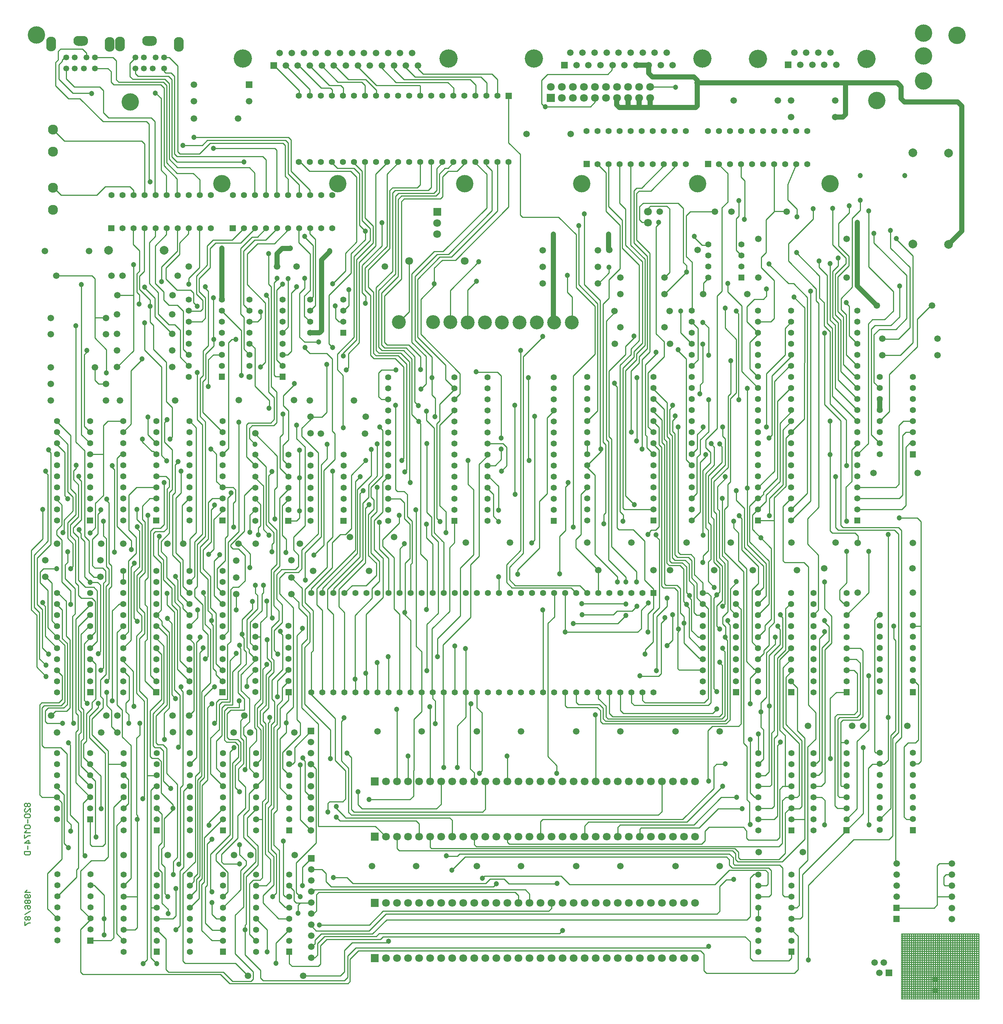
<source format=gbr>
%FSLAX34Y34*%
%MOMM*%
%LNCOPPER_BOTTOM*%
G71*
G01*
%ADD10C,1.400*%
%ADD11C,1.800*%
%ADD12C,1.500*%
%ADD13C,1.800*%
%ADD14C,2.000*%
%ADD15C,2.000*%
%ADD16C,1.520*%
%ADD17C,1.400*%
%ADD18C,4.200*%
%ADD19C,4.000*%
%ADD20C,2.300*%
%ADD21C,1.520*%
%ADD22C,1.350*%
%ADD23C,3.200*%
%ADD24C,1.200*%
%ADD25C,0.250*%
%ADD26C,1.200*%
%ADD27C,0.150*%
%ADD28C,0.238*%
%LPD*%
G36*
X1160490Y-189416D02*
X1146490Y-189416D01*
X1146490Y-175416D01*
X1160490Y-175416D01*
X1160490Y-189416D01*
G37*
X1128090Y-182415D02*
G54D10*
D03*
X1102690Y-182415D02*
G54D10*
D03*
X1077290Y-182416D02*
G54D10*
D03*
X1051890Y-182416D02*
G54D10*
D03*
X1026490Y-182415D02*
G54D10*
D03*
X1001090Y-182416D02*
G54D10*
D03*
X975690Y-182415D02*
G54D10*
D03*
X950290Y-182416D02*
G54D10*
D03*
X924890Y-182415D02*
G54D10*
D03*
X899490Y-182415D02*
G54D10*
D03*
X874090Y-182416D02*
G54D10*
D03*
X848690Y-182415D02*
G54D10*
D03*
X823290Y-182416D02*
G54D10*
D03*
X797890Y-182416D02*
G54D10*
D03*
X772490Y-182415D02*
G54D10*
D03*
X747090Y-182415D02*
G54D10*
D03*
X721690Y-182415D02*
G54D10*
D03*
X696290Y-182415D02*
G54D10*
D03*
X670890Y-182416D02*
G54D10*
D03*
X670890Y-334816D02*
G54D10*
D03*
X696290Y-334816D02*
G54D10*
D03*
X721690Y-334816D02*
G54D10*
D03*
X747090Y-334816D02*
G54D10*
D03*
X772490Y-334816D02*
G54D10*
D03*
X797890Y-334816D02*
G54D10*
D03*
X823290Y-334816D02*
G54D10*
D03*
X848690Y-334816D02*
G54D10*
D03*
X874090Y-334815D02*
G54D10*
D03*
X899490Y-334816D02*
G54D10*
D03*
X924890Y-334815D02*
G54D10*
D03*
X950290Y-334815D02*
G54D10*
D03*
X975690Y-334816D02*
G54D10*
D03*
X1001090Y-334815D02*
G54D10*
D03*
X1026490Y-334816D02*
G54D10*
D03*
X1051890Y-334815D02*
G54D10*
D03*
X1077290Y-334815D02*
G54D10*
D03*
X1102690Y-334815D02*
G54D10*
D03*
X1128090Y-334816D02*
G54D10*
D03*
X1153490Y-334816D02*
G54D10*
D03*
G36*
X1797435Y-1878918D02*
X1797435Y-1864918D01*
X1811435Y-1864918D01*
X1811435Y-1878918D01*
X1797435Y-1878918D01*
G37*
X1804435Y-1846518D02*
G54D10*
D03*
X1804435Y-1821118D02*
G54D10*
D03*
X1804435Y-1795718D02*
G54D10*
D03*
X1804435Y-1770318D02*
G54D10*
D03*
X1804435Y-1744918D02*
G54D10*
D03*
X1804435Y-1719518D02*
G54D10*
D03*
X1804435Y-1694118D02*
G54D10*
D03*
X1728235Y-1694118D02*
G54D10*
D03*
X1728235Y-1719518D02*
G54D10*
D03*
X1728235Y-1744918D02*
G54D10*
D03*
X1728235Y-1770318D02*
G54D10*
D03*
X1728235Y-1795718D02*
G54D10*
D03*
X1728235Y-1821118D02*
G54D10*
D03*
X1728235Y-1846518D02*
G54D10*
D03*
X1728235Y-1871918D02*
G54D10*
D03*
G36*
X2076838Y-1560977D02*
X2076838Y-1546977D01*
X2090838Y-1546977D01*
X2090838Y-1560977D01*
X2076838Y-1560977D01*
G37*
X2083838Y-1528577D02*
G54D10*
D03*
X2083838Y-1503177D02*
G54D10*
D03*
X2083838Y-1477777D02*
G54D10*
D03*
X2083838Y-1452377D02*
G54D10*
D03*
X2083838Y-1426977D02*
G54D10*
D03*
X2083838Y-1401577D02*
G54D10*
D03*
X2083839Y-1376177D02*
G54D10*
D03*
X2007639Y-1376177D02*
G54D10*
D03*
X2007639Y-1401577D02*
G54D10*
D03*
X2007639Y-1426977D02*
G54D10*
D03*
X2007639Y-1452377D02*
G54D10*
D03*
X2007639Y-1477777D02*
G54D10*
D03*
X2007639Y-1503177D02*
G54D10*
D03*
X2007639Y-1528577D02*
G54D10*
D03*
X2007639Y-1553977D02*
G54D10*
D03*
G36*
X1797345Y-2158148D02*
X1797345Y-2144148D01*
X1811345Y-2144148D01*
X1811345Y-2158148D01*
X1797345Y-2158148D01*
G37*
X1804345Y-2125748D02*
G54D10*
D03*
X1804345Y-2100348D02*
G54D10*
D03*
X1804345Y-2074948D02*
G54D10*
D03*
X1804345Y-2049548D02*
G54D10*
D03*
X1804345Y-2024148D02*
G54D10*
D03*
X1804345Y-1998748D02*
G54D10*
D03*
X1804345Y-1973348D02*
G54D10*
D03*
X1728145Y-1973348D02*
G54D10*
D03*
X1728145Y-1998748D02*
G54D10*
D03*
X1728145Y-2024148D02*
G54D10*
D03*
X1728145Y-2049548D02*
G54D10*
D03*
X1728145Y-2074948D02*
G54D10*
D03*
X1728145Y-2100348D02*
G54D10*
D03*
X1728145Y-2125749D02*
G54D10*
D03*
X1728145Y-2151149D02*
G54D10*
D03*
G36*
X2076656Y-1013964D02*
X2076656Y-999964D01*
X2090656Y-999964D01*
X2090656Y-1013964D01*
X2076656Y-1013964D01*
G37*
X2083656Y-981564D02*
G54D10*
D03*
X2083656Y-956164D02*
G54D10*
D03*
X2083656Y-930764D02*
G54D10*
D03*
X2083656Y-905364D02*
G54D10*
D03*
X2083656Y-879964D02*
G54D10*
D03*
X2083656Y-854564D02*
G54D10*
D03*
X2083656Y-829164D02*
G54D10*
D03*
X2007457Y-829164D02*
G54D10*
D03*
X2007456Y-854564D02*
G54D10*
D03*
X2007456Y-879964D02*
G54D10*
D03*
X2007456Y-905364D02*
G54D10*
D03*
X2007456Y-930764D02*
G54D10*
D03*
X2007456Y-956164D02*
G54D10*
D03*
X2007456Y-981564D02*
G54D10*
D03*
X2007456Y-1006964D02*
G54D10*
D03*
G36*
X1948991Y-1166199D02*
X1948991Y-1152199D01*
X1962991Y-1152199D01*
X1962991Y-1166199D01*
X1948991Y-1166199D01*
G37*
X1955991Y-1133798D02*
G54D10*
D03*
X1955991Y-1108398D02*
G54D10*
D03*
X1955991Y-1082998D02*
G54D10*
D03*
X1955991Y-1057598D02*
G54D10*
D03*
X1955991Y-1032198D02*
G54D10*
D03*
X1955991Y-1006798D02*
G54D10*
D03*
X1955991Y-981398D02*
G54D10*
D03*
X1955991Y-955998D02*
G54D10*
D03*
X1955991Y-930598D02*
G54D10*
D03*
X1955991Y-905198D02*
G54D10*
D03*
X1955991Y-879798D02*
G54D10*
D03*
X1955991Y-854398D02*
G54D10*
D03*
X1955991Y-828998D02*
G54D10*
D03*
X1955991Y-803598D02*
G54D10*
D03*
X1955991Y-778198D02*
G54D10*
D03*
X1955991Y-752798D02*
G54D10*
D03*
X1955991Y-727398D02*
G54D10*
D03*
X1955991Y-701998D02*
G54D10*
D03*
X1955991Y-676599D02*
G54D10*
D03*
X1803591Y-676598D02*
G54D10*
D03*
X1803591Y-701998D02*
G54D10*
D03*
X1803591Y-727398D02*
G54D10*
D03*
X1803591Y-752798D02*
G54D10*
D03*
X1803591Y-778198D02*
G54D10*
D03*
X1803591Y-803598D02*
G54D10*
D03*
X1803591Y-828998D02*
G54D10*
D03*
X1803591Y-854398D02*
G54D10*
D03*
X1803591Y-879798D02*
G54D10*
D03*
X1803591Y-905198D02*
G54D10*
D03*
X1803591Y-930598D02*
G54D10*
D03*
X1803591Y-955998D02*
G54D10*
D03*
X1803591Y-981398D02*
G54D10*
D03*
X1803591Y-1006798D02*
G54D10*
D03*
X1803591Y-1032198D02*
G54D10*
D03*
X1803591Y-1057598D02*
G54D10*
D03*
X1803591Y-1082998D02*
G54D10*
D03*
X1803591Y-1108398D02*
G54D10*
D03*
X1803591Y-1133798D02*
G54D10*
D03*
X1803591Y-1159198D02*
G54D10*
D03*
G36*
X1720391Y-1166198D02*
X1720391Y-1152198D01*
X1734391Y-1152198D01*
X1734391Y-1166198D01*
X1720391Y-1166198D01*
G37*
X1727391Y-1133798D02*
G54D10*
D03*
X1727391Y-1108398D02*
G54D10*
D03*
X1727391Y-1082998D02*
G54D10*
D03*
X1727391Y-1057598D02*
G54D10*
D03*
X1727391Y-1032198D02*
G54D10*
D03*
X1727391Y-1006799D02*
G54D10*
D03*
X1727391Y-981398D02*
G54D10*
D03*
X1727391Y-955999D02*
G54D10*
D03*
X1727391Y-930598D02*
G54D10*
D03*
X1727391Y-905198D02*
G54D10*
D03*
X1727391Y-879798D02*
G54D10*
D03*
X1727391Y-854398D02*
G54D10*
D03*
X1727391Y-828998D02*
G54D10*
D03*
X1727391Y-803598D02*
G54D10*
D03*
X1727391Y-778198D02*
G54D10*
D03*
X1727391Y-752798D02*
G54D10*
D03*
X1727391Y-727398D02*
G54D10*
D03*
X1727391Y-701998D02*
G54D10*
D03*
X1727391Y-676598D02*
G54D10*
D03*
X1574991Y-676598D02*
G54D10*
D03*
X1574991Y-701998D02*
G54D10*
D03*
X1574991Y-727398D02*
G54D10*
D03*
X1574991Y-752798D02*
G54D10*
D03*
X1574991Y-778198D02*
G54D10*
D03*
X1574991Y-803598D02*
G54D10*
D03*
X1574991Y-828998D02*
G54D10*
D03*
X1574991Y-854398D02*
G54D10*
D03*
X1574991Y-879798D02*
G54D10*
D03*
X1574991Y-905198D02*
G54D10*
D03*
X1574991Y-930599D02*
G54D10*
D03*
X1574991Y-955998D02*
G54D10*
D03*
X1574991Y-981398D02*
G54D10*
D03*
X1574991Y-1006798D02*
G54D10*
D03*
X1574991Y-1032198D02*
G54D10*
D03*
X1574991Y-1057598D02*
G54D10*
D03*
X1574991Y-1082998D02*
G54D10*
D03*
X1574991Y-1108398D02*
G54D10*
D03*
X1574991Y-1133798D02*
G54D10*
D03*
X1574991Y-1159198D02*
G54D10*
D03*
G36*
X1682190Y-607426D02*
X1682190Y-593426D01*
X1696190Y-593426D01*
X1696190Y-607426D01*
X1682190Y-607426D01*
G37*
X1689190Y-575026D02*
G54D10*
D03*
X1689190Y-549626D02*
G54D10*
D03*
X1689190Y-524227D02*
G54D10*
D03*
X1612990Y-524227D02*
G54D10*
D03*
X1612990Y-549626D02*
G54D10*
D03*
X1612990Y-575026D02*
G54D10*
D03*
X1612990Y-600426D02*
G54D10*
D03*
G36*
X1479686Y-1166192D02*
X1479686Y-1152192D01*
X1493686Y-1152192D01*
X1493686Y-1166192D01*
X1479686Y-1166192D01*
G37*
X1486686Y-1133792D02*
G54D10*
D03*
X1486686Y-1108392D02*
G54D10*
D03*
X1486686Y-1082992D02*
G54D10*
D03*
X1486686Y-1057592D02*
G54D10*
D03*
X1486686Y-1032193D02*
G54D10*
D03*
X1486686Y-1006793D02*
G54D10*
D03*
X1486686Y-981393D02*
G54D10*
D03*
X1486686Y-955993D02*
G54D10*
D03*
X1486686Y-930593D02*
G54D10*
D03*
X1486686Y-905193D02*
G54D10*
D03*
X1486686Y-879793D02*
G54D10*
D03*
X1486686Y-854393D02*
G54D10*
D03*
X1486685Y-828993D02*
G54D10*
D03*
X1334286Y-828993D02*
G54D10*
D03*
X1334286Y-854393D02*
G54D10*
D03*
X1334286Y-879793D02*
G54D10*
D03*
X1334286Y-905193D02*
G54D10*
D03*
X1334286Y-930593D02*
G54D10*
D03*
X1334286Y-955993D02*
G54D10*
D03*
X1334286Y-981393D02*
G54D10*
D03*
X1334286Y-1006793D02*
G54D10*
D03*
X1334286Y-1032193D02*
G54D10*
D03*
X1334286Y-1057592D02*
G54D10*
D03*
X1334286Y-1082992D02*
G54D10*
D03*
X1334285Y-1108392D02*
G54D10*
D03*
X1334286Y-1133792D02*
G54D10*
D03*
X1334286Y-1159192D02*
G54D10*
D03*
G36*
X1021800Y-1166834D02*
X1021800Y-1152834D01*
X1035800Y-1152834D01*
X1035800Y-1166834D01*
X1021800Y-1166834D01*
G37*
X1028800Y-1134434D02*
G54D10*
D03*
X1028800Y-1109034D02*
G54D10*
D03*
X1028800Y-1083634D02*
G54D10*
D03*
X1028800Y-1058234D02*
G54D10*
D03*
X1028800Y-1032834D02*
G54D10*
D03*
X1028800Y-1007434D02*
G54D10*
D03*
X1028800Y-982034D02*
G54D10*
D03*
X1028800Y-956634D02*
G54D10*
D03*
X1028800Y-931234D02*
G54D10*
D03*
X1028800Y-905834D02*
G54D10*
D03*
X1028800Y-880434D02*
G54D10*
D03*
X1028800Y-855034D02*
G54D10*
D03*
X1028800Y-829634D02*
G54D10*
D03*
X876400Y-829634D02*
G54D10*
D03*
X876400Y-855034D02*
G54D10*
D03*
X876400Y-880434D02*
G54D10*
D03*
X876400Y-905834D02*
G54D10*
D03*
X876400Y-931234D02*
G54D10*
D03*
X876400Y-956634D02*
G54D10*
D03*
X876400Y-982034D02*
G54D10*
D03*
X876400Y-1007434D02*
G54D10*
D03*
X876400Y-1032834D02*
G54D10*
D03*
X876400Y-1058234D02*
G54D10*
D03*
X876400Y-1083634D02*
G54D10*
D03*
X876400Y-1109034D02*
G54D10*
D03*
X876400Y-1134434D02*
G54D10*
D03*
X876400Y-1159834D02*
G54D10*
D03*
G36*
X766642Y-1166818D02*
X766642Y-1152818D01*
X780642Y-1152818D01*
X780642Y-1166818D01*
X766642Y-1166818D01*
G37*
X773642Y-1134418D02*
G54D10*
D03*
X773642Y-1109018D02*
G54D10*
D03*
X773642Y-1083618D02*
G54D10*
D03*
X773642Y-1058218D02*
G54D10*
D03*
X773642Y-1032818D02*
G54D10*
D03*
X773642Y-1007418D02*
G54D10*
D03*
X697442Y-1007418D02*
G54D10*
D03*
X697442Y-1032818D02*
G54D10*
D03*
X697442Y-1058218D02*
G54D10*
D03*
X697442Y-1083618D02*
G54D10*
D03*
X697442Y-1109018D02*
G54D10*
D03*
X697442Y-1134418D02*
G54D10*
D03*
X697442Y-1159818D02*
G54D10*
D03*
G36*
X639642Y-1166818D02*
X639642Y-1152818D01*
X653642Y-1152818D01*
X653642Y-1166818D01*
X639642Y-1166818D01*
G37*
X646642Y-1134418D02*
G54D10*
D03*
X646642Y-1109018D02*
G54D10*
D03*
X646642Y-1083618D02*
G54D10*
D03*
X646642Y-1058218D02*
G54D10*
D03*
X646642Y-1032818D02*
G54D10*
D03*
X646642Y-1007418D02*
G54D10*
D03*
X570442Y-1007418D02*
G54D10*
D03*
X570442Y-1032818D02*
G54D10*
D03*
X570442Y-1058218D02*
G54D10*
D03*
X570442Y-1083618D02*
G54D10*
D03*
X570442Y-1109018D02*
G54D10*
D03*
X570442Y-1134418D02*
G54D10*
D03*
X570442Y-1159818D02*
G54D10*
D03*
G36*
X183224Y-1166188D02*
X183224Y-1152188D01*
X197224Y-1152188D01*
X197224Y-1166188D01*
X183224Y-1166188D01*
G37*
X190224Y-1133788D02*
G54D10*
D03*
X190224Y-1108388D02*
G54D10*
D03*
X190224Y-1082988D02*
G54D10*
D03*
X190224Y-1057588D02*
G54D10*
D03*
X190224Y-1032188D02*
G54D10*
D03*
X190224Y-1006788D02*
G54D10*
D03*
X190224Y-981388D02*
G54D10*
D03*
X190224Y-955988D02*
G54D10*
D03*
X190224Y-930589D02*
G54D10*
D03*
X114024Y-930588D02*
G54D10*
D03*
X114024Y-955988D02*
G54D10*
D03*
X114024Y-981388D02*
G54D10*
D03*
X114024Y-1006788D02*
G54D10*
D03*
X114024Y-1032188D02*
G54D10*
D03*
X114024Y-1057588D02*
G54D10*
D03*
X114024Y-1082988D02*
G54D10*
D03*
X114024Y-1108388D02*
G54D10*
D03*
X114024Y-1133788D02*
G54D10*
D03*
X114024Y-1159188D02*
G54D10*
D03*
G36*
X335555Y-1561100D02*
X335555Y-1547100D01*
X349555Y-1547100D01*
X349555Y-1561100D01*
X335555Y-1561100D01*
G37*
X342555Y-1528700D02*
G54D10*
D03*
X342555Y-1503300D02*
G54D10*
D03*
X342555Y-1477900D02*
G54D10*
D03*
X342555Y-1452500D02*
G54D10*
D03*
X342555Y-1427100D02*
G54D10*
D03*
X342555Y-1401700D02*
G54D10*
D03*
X342555Y-1376300D02*
G54D10*
D03*
X342555Y-1350900D02*
G54D10*
D03*
X342555Y-1325500D02*
G54D10*
D03*
X342555Y-1300100D02*
G54D10*
D03*
X342555Y-1274699D02*
G54D10*
D03*
X266354Y-1274700D02*
G54D10*
D03*
X266354Y-1300100D02*
G54D10*
D03*
X266354Y-1325500D02*
G54D10*
D03*
X266354Y-1350900D02*
G54D10*
D03*
X266354Y-1376300D02*
G54D10*
D03*
X266354Y-1401700D02*
G54D10*
D03*
X266354Y-1427100D02*
G54D10*
D03*
X266354Y-1452500D02*
G54D10*
D03*
X266354Y-1477900D02*
G54D10*
D03*
X266354Y-1503300D02*
G54D10*
D03*
X266354Y-1528700D02*
G54D10*
D03*
X266355Y-1554100D02*
G54D10*
D03*
G36*
X640118Y-1561036D02*
X640118Y-1547036D01*
X654118Y-1547036D01*
X654118Y-1561036D01*
X640118Y-1561036D01*
G37*
X647118Y-1528636D02*
G54D10*
D03*
X647118Y-1503236D02*
G54D10*
D03*
X647118Y-1477836D02*
G54D10*
D03*
X647118Y-1452436D02*
G54D10*
D03*
X647118Y-1427037D02*
G54D10*
D03*
X647118Y-1401637D02*
G54D10*
D03*
X570918Y-1401637D02*
G54D10*
D03*
X570918Y-1427037D02*
G54D10*
D03*
X570918Y-1452436D02*
G54D10*
D03*
X570918Y-1477836D02*
G54D10*
D03*
X570918Y-1503236D02*
G54D10*
D03*
X570918Y-1528636D02*
G54D10*
D03*
X570918Y-1554036D02*
G54D10*
D03*
G36*
X765920Y-734371D02*
X765920Y-720371D01*
X779920Y-720371D01*
X779920Y-734371D01*
X765920Y-734371D01*
G37*
X772920Y-701971D02*
G54D10*
D03*
X772920Y-676571D02*
G54D10*
D03*
X772920Y-651171D02*
G54D10*
D03*
X696720Y-651171D02*
G54D10*
D03*
X696720Y-676571D02*
G54D10*
D03*
X696720Y-701971D02*
G54D10*
D03*
X696720Y-727371D02*
G54D10*
D03*
G36*
X626220Y-835520D02*
X626220Y-821520D01*
X640220Y-821520D01*
X640220Y-835520D01*
X626220Y-835520D01*
G37*
X633220Y-803120D02*
G54D10*
D03*
X633220Y-777720D02*
G54D10*
D03*
X633220Y-752320D02*
G54D10*
D03*
X633220Y-726920D02*
G54D10*
D03*
X633220Y-701520D02*
G54D10*
D03*
X633220Y-676119D02*
G54D10*
D03*
X633220Y-650719D02*
G54D10*
D03*
X557020Y-650719D02*
G54D10*
D03*
X557020Y-676120D02*
G54D10*
D03*
X557020Y-701520D02*
G54D10*
D03*
X557020Y-726919D02*
G54D10*
D03*
X557020Y-752320D02*
G54D10*
D03*
X557020Y-777720D02*
G54D10*
D03*
X557020Y-803120D02*
G54D10*
D03*
X557020Y-828519D02*
G54D10*
D03*
G36*
X486520Y-835519D02*
X486520Y-821519D01*
X500520Y-821519D01*
X500520Y-835519D01*
X486520Y-835519D01*
G37*
X493520Y-803120D02*
G54D10*
D03*
X493520Y-777720D02*
G54D10*
D03*
X493520Y-752319D02*
G54D10*
D03*
X493520Y-726919D02*
G54D10*
D03*
X493520Y-701520D02*
G54D10*
D03*
X493520Y-676120D02*
G54D10*
D03*
X493520Y-650720D02*
G54D10*
D03*
X417320Y-650720D02*
G54D10*
D03*
X417320Y-676120D02*
G54D10*
D03*
X417320Y-701520D02*
G54D10*
D03*
X417320Y-726920D02*
G54D10*
D03*
X417320Y-752320D02*
G54D10*
D03*
X417320Y-777720D02*
G54D10*
D03*
X417320Y-803120D02*
G54D10*
D03*
X417320Y-828520D02*
G54D10*
D03*
G36*
X1605477Y-332132D02*
X1619477Y-332132D01*
X1619477Y-346132D01*
X1605477Y-346132D01*
X1605477Y-332132D01*
G37*
X1637877Y-339132D02*
G54D10*
D03*
X1663277Y-339132D02*
G54D10*
D03*
X1688677Y-339132D02*
G54D10*
D03*
X1714077Y-339132D02*
G54D10*
D03*
X1739477Y-339132D02*
G54D10*
D03*
X1764877Y-339132D02*
G54D10*
D03*
X1790277Y-339132D02*
G54D10*
D03*
X1815677Y-339132D02*
G54D10*
D03*
X1841077Y-339132D02*
G54D10*
D03*
X1841077Y-262932D02*
G54D10*
D03*
X1815677Y-262932D02*
G54D10*
D03*
X1790277Y-262932D02*
G54D10*
D03*
X1764877Y-262932D02*
G54D10*
D03*
X1739477Y-262932D02*
G54D10*
D03*
X1714077Y-262932D02*
G54D10*
D03*
X1688677Y-262932D02*
G54D10*
D03*
X1663277Y-262932D02*
G54D10*
D03*
X1637877Y-262932D02*
G54D10*
D03*
X1612477Y-262932D02*
G54D10*
D03*
G36*
X1241595Y-178074D02*
X1259595Y-178074D01*
X1259595Y-196074D01*
X1241595Y-196074D01*
X1241595Y-178074D01*
G37*
X1250595Y-161674D02*
G54D11*
D03*
X1275995Y-187073D02*
G54D11*
D03*
X1275995Y-161674D02*
G54D11*
D03*
X1301395Y-187073D02*
G54D11*
D03*
X1301395Y-161674D02*
G54D11*
D03*
X1326795Y-187073D02*
G54D11*
D03*
X1326795Y-161674D02*
G54D11*
D03*
X1352195Y-187074D02*
G54D11*
D03*
X1352195Y-161674D02*
G54D11*
D03*
X1377595Y-187073D02*
G54D11*
D03*
X1377595Y-161674D02*
G54D11*
D03*
X1402995Y-187074D02*
G54D11*
D03*
X1402995Y-161674D02*
G54D11*
D03*
X1428395Y-187074D02*
G54D11*
D03*
X1428395Y-161674D02*
G54D11*
D03*
X1453795Y-187074D02*
G54D11*
D03*
X1453795Y-161674D02*
G54D11*
D03*
X1479195Y-187074D02*
G54D11*
D03*
X1479195Y-161674D02*
G54D11*
D03*
X1500836Y-448328D02*
G54D12*
D03*
X1627836Y-448328D02*
G54D12*
D03*
X1665936Y-448328D02*
G54D12*
D03*
X1792936Y-448328D02*
G54D12*
D03*
X1474007Y-473728D02*
G54D13*
D03*
X1474007Y-448328D02*
G54D13*
D03*
X1671176Y-192941D02*
G54D12*
D03*
X1772776Y-192941D02*
G54D12*
D03*
X1803401Y-193128D02*
G54D12*
D03*
X1905000Y-193128D02*
G54D12*
D03*
X1803401Y-231228D02*
G54D12*
D03*
X1905000Y-231228D02*
G54D12*
D03*
X1728145Y-511358D02*
G54D12*
D03*
X1931345Y-511358D02*
G54D12*
D03*
X1728145Y-600258D02*
G54D12*
D03*
X1931345Y-600257D02*
G54D12*
D03*
X1385245Y-536758D02*
G54D12*
D03*
X1588445Y-536758D02*
G54D12*
D03*
X2000543Y-664751D02*
G54D12*
D03*
X2127543Y-664751D02*
G54D12*
D03*
X2013380Y-740662D02*
G54D12*
D03*
X2140380Y-740662D02*
G54D12*
D03*
X2013380Y-778762D02*
G54D12*
D03*
X2140380Y-778762D02*
G54D12*
D03*
X2046076Y-1948406D02*
G54D12*
D03*
X2173076Y-1948406D02*
G54D12*
D03*
X2046076Y-1973806D02*
G54D12*
D03*
X2173076Y-1973806D02*
G54D12*
D03*
X2046076Y-1999206D02*
G54D12*
D03*
X2173076Y-1999206D02*
G54D12*
D03*
X2046076Y-2024606D02*
G54D12*
D03*
X2173076Y-2024606D02*
G54D12*
D03*
G36*
X2038490Y-2042754D02*
X2053490Y-2042754D01*
X2053490Y-2057754D01*
X2038490Y-2057754D01*
X2038490Y-2042754D01*
G37*
X2173249Y-2050254D02*
G54D12*
D03*
G36*
X2038490Y-2068154D02*
X2053490Y-2068154D01*
X2053490Y-2083154D01*
X2038490Y-2083154D01*
X2038490Y-2068154D01*
G37*
X2173249Y-2075654D02*
G54D12*
D03*
X1601250Y-638768D02*
G54D12*
D03*
X1702850Y-638768D02*
G54D12*
D03*
X1410750Y-600668D02*
G54D12*
D03*
X1512350Y-600668D02*
G54D12*
D03*
X1410750Y-638768D02*
G54D12*
D03*
X1512350Y-638768D02*
G54D12*
D03*
X1397212Y-677024D02*
G54D12*
D03*
X1524212Y-677024D02*
G54D12*
D03*
X1398049Y-752509D02*
G54D12*
D03*
X1525049Y-752509D02*
G54D12*
D03*
X1410750Y-714968D02*
G54D12*
D03*
X1512350Y-714968D02*
G54D12*
D03*
X1194263Y-269786D02*
G54D12*
D03*
X1295863Y-269786D02*
G54D12*
D03*
G36*
X980169Y-440142D02*
X998169Y-440142D01*
X998169Y-458142D01*
X980169Y-458142D01*
X980169Y-440142D01*
G37*
X989169Y-474611D02*
G54D13*
D03*
X989137Y-500150D02*
G54D13*
D03*
X1232112Y-537324D02*
G54D12*
D03*
X1359112Y-537324D02*
G54D12*
D03*
X924536Y-562577D02*
G54D13*
D03*
X1052784Y-562577D02*
G54D13*
D03*
X2165993Y-313833D02*
G54D14*
D03*
X2083658Y-313537D02*
G54D14*
D03*
X2165683Y-523871D02*
G54D14*
D03*
X2083348Y-523575D02*
G54D14*
D03*
G36*
X564024Y-163846D02*
X549024Y-163846D01*
X549024Y-148846D01*
X564024Y-148846D01*
X564024Y-163846D01*
G37*
X429265Y-156346D02*
G54D12*
D03*
X429484Y-195155D02*
G54D12*
D03*
X556484Y-195154D02*
G54D12*
D03*
X429651Y-234397D02*
G54D12*
D03*
X531251Y-234397D02*
G54D12*
D03*
X665308Y-574879D02*
G54D12*
D03*
X868508Y-574879D02*
G54D12*
D03*
X417319Y-574611D02*
G54D12*
D03*
X620519Y-574611D02*
G54D12*
D03*
X233159Y-537660D02*
G54D15*
D03*
X360473Y-537464D02*
G54D15*
D03*
X86751Y-539197D02*
G54D12*
D03*
X188352Y-539197D02*
G54D12*
D03*
X264599Y-596063D02*
G54D12*
D03*
X391599Y-596063D02*
G54D12*
D03*
X112199Y-596063D02*
G54D12*
D03*
X239199Y-596063D02*
G54D12*
D03*
X252752Y-641010D02*
G54D12*
D03*
X379753Y-641010D02*
G54D12*
D03*
X252683Y-730244D02*
G54D12*
D03*
X379683Y-730244D02*
G54D12*
D03*
X99999Y-844682D02*
G54D12*
D03*
X226999Y-844682D02*
G54D12*
D03*
X100000Y-806495D02*
G54D12*
D03*
X201600Y-806495D02*
G54D12*
D03*
X526970Y-1251287D02*
G54D12*
D03*
X653244Y-1250750D02*
G54D12*
D03*
X526970Y-1290429D02*
G54D12*
D03*
X653970Y-1290429D02*
G54D12*
D03*
X526970Y-1328529D02*
G54D12*
D03*
X653970Y-1328529D02*
G54D12*
D03*
X405068Y-1212715D02*
G54D12*
D03*
X532068Y-1212715D02*
G54D12*
D03*
X87568Y-1250815D02*
G54D12*
D03*
X214568Y-1250815D02*
G54D12*
D03*
X87568Y-1288915D02*
G54D12*
D03*
X214568Y-1288915D02*
G54D12*
D03*
X418213Y-1607870D02*
G54D12*
D03*
X545213Y-1607870D02*
G54D12*
D03*
X253113Y-1607870D02*
G54D12*
D03*
X380113Y-1607870D02*
G54D12*
D03*
X253450Y-1646586D02*
G54D12*
D03*
X381237Y-1646288D02*
G54D12*
D03*
X554048Y-2206515D02*
G54D12*
D03*
X681048Y-2206515D02*
G54D12*
D03*
X1582100Y-1759300D02*
G54D11*
D03*
X1556700Y-1759300D02*
G54D11*
D03*
X1531300Y-1759300D02*
G54D11*
D03*
X1505900Y-1759300D02*
G54D11*
D03*
X1480500Y-1759300D02*
G54D11*
D03*
X1455100Y-1759300D02*
G54D11*
D03*
X1429700Y-1759300D02*
G54D11*
D03*
X1404300Y-1759300D02*
G54D11*
D03*
X1378900Y-1759300D02*
G54D11*
D03*
X1353500Y-1759300D02*
G54D11*
D03*
X1328100Y-1759300D02*
G54D11*
D03*
X1302700Y-1759300D02*
G54D11*
D03*
X1277300Y-1759300D02*
G54D11*
D03*
X1251900Y-1759300D02*
G54D11*
D03*
X1226500Y-1759300D02*
G54D11*
D03*
X1201100Y-1759300D02*
G54D11*
D03*
X1175700Y-1759300D02*
G54D11*
D03*
X1150300Y-1759300D02*
G54D11*
D03*
X1099500Y-1759300D02*
G54D11*
D03*
X1074100Y-1759300D02*
G54D11*
D03*
X1048700Y-1759300D02*
G54D11*
D03*
X1023300Y-1759300D02*
G54D11*
D03*
X997900Y-1759300D02*
G54D11*
D03*
X972500Y-1759300D02*
G54D11*
D03*
X947100Y-1759300D02*
G54D11*
D03*
X921700Y-1759300D02*
G54D11*
D03*
X896300Y-1759300D02*
G54D11*
D03*
X870900Y-1759300D02*
G54D11*
D03*
G36*
X836500Y-1750300D02*
X854500Y-1750300D01*
X854500Y-1768300D01*
X836500Y-1768300D01*
X836500Y-1750300D01*
G37*
X1124900Y-1759300D02*
G54D11*
D03*
X1582100Y-1886300D02*
G54D11*
D03*
X1556700Y-1886300D02*
G54D11*
D03*
X1531300Y-1886300D02*
G54D11*
D03*
X1505900Y-1886300D02*
G54D11*
D03*
X1480500Y-1886300D02*
G54D11*
D03*
X1455100Y-1886300D02*
G54D11*
D03*
X1429700Y-1886300D02*
G54D11*
D03*
X1404300Y-1886300D02*
G54D11*
D03*
X1378900Y-1886300D02*
G54D11*
D03*
X1353500Y-1886300D02*
G54D11*
D03*
X1328100Y-1886300D02*
G54D11*
D03*
X1302700Y-1886300D02*
G54D11*
D03*
X1277300Y-1886300D02*
G54D11*
D03*
X1251900Y-1886300D02*
G54D11*
D03*
X1226500Y-1886300D02*
G54D11*
D03*
X1201100Y-1886300D02*
G54D11*
D03*
X1175700Y-1886300D02*
G54D11*
D03*
X1150300Y-1886300D02*
G54D11*
D03*
X1124900Y-1886300D02*
G54D11*
D03*
X1099500Y-1886300D02*
G54D11*
D03*
X1074100Y-1886300D02*
G54D11*
D03*
X1048700Y-1886300D02*
G54D11*
D03*
X1023300Y-1886300D02*
G54D11*
D03*
X997900Y-1886300D02*
G54D11*
D03*
X972500Y-1886300D02*
G54D11*
D03*
X947100Y-1886300D02*
G54D11*
D03*
X921700Y-1886300D02*
G54D11*
D03*
X896300Y-1886300D02*
G54D11*
D03*
X870900Y-1886300D02*
G54D11*
D03*
G36*
X836500Y-1877300D02*
X854500Y-1877300D01*
X854500Y-1895300D01*
X836500Y-1895300D01*
X836500Y-1877300D01*
G37*
G36*
X706423Y-1635906D02*
X706423Y-1651106D01*
X691223Y-1651106D01*
X691223Y-1635906D01*
X706423Y-1635906D01*
G37*
X698823Y-1668906D02*
G54D16*
D03*
X698823Y-1694306D02*
G54D16*
D03*
X698823Y-1719706D02*
G54D16*
D03*
X698823Y-1745106D02*
G54D16*
D03*
X698823Y-1770506D02*
G54D16*
D03*
X698823Y-1795906D02*
G54D16*
D03*
X698823Y-1821306D02*
G54D16*
D03*
X698823Y-1846706D02*
G54D16*
D03*
X698823Y-1872106D02*
G54D16*
D03*
G36*
X706685Y-1929097D02*
X706685Y-1944297D01*
X691485Y-1944297D01*
X691485Y-1929097D01*
X706685Y-1929097D01*
G37*
X699085Y-1962097D02*
G54D16*
D03*
X699085Y-1987497D02*
G54D16*
D03*
X699085Y-2012897D02*
G54D16*
D03*
X699085Y-2038297D02*
G54D16*
D03*
X699085Y-2063697D02*
G54D16*
D03*
X699085Y-2089097D02*
G54D16*
D03*
X699085Y-2114497D02*
G54D16*
D03*
X699085Y-2139897D02*
G54D16*
D03*
X699085Y-2165297D02*
G54D16*
D03*
G36*
X1479890Y-1318768D02*
X1493890Y-1318768D01*
X1493890Y-1332768D01*
X1479890Y-1332768D01*
X1479890Y-1318768D01*
G37*
X1461490Y-1325768D02*
G54D17*
D03*
X1436090Y-1325768D02*
G54D17*
D03*
X1410690Y-1325768D02*
G54D17*
D03*
X1385290Y-1325768D02*
G54D17*
D03*
X1359890Y-1325768D02*
G54D17*
D03*
X1334490Y-1325768D02*
G54D17*
D03*
X1309090Y-1325768D02*
G54D17*
D03*
X1283690Y-1325768D02*
G54D17*
D03*
X1258290Y-1325768D02*
G54D17*
D03*
X1232890Y-1325768D02*
G54D17*
D03*
X1207490Y-1325768D02*
G54D17*
D03*
X1182090Y-1325768D02*
G54D17*
D03*
X1156690Y-1325768D02*
G54D17*
D03*
X1131290Y-1325768D02*
G54D17*
D03*
X1105890Y-1325768D02*
G54D17*
D03*
X1080490Y-1325768D02*
G54D17*
D03*
X1055090Y-1325768D02*
G54D17*
D03*
X1029690Y-1325768D02*
G54D17*
D03*
X1004290Y-1325768D02*
G54D17*
D03*
X978890Y-1325768D02*
G54D17*
D03*
X953490Y-1325768D02*
G54D17*
D03*
X928090Y-1325768D02*
G54D17*
D03*
X902690Y-1325768D02*
G54D17*
D03*
X877290Y-1325768D02*
G54D17*
D03*
X851890Y-1325768D02*
G54D17*
D03*
X826490Y-1325768D02*
G54D17*
D03*
X801090Y-1325768D02*
G54D17*
D03*
X775690Y-1325768D02*
G54D17*
D03*
X750290Y-1325768D02*
G54D17*
D03*
X724890Y-1325768D02*
G54D17*
D03*
X699490Y-1325768D02*
G54D17*
D03*
X1486890Y-1554368D02*
G54D17*
D03*
X1461490Y-1554368D02*
G54D17*
D03*
X1436090Y-1554368D02*
G54D17*
D03*
X1410690Y-1554368D02*
G54D17*
D03*
X1385290Y-1554368D02*
G54D17*
D03*
X1359890Y-1554368D02*
G54D17*
D03*
X1334490Y-1554368D02*
G54D17*
D03*
X1309090Y-1554368D02*
G54D17*
D03*
X1283690Y-1554368D02*
G54D17*
D03*
X1258290Y-1554368D02*
G54D17*
D03*
X1232890Y-1554368D02*
G54D17*
D03*
X1207490Y-1554368D02*
G54D17*
D03*
X1182090Y-1554368D02*
G54D17*
D03*
X1156690Y-1554368D02*
G54D17*
D03*
X1131290Y-1554368D02*
G54D17*
D03*
X1105890Y-1554368D02*
G54D17*
D03*
X1080490Y-1554368D02*
G54D17*
D03*
X1055090Y-1554368D02*
G54D17*
D03*
X1029690Y-1554368D02*
G54D17*
D03*
X1004290Y-1554368D02*
G54D17*
D03*
X978890Y-1554368D02*
G54D17*
D03*
X953490Y-1554368D02*
G54D17*
D03*
X928090Y-1554368D02*
G54D17*
D03*
X902690Y-1554368D02*
G54D17*
D03*
X877290Y-1554368D02*
G54D17*
D03*
X851890Y-1554368D02*
G54D17*
D03*
X826490Y-1554368D02*
G54D17*
D03*
X801090Y-1554368D02*
G54D17*
D03*
X775690Y-1554368D02*
G54D17*
D03*
X750290Y-1554368D02*
G54D17*
D03*
X724890Y-1554368D02*
G54D17*
D03*
X699490Y-1554368D02*
G54D17*
D03*
G36*
X2020954Y-2192449D02*
X2035954Y-2192449D01*
X2035954Y-2207449D01*
X2020954Y-2207449D01*
X2020954Y-2192449D01*
G37*
X2006748Y-2199868D02*
G54D12*
D03*
X2017073Y-2175976D02*
G54D12*
D03*
X1995416Y-2175905D02*
G54D12*
D03*
X1977029Y-97241D02*
G54D18*
D03*
X1727404Y-97201D02*
G54D18*
D03*
X1599676Y-96819D02*
G54D18*
D03*
X1211855Y-96425D02*
G54D18*
D03*
X2184854Y-42909D02*
G54D19*
D03*
X2108589Y-38051D02*
G54D19*
D03*
X2108431Y-90665D02*
G54D19*
D03*
X2108431Y-148193D02*
G54D19*
D03*
X2000697Y-193378D02*
G54D19*
D03*
X1893190Y-384263D02*
G54D19*
D03*
X105320Y-393930D02*
G54D20*
D03*
X105244Y-444146D02*
G54D20*
D03*
X105115Y-260167D02*
G54D20*
D03*
X105038Y-310384D02*
G54D20*
D03*
G36*
X620432Y-120091D02*
X605232Y-120091D01*
X605232Y-104891D01*
X620432Y-104891D01*
X620432Y-120091D01*
G37*
X640532Y-112491D02*
G54D21*
D03*
X668132Y-112491D02*
G54D21*
D03*
X695832Y-112491D02*
G54D21*
D03*
X723532Y-112491D02*
G54D21*
D03*
X751232Y-112491D02*
G54D21*
D03*
X778932Y-112491D02*
G54D21*
D03*
X806632Y-112491D02*
G54D21*
D03*
X834332Y-112491D02*
G54D21*
D03*
X861932Y-112491D02*
G54D21*
D03*
X889632Y-112491D02*
G54D21*
D03*
X917332Y-112491D02*
G54D21*
D03*
X945032Y-112491D02*
G54D21*
D03*
X626732Y-84091D02*
G54D21*
D03*
X654432Y-84091D02*
G54D21*
D03*
X682132Y-84091D02*
G54D21*
D03*
X709832Y-84091D02*
G54D21*
D03*
X737532Y-84091D02*
G54D21*
D03*
X765232Y-84091D02*
G54D21*
D03*
X792932Y-84091D02*
G54D21*
D03*
X820532Y-84091D02*
G54D21*
D03*
X848232Y-84091D02*
G54D21*
D03*
X875932Y-84091D02*
G54D21*
D03*
X903632Y-84091D02*
G54D21*
D03*
X931332Y-84091D02*
G54D21*
D03*
X1015005Y-96425D02*
G54D18*
D03*
X541930Y-96425D02*
G54D18*
D03*
G36*
X1289427Y-119199D02*
X1274227Y-119199D01*
X1274227Y-103999D01*
X1289427Y-103999D01*
X1289427Y-119199D01*
G37*
X1309527Y-111599D02*
G54D21*
D03*
X1337127Y-111599D02*
G54D21*
D03*
X1364827Y-111599D02*
G54D21*
D03*
X1392527Y-111600D02*
G54D21*
D03*
X1420227Y-111599D02*
G54D21*
D03*
X1447927Y-111599D02*
G54D21*
D03*
X1475627Y-111599D02*
G54D21*
D03*
X1503327Y-111600D02*
G54D21*
D03*
X1530927Y-111599D02*
G54D21*
D03*
X1295727Y-83199D02*
G54D21*
D03*
X1323427Y-83199D02*
G54D21*
D03*
X1351127Y-83199D02*
G54D21*
D03*
X1378827Y-83199D02*
G54D21*
D03*
X1406527Y-83199D02*
G54D21*
D03*
X1434227Y-83199D02*
G54D21*
D03*
X1461927Y-83199D02*
G54D21*
D03*
X1489527Y-83199D02*
G54D21*
D03*
X1517227Y-83199D02*
G54D21*
D03*
G36*
X1804399Y-118695D02*
X1789199Y-118695D01*
X1789199Y-103495D01*
X1804399Y-103495D01*
X1804399Y-118695D01*
G37*
X1824398Y-111095D02*
G54D21*
D03*
X1852099Y-111095D02*
G54D21*
D03*
X1879799Y-111095D02*
G54D21*
D03*
X1907499Y-111095D02*
G54D21*
D03*
X1810699Y-82695D02*
G54D21*
D03*
X1838399Y-82695D02*
G54D21*
D03*
X1866099Y-82695D02*
G54D21*
D03*
X1893799Y-82695D02*
G54D21*
D03*
X135736Y-119245D02*
G54D22*
D03*
X155161Y-119225D02*
G54D22*
D03*
X135736Y-93845D02*
G54D22*
D03*
X155161Y-93825D02*
G54D22*
D03*
X182270Y-93739D02*
G54D22*
D03*
X201695Y-93719D02*
G54D22*
D03*
X175844Y-119225D02*
G54D22*
D03*
X201904Y-119219D02*
G54D22*
D03*
X100406Y-57859D02*
G54D20*
D03*
X100406Y-58860D02*
G54D20*
D03*
X100406Y-59860D02*
G54D20*
D03*
X100406Y-60860D02*
G54D20*
D03*
X100406Y-61860D02*
G54D20*
D03*
X100406Y-62860D02*
G54D20*
D03*
X100406Y-63860D02*
G54D20*
D03*
X100406Y-64860D02*
G54D20*
D03*
X100406Y-65860D02*
G54D20*
D03*
X100406Y-66860D02*
G54D20*
D03*
X100406Y-67860D02*
G54D20*
D03*
X100406Y-68859D02*
G54D20*
D03*
X235430Y-58047D02*
G54D20*
D03*
X235430Y-59047D02*
G54D20*
D03*
X235430Y-60047D02*
G54D20*
D03*
X235430Y-61047D02*
G54D20*
D03*
X235430Y-62047D02*
G54D20*
D03*
X235430Y-63047D02*
G54D20*
D03*
X235430Y-64047D02*
G54D20*
D03*
X235430Y-65047D02*
G54D20*
D03*
X235430Y-66047D02*
G54D20*
D03*
X235430Y-67047D02*
G54D20*
D03*
X235430Y-68047D02*
G54D20*
D03*
X235430Y-69047D02*
G54D20*
D03*
X174111Y-55538D02*
G54D20*
D03*
X173110Y-55538D02*
G54D20*
D03*
X172110Y-55538D02*
G54D20*
D03*
X171110Y-55538D02*
G54D20*
D03*
X170110Y-55538D02*
G54D20*
D03*
X169110Y-55538D02*
G54D20*
D03*
X168110Y-55538D02*
G54D20*
D03*
X167110Y-55538D02*
G54D20*
D03*
X166110Y-55538D02*
G54D20*
D03*
X165110Y-55538D02*
G54D20*
D03*
X164110Y-55538D02*
G54D20*
D03*
X163111Y-55538D02*
G54D20*
D03*
X1588390Y-384263D02*
G54D19*
D03*
X1321690Y-384263D02*
G54D19*
D03*
X1052753Y-384216D02*
G54D19*
D03*
X760653Y-384216D02*
G54D19*
D03*
X493953Y-384216D02*
G54D19*
D03*
X283093Y-196392D02*
G54D19*
D03*
X66751Y-42488D02*
G54D19*
D03*
X1298412Y-703437D02*
G54D23*
D03*
X1258457Y-703396D02*
G54D23*
D03*
X1218268Y-703290D02*
G54D23*
D03*
X1178161Y-703340D02*
G54D23*
D03*
X1138326Y-703290D02*
G54D23*
D03*
X1098860Y-703218D02*
G54D23*
D03*
X1059179Y-703174D02*
G54D23*
D03*
X1019500Y-703119D02*
G54D23*
D03*
X979656Y-703119D02*
G54D23*
D03*
X900732Y-703049D02*
G54D23*
D03*
X474320Y-302993D02*
G54D24*
D03*
X429390Y-277734D02*
G54D24*
D03*
X403824Y-296342D02*
G54D24*
D03*
X194024Y-176585D02*
G54D24*
D03*
X340127Y-175768D02*
G54D24*
D03*
X1537677Y-162381D02*
G54D24*
D03*
X1237893Y-207114D02*
G54D24*
D03*
X544146Y-334390D02*
G54D24*
D03*
X328558Y-379889D02*
G54D24*
D03*
X683918Y-505052D02*
G54D24*
D03*
X823645Y-493518D02*
G54D24*
D03*
X861838Y-474501D02*
G54D24*
D03*
X1314638Y-480510D02*
G54D24*
D03*
X1327411Y-454184D02*
G54D24*
D03*
X1498902Y-473414D02*
G54D24*
D03*
X1682852Y-423696D02*
G54D24*
D03*
X1695797Y-466566D02*
G54D24*
D03*
X1816585Y-460488D02*
G54D24*
D03*
X1854390Y-441586D02*
G54D24*
D03*
X1899024Y-441220D02*
G54D24*
D03*
X1936951Y-435000D02*
G54D24*
D03*
X1962683Y-422195D02*
G54D24*
D03*
X651354Y-532752D02*
G54D24*
D03*
X493921Y-532796D02*
G54D24*
D03*
X741587Y-538857D02*
G54D24*
D03*
X1256679Y-500150D02*
G54D24*
D03*
X1383711Y-500103D02*
G54D24*
D03*
X1581111Y-505382D02*
G54D24*
D03*
X1955658Y-473392D02*
G54D24*
D03*
X1981807Y-447401D02*
G54D24*
D03*
X1994326Y-498906D02*
G54D24*
D03*
X2032361Y-491616D02*
G54D24*
D03*
X2045357Y-510951D02*
G54D24*
D03*
X2064691Y-365626D02*
G54D24*
D03*
X1962631Y-365468D02*
G54D24*
D03*
X1084818Y-564200D02*
G54D24*
D03*
X1079112Y-608732D02*
G54D24*
D03*
X982440Y-614596D02*
G54D24*
D03*
X1288923Y-595516D02*
G54D24*
D03*
X1384430Y-576306D02*
G54D24*
D03*
X1562680Y-587938D02*
G54D24*
D03*
X1752833Y-568818D02*
G54D24*
D03*
X1867439Y-562439D02*
G54D24*
D03*
X1893293Y-568536D02*
G54D24*
D03*
X1911585Y-555610D02*
G54D24*
D03*
X2052784Y-619484D02*
G54D24*
D03*
X1848424Y-631951D02*
G54D24*
D03*
X1810432Y-645178D02*
G54D24*
D03*
X1746736Y-626323D02*
G54D24*
D03*
X1930618Y-657702D02*
G54D24*
D03*
X1657718Y-614120D02*
G54D24*
D03*
X1651537Y-670856D02*
G54D24*
D03*
X1677211Y-677354D02*
G54D24*
D03*
X1600244Y-703293D02*
G54D24*
D03*
X1549390Y-677561D02*
G54D24*
D03*
X1600507Y-753582D02*
G54D24*
D03*
X1613344Y-779255D02*
G54D24*
D03*
X1664691Y-791934D02*
G54D24*
D03*
X1543613Y-766577D02*
G54D24*
D03*
X1492702Y-772570D02*
G54D24*
D03*
X1441951Y-734634D02*
G54D24*
D03*
X1232203Y-735356D02*
G54D24*
D03*
X824040Y-659567D02*
G54D24*
D03*
X785732Y-628049D02*
G54D24*
D03*
X748049Y-614512D02*
G54D24*
D03*
X754656Y-665527D02*
G54D24*
D03*
X665310Y-621688D02*
G54D24*
D03*
X684214Y-602136D02*
G54D24*
D03*
X633420Y-615339D02*
G54D24*
D03*
X646335Y-602857D02*
G54D24*
D03*
X620598Y-602360D02*
G54D24*
D03*
X601426Y-545272D02*
G54D24*
D03*
X455714Y-621832D02*
G54D24*
D03*
X417475Y-615556D02*
G54D24*
D03*
X290309Y-571031D02*
G54D24*
D03*
X354845Y-609794D02*
G54D24*
D03*
X316082Y-622165D02*
G54D24*
D03*
X328716Y-666260D02*
G54D24*
D03*
X303201Y-660872D02*
G54D24*
D03*
X170396Y-616022D02*
G54D24*
D03*
X436604Y-666285D02*
G54D24*
D03*
X474401Y-647230D02*
G54D24*
D03*
X582758Y-678938D02*
G54D24*
D03*
X595753Y-640745D02*
G54D24*
D03*
X475150Y-742488D02*
G54D24*
D03*
X525864Y-742330D02*
G54D24*
D03*
X684756Y-761098D02*
G54D24*
D03*
X716464Y-748293D02*
G54D24*
D03*
X779634Y-812439D02*
G54D24*
D03*
X734878Y-799878D02*
G54D24*
D03*
X773049Y-780244D02*
G54D24*
D03*
X748658Y-761464D02*
G54D24*
D03*
X660188Y-844271D02*
G54D24*
D03*
X582683Y-806098D02*
G54D24*
D03*
X538780Y-825610D02*
G54D24*
D03*
X462561Y-850854D02*
G54D24*
D03*
X436951Y-818780D02*
G54D24*
D03*
X310043Y-787561D02*
G54D24*
D03*
X316060Y-704617D02*
G54D24*
D03*
X182474Y-768350D02*
G54D24*
D03*
X157732Y-711237D02*
G54D24*
D03*
X227629Y-819897D02*
G54D24*
D03*
X1181014Y-767845D02*
G54D24*
D03*
X894390Y-812908D02*
G54D24*
D03*
X951144Y-811876D02*
G54D24*
D03*
X1078637Y-817448D02*
G54D24*
D03*
X1199239Y-830761D02*
G54D24*
D03*
X1397113Y-843608D02*
G54D24*
D03*
X1448660Y-830412D02*
G54D24*
D03*
X1593814Y-868144D02*
G54D24*
D03*
X1613402Y-881134D02*
G54D24*
D03*
X1683505Y-881340D02*
G54D24*
D03*
X1702887Y-855361D02*
G54D24*
D03*
X1880412Y-727732D02*
G54D24*
D03*
X1815880Y-542488D02*
G54D24*
D03*
X1893293Y-930854D02*
G54D24*
D03*
X1931585Y-1033171D02*
G54D24*
D03*
X1893293Y-1007317D02*
G54D24*
D03*
X1905976Y-1058536D02*
G54D24*
D03*
X1752927Y-969512D02*
G54D24*
D03*
X1746463Y-943902D02*
G54D24*
D03*
X1638763Y-982784D02*
G54D24*
D03*
X1619856Y-982366D02*
G54D24*
D03*
X1607013Y-1007836D02*
G54D24*
D03*
X1645830Y-944199D02*
G54D24*
D03*
X1600880Y-943766D02*
G54D24*
D03*
X1530976Y-893902D02*
G54D24*
D03*
X1537073Y-918780D02*
G54D24*
D03*
X1543658Y-944390D02*
G54D24*
D03*
X1460431Y-995140D02*
G54D24*
D03*
X1448171Y-976464D02*
G54D24*
D03*
X1435609Y-956098D02*
G54D24*
D03*
X1366079Y-994871D02*
G54D24*
D03*
X1213433Y-919756D02*
G54D24*
D03*
X1167749Y-894146D02*
G54D24*
D03*
X1136595Y-969090D02*
G54D24*
D03*
X1136066Y-994821D02*
G54D24*
D03*
X1200306Y-1020904D02*
G54D24*
D03*
X1290169Y-1072008D02*
G54D24*
D03*
X1168052Y-1098600D02*
G54D24*
D03*
X1136754Y-1045319D02*
G54D24*
D03*
X1060244Y-1021463D02*
G54D24*
D03*
X977036Y-830919D02*
G54D24*
D03*
X951746Y-856681D02*
G54D24*
D03*
X893593Y-894344D02*
G54D24*
D03*
X945732Y-894512D02*
G54D24*
D03*
X964390Y-907561D02*
G54D24*
D03*
X984146Y-920000D02*
G54D24*
D03*
X946828Y-931342D02*
G54D24*
D03*
X856492Y-943790D02*
G54D24*
D03*
X850976Y-983293D02*
G54D24*
D03*
X837417Y-995560D02*
G54D24*
D03*
X825043Y-1021358D02*
G54D24*
D03*
X907798Y-1021265D02*
G54D24*
D03*
X914136Y-1047401D02*
G54D24*
D03*
X927132Y-1072294D02*
G54D24*
D03*
X965188Y-982060D02*
G54D24*
D03*
X736098Y-984024D02*
G54D24*
D03*
X672371Y-997010D02*
G54D24*
D03*
X665854Y-940000D02*
G54D24*
D03*
X633902Y-914268D02*
G54D24*
D03*
X602317Y-900976D02*
G54D24*
D03*
X532852Y-933358D02*
G54D24*
D03*
X570188Y-983828D02*
G54D24*
D03*
X468312Y-994840D02*
G54D24*
D03*
X399392Y-1045631D02*
G54D24*
D03*
X392583Y-1023471D02*
G54D24*
D03*
X366854Y-1021656D02*
G54D24*
D03*
X360396Y-1071632D02*
G54D24*
D03*
X374268Y-971707D02*
G54D24*
D03*
X310722Y-971856D02*
G54D24*
D03*
X367835Y-927320D02*
G54D24*
D03*
X323171Y-920976D02*
G54D24*
D03*
X94639Y-996392D02*
G54D24*
D03*
X87691Y-1046031D02*
G54D24*
D03*
X158163Y-1032396D02*
G54D24*
D03*
X164649Y-1057756D02*
G54D24*
D03*
X241030Y-1032570D02*
G54D24*
D03*
X2052364Y-1153340D02*
G54D24*
D03*
X2026829Y-1191342D02*
G54D24*
D03*
X1982317Y-1229878D02*
G54D24*
D03*
X1931463Y-1230122D02*
G54D24*
D03*
X1931094Y-1160396D02*
G54D24*
D03*
X1734353Y-1198743D02*
G54D24*
D03*
X1753293Y-1148049D02*
G54D24*
D03*
X1684390Y-1148049D02*
G54D24*
D03*
X1670976Y-1160854D02*
G54D24*
D03*
X1645370Y-1108220D02*
G54D24*
D03*
X1677359Y-1090448D02*
G54D24*
D03*
X1702684Y-1084387D02*
G54D24*
D03*
X1652179Y-1058629D02*
G54D24*
D03*
X1442439Y-1122805D02*
G54D24*
D03*
X1492946Y-1192167D02*
G54D24*
D03*
X1473865Y-1191622D02*
G54D24*
D03*
X1601141Y-1192568D02*
G54D24*
D03*
X1416904Y-1161032D02*
G54D24*
D03*
X1372345Y-1166848D02*
G54D24*
D03*
X1302458Y-1174259D02*
G54D24*
D03*
X1130610Y-1161220D02*
G54D24*
D03*
X1130000Y-1135488D02*
G54D24*
D03*
X1206624Y-1210971D02*
G54D24*
D03*
X1270872Y-1282266D02*
G54D24*
D03*
X1174512Y-1282317D02*
G54D24*
D03*
X1130366Y-1288780D02*
G54D24*
D03*
X1009268Y-1187317D02*
G54D24*
D03*
X995976Y-1161220D02*
G54D24*
D03*
X964742Y-1167938D02*
G54D24*
D03*
X939550Y-1134487D02*
G54D24*
D03*
X901855Y-1147432D02*
G54D24*
D03*
X913817Y-1212683D02*
G54D24*
D03*
X856289Y-1162990D02*
G54D24*
D03*
X832165Y-1122784D02*
G54D24*
D03*
X818330Y-1090444D02*
G54D24*
D03*
X850962Y-1083172D02*
G54D24*
D03*
X812234Y-1058494D02*
G54D24*
D03*
X748685Y-1045499D02*
G54D24*
D03*
X672561Y-1137195D02*
G54D24*
D03*
X672317Y-1060854D02*
G54D24*
D03*
X608837Y-1046398D02*
G54D24*
D03*
X515010Y-1095910D02*
G54D24*
D03*
X476495Y-1123608D02*
G54D24*
D03*
X615880Y-1155642D02*
G54D24*
D03*
X602396Y-1192664D02*
G54D24*
D03*
X577600Y-1191872D02*
G54D24*
D03*
X558266Y-1185972D02*
G54D24*
D03*
X608780Y-1230854D02*
G54D24*
D03*
X641098Y-1232561D02*
G54D24*
D03*
X705000Y-1238780D02*
G54D24*
D03*
X685979Y-1295980D02*
G54D24*
D03*
X81648Y-1347560D02*
G54D24*
D03*
X113661Y-1269905D02*
G54D24*
D03*
X145356Y-1269746D02*
G54D24*
D03*
X139146Y-1230732D02*
G54D24*
D03*
X127766Y-1186704D02*
G54D24*
D03*
X165166Y-1180682D02*
G54D24*
D03*
X190206Y-1187813D02*
G54D24*
D03*
X246466Y-1232028D02*
G54D24*
D03*
X285135Y-1225848D02*
G54D24*
D03*
X292107Y-1257421D02*
G54D24*
D03*
X349484Y-1195567D02*
G54D24*
D03*
X298899Y-1173776D02*
G54D24*
D03*
X323724Y-1146932D02*
G54D24*
D03*
X298414Y-1133658D02*
G54D24*
D03*
X221133Y-1160956D02*
G54D24*
D03*
X214896Y-1134185D02*
G54D24*
D03*
X228558Y-1110000D02*
G54D24*
D03*
X81464Y-1133780D02*
G54D24*
D03*
X139268Y-1108902D02*
G54D24*
D03*
X773293Y-945366D02*
G54D24*
D03*
X2039303Y-1402493D02*
G54D24*
D03*
X1880590Y-1414558D02*
G54D24*
D03*
X1880322Y-1389356D02*
G54D24*
D03*
X1778713Y-1375952D02*
G54D24*
D03*
X1773083Y-1402225D02*
G54D24*
D03*
X1766649Y-1427158D02*
G54D24*
D03*
X1880222Y-1300333D02*
G54D24*
D03*
X1982198Y-1516434D02*
G54D24*
D03*
X2027216Y-1611650D02*
G54D24*
D03*
X1969287Y-1681791D02*
G54D24*
D03*
X1931094Y-1669112D02*
G54D24*
D03*
X1893692Y-1706514D02*
G54D24*
D03*
X1734263Y-1599699D02*
G54D24*
D03*
X1753439Y-1586228D02*
G54D24*
D03*
X1709382Y-1580998D02*
G54D24*
D03*
X1727683Y-1650366D02*
G54D24*
D03*
X1709146Y-1663171D02*
G54D24*
D03*
X1779146Y-1669146D02*
G54D24*
D03*
X1982887Y-1859691D02*
G54D24*
D03*
X1880856Y-1859287D02*
G54D24*
D03*
X1690998Y-1821728D02*
G54D24*
D03*
X1677686Y-1796054D02*
G54D24*
D03*
X1645732Y-1770732D02*
G54D24*
D03*
X1613415Y-1758536D02*
G54D24*
D03*
X1652073Y-1718902D02*
G54D24*
D03*
X1843296Y-2169905D02*
G54D24*
D03*
X1639268Y-1485000D02*
G54D24*
D03*
X1645732Y-1452561D02*
G54D24*
D03*
X1651951Y-1427439D02*
G54D24*
D03*
X1639512Y-1408902D02*
G54D24*
D03*
X1658171Y-1389146D02*
G54D24*
D03*
X1646308Y-1356751D02*
G54D24*
D03*
X1632044Y-1329968D02*
G54D24*
D03*
X1626815Y-1313011D02*
G54D24*
D03*
X1677528Y-1299858D02*
G54D24*
D03*
X1600507Y-1255325D02*
G54D24*
D03*
X1709065Y-1858336D02*
G54D24*
D03*
X1614021Y-2138454D02*
G54D24*
D03*
X1632758Y-1592646D02*
G54D24*
D03*
X1264512Y-1993536D02*
G54D24*
D03*
X1277561Y-2102195D02*
G54D24*
D03*
X1124878Y-1995084D02*
G54D24*
D03*
X1093452Y-1981670D02*
G54D24*
D03*
X1022908Y-1963471D02*
G54D24*
D03*
X1009756Y-1930610D02*
G54D24*
D03*
X877284Y-2127194D02*
G54D24*
D03*
X1264473Y-1741028D02*
G54D24*
D03*
X1086522Y-1740952D02*
G54D24*
D03*
X1035261Y-1727314D02*
G54D24*
D03*
X1003796Y-1727592D02*
G54D24*
D03*
X1149745Y-1700844D02*
G54D24*
D03*
X1569598Y-1331716D02*
G54D24*
D03*
X1562896Y-1351823D02*
G54D24*
D03*
X1556729Y-1395255D02*
G54D24*
D03*
X1544665Y-1408660D02*
G54D24*
D03*
X1512761Y-1382654D02*
G54D24*
D03*
X1530724Y-1376220D02*
G54D24*
D03*
X1518391Y-1337882D02*
G54D24*
D03*
X1474960Y-1348874D02*
G54D24*
D03*
X1448686Y-1356381D02*
G54D24*
D03*
X1423485Y-1351019D02*
G54D24*
D03*
X1423485Y-1377292D02*
G54D24*
D03*
X1447882Y-1300616D02*
G54D24*
D03*
X1423217Y-1300885D02*
G54D24*
D03*
X1403646Y-1300885D02*
G54D24*
D03*
X1518350Y-1446701D02*
G54D24*
D03*
X1474021Y-1415361D02*
G54D24*
D03*
X1467629Y-1466288D02*
G54D24*
D03*
X1493402Y-1504227D02*
G54D24*
D03*
X1455670Y-1516186D02*
G54D24*
D03*
X1283867Y-1415547D02*
G54D24*
D03*
X1302567Y-1396371D02*
G54D24*
D03*
X1322219Y-1376086D02*
G54D24*
D03*
X1321585Y-1350570D02*
G54D24*
D03*
X1232203Y-1364516D02*
G54D24*
D03*
X1353049Y-1605854D02*
G54D24*
D03*
X1066751Y-1580998D02*
G54D24*
D03*
X984342Y-1626165D02*
G54D24*
D03*
X971981Y-1587496D02*
G54D24*
D03*
X895753Y-1593360D02*
G54D24*
D03*
X965155Y-1504227D02*
G54D24*
D03*
X990103Y-1472268D02*
G54D24*
D03*
X1054390Y-1453780D02*
G54D24*
D03*
X1029268Y-1447805D02*
G54D24*
D03*
X964747Y-1364034D02*
G54D24*
D03*
X914747Y-1370413D02*
G54D24*
D03*
X876285Y-1472758D02*
G54D24*
D03*
X850769Y-1485985D02*
G54D24*
D03*
X824978Y-1510650D02*
G54D24*
D03*
X799726Y-1523853D02*
G54D24*
D03*
X774618Y-1612525D02*
G54D24*
D03*
X520469Y-1174071D02*
G54D24*
D03*
X488762Y-1238049D02*
G54D24*
D03*
X463058Y-1237204D02*
G54D24*
D03*
X386951Y-1287683D02*
G54D24*
D03*
X451220Y-1325122D02*
G54D24*
D03*
X367842Y-1326604D02*
G54D24*
D03*
X526339Y-1364675D02*
G54D24*
D03*
X437750Y-1364675D02*
G54D24*
D03*
X563621Y-1345084D02*
G54D24*
D03*
X596642Y-1344897D02*
G54D24*
D03*
X571032Y-1307936D02*
G54D24*
D03*
X589324Y-1307842D02*
G54D24*
D03*
X558070Y-1267372D02*
G54D24*
D03*
X145515Y-1352314D02*
G54D24*
D03*
X190364Y-1300967D02*
G54D24*
D03*
X298606Y-1390666D02*
G54D24*
D03*
X368019Y-1384326D02*
G54D24*
D03*
X443918Y-1427114D02*
G54D24*
D03*
X450309Y-1452062D02*
G54D24*
D03*
X455876Y-1477629D02*
G54D24*
D03*
X470309Y-1389588D02*
G54D24*
D03*
X540000Y-1420516D02*
G54D24*
D03*
X534021Y-1446082D02*
G54D24*
D03*
X527010Y-1464846D02*
G54D24*
D03*
X596495Y-1490412D02*
G54D24*
D03*
X622551Y-1466025D02*
G54D24*
D03*
X597526Y-1433299D02*
G54D24*
D03*
X628248Y-1414124D02*
G54D24*
D03*
X609484Y-1383608D02*
G54D24*
D03*
X679430Y-1407148D02*
G54D24*
D03*
X551379Y-1541220D02*
G54D24*
D03*
X476418Y-1541696D02*
G54D24*
D03*
X399556Y-1542012D02*
G54D24*
D03*
X387353Y-1568637D02*
G54D24*
D03*
X470396Y-1580840D02*
G54D24*
D03*
X533629Y-1573550D02*
G54D24*
D03*
X603415Y-1612073D02*
G54D24*
D03*
X641829Y-1624756D02*
G54D24*
D03*
X476567Y-1625384D02*
G54D24*
D03*
X1632805Y-1552805D02*
G54D24*
D03*
X94820Y-1466638D02*
G54D24*
D03*
X88668Y-1492176D02*
G54D24*
D03*
X89048Y-1517720D02*
G54D24*
D03*
X209033Y-1465195D02*
G54D24*
D03*
X215172Y-1503396D02*
G54D24*
D03*
X228630Y-1529043D02*
G54D24*
D03*
X228255Y-1554278D02*
G54D24*
D03*
X184024Y-1580000D02*
G54D24*
D03*
X208780Y-1580122D02*
G54D24*
D03*
X241284Y-1574358D02*
G54D24*
D03*
X291013Y-1586454D02*
G54D24*
D03*
X921951Y-1700610D02*
G54D24*
D03*
X832005Y-1801088D02*
G54D24*
D03*
X806772Y-1783171D02*
G54D24*
D03*
X756926Y-1841379D02*
G54D24*
D03*
X737116Y-1829493D02*
G54D24*
D03*
X756767Y-1816973D02*
G54D24*
D03*
X750122Y-1980244D02*
G54D24*
D03*
X673902Y-2024146D02*
G54D24*
D03*
X679268Y-1999146D02*
G54D24*
D03*
X718052Y-2089510D02*
G54D24*
D03*
X597845Y-2151148D02*
G54D24*
D03*
X617805Y-2177683D02*
G54D24*
D03*
X547200Y-2100548D02*
G54D24*
D03*
X470844Y-2013002D02*
G54D24*
D03*
X470469Y-2037861D02*
G54D24*
D03*
X312026Y-2178386D02*
G54D24*
D03*
X343546Y-2178105D02*
G54D24*
D03*
X388105Y-2100526D02*
G54D24*
D03*
X369634Y-2063292D02*
G54D24*
D03*
X369390Y-2024390D02*
G54D24*
D03*
X387927Y-2006098D02*
G54D24*
D03*
X381951Y-1973414D02*
G54D24*
D03*
X394268Y-1950122D02*
G54D24*
D03*
X304756Y-1625610D02*
G54D24*
D03*
X279268Y-1625488D02*
G54D24*
D03*
X361829Y-1663049D02*
G54D24*
D03*
X394109Y-1681013D02*
G54D24*
D03*
X140346Y-1670245D02*
G54D24*
D03*
X126854Y-1625729D02*
G54D24*
D03*
X152251Y-1625584D02*
G54D24*
D03*
X521268Y-1681474D02*
G54D24*
D03*
X534268Y-1783414D02*
G54D24*
D03*
X546696Y-1732438D02*
G54D24*
D03*
X674041Y-1721094D02*
G54D24*
D03*
X679588Y-1705087D02*
G54D24*
D03*
X381342Y-1820854D02*
G54D24*
D03*
X375628Y-1775291D02*
G54D24*
D03*
X311745Y-1799024D02*
G54D24*
D03*
X299076Y-1846868D02*
G54D24*
D03*
X215497Y-1821726D02*
G54D24*
D03*
X145990Y-1873708D02*
G54D24*
D03*
X203994Y-1886862D02*
G54D24*
D03*
X140285Y-1911426D02*
G54D24*
D03*
X178637Y-1930444D02*
G54D24*
D03*
X463902Y-1860366D02*
G54D24*
D03*
X470732Y-1892073D02*
G54D24*
D03*
X534634Y-1905366D02*
G54D24*
D03*
X534422Y-1948986D02*
G54D24*
D03*
X635000Y-1896220D02*
G54D24*
D03*
X610366Y-2024268D02*
G54D24*
D03*
X668653Y-2062615D02*
G54D24*
D03*
X222814Y-2112670D02*
G54D24*
D03*
X222598Y-2075224D02*
G54D24*
D03*
X743171Y-1706708D02*
G54D24*
D03*
X781098Y-1694024D02*
G54D24*
D03*
X621804Y-1564690D02*
G54D24*
D03*
X1671506Y-1984960D02*
G54D24*
D03*
G54D25*
X182270Y-93739D02*
X182270Y-84023D01*
X172784Y-74536D01*
X122474Y-74536D01*
X117114Y-79897D01*
X117114Y-99278D01*
X110928Y-105464D01*
X110928Y-159072D01*
X140618Y-188763D01*
X167216Y-188763D01*
X220000Y-241546D01*
X320412Y-241546D01*
X326186Y-247320D01*
X326186Y-377517D01*
X328558Y-379889D01*
G54D25*
X135736Y-93845D02*
X132193Y-93845D01*
X126339Y-99699D01*
X126339Y-102710D01*
X118257Y-110792D01*
X118257Y-143756D01*
X150586Y-176086D01*
X193524Y-176086D01*
X194024Y-176585D01*
G54D25*
X135736Y-119245D02*
X135736Y-143486D01*
X154390Y-162140D01*
X212234Y-162140D01*
X220634Y-170539D01*
X220634Y-220935D01*
X232837Y-233138D01*
X331410Y-233138D01*
X339493Y-241220D01*
X339493Y-409120D01*
X340697Y-410324D01*
G54D25*
X105115Y-260167D02*
X105115Y-260312D01*
X131163Y-286360D01*
X309212Y-286360D01*
X315591Y-292739D01*
X315591Y-410030D01*
X315297Y-410324D01*
G54D25*
X105320Y-393930D02*
X106610Y-393930D01*
X123299Y-410618D01*
X205773Y-410618D01*
X224948Y-391443D01*
X282268Y-391443D01*
X290309Y-399484D01*
X290309Y-409912D01*
X289897Y-410324D01*
G54D25*
X340127Y-175768D02*
X341395Y-175768D01*
X353756Y-188130D01*
X353756Y-353106D01*
X366117Y-365468D01*
X366117Y-410304D01*
X366097Y-410324D01*
G54D25*
X201904Y-119219D02*
X231536Y-119219D01*
X238658Y-126342D01*
X238658Y-150976D01*
X244390Y-156707D01*
X352683Y-156707D01*
X360610Y-164634D01*
X360610Y-343171D01*
X390488Y-373049D01*
X390488Y-409314D01*
X391497Y-410324D01*
G54D25*
X201695Y-93719D02*
X242837Y-93719D01*
X250488Y-101370D01*
X250488Y-145272D01*
X256304Y-151088D01*
X359306Y-151088D01*
X366529Y-158312D01*
X366529Y-336360D01*
X390544Y-360375D01*
X427880Y-360375D01*
X442983Y-375478D01*
X442983Y-409638D01*
X442297Y-410324D01*
G54D25*
X294931Y-93992D02*
X294931Y-94498D01*
X281965Y-107464D01*
X281965Y-137892D01*
X288304Y-144232D01*
X362472Y-144232D01*
X372140Y-153898D01*
X372140Y-328066D01*
X390998Y-346926D01*
X556767Y-346926D01*
X569287Y-359445D01*
X569287Y-410314D01*
X569297Y-410324D01*
G54D25*
X294931Y-119392D02*
X294931Y-131524D01*
X300666Y-137258D01*
X371188Y-137258D01*
X378479Y-144548D01*
X378479Y-322837D01*
X390048Y-334406D01*
X544131Y-334406D01*
X544146Y-334390D01*
G54D25*
X361098Y-119366D02*
X361098Y-126464D01*
X364146Y-129512D01*
X376829Y-129512D01*
X384634Y-137317D01*
X384634Y-316220D01*
X390366Y-321951D01*
X587683Y-321951D01*
X595244Y-329512D01*
X595244Y-409777D01*
X594697Y-410324D01*
G54D25*
X360889Y-93866D02*
X372524Y-93866D01*
X392317Y-113658D01*
X392317Y-310854D01*
X396951Y-315488D01*
X442073Y-315488D01*
X466463Y-291098D01*
X633902Y-291098D01*
X639512Y-296707D01*
X639512Y-367073D01*
X645732Y-373293D01*
X645732Y-410089D01*
X645497Y-410324D01*
G54D25*
X474320Y-302993D02*
X615310Y-302993D01*
X619878Y-307561D01*
X619878Y-410104D01*
X620097Y-410324D01*
G54D25*
X403824Y-296342D02*
X448396Y-296342D01*
X459937Y-284802D01*
X639810Y-284802D01*
X645832Y-290824D01*
X645832Y-361188D01*
X671188Y-386545D01*
X671188Y-410032D01*
X670897Y-410324D01*
G54D25*
X429390Y-277734D02*
X646758Y-277734D01*
X652805Y-283780D01*
X652805Y-355366D01*
X696098Y-398658D01*
X696098Y-410124D01*
X696297Y-410324D01*
G54D25*
X612832Y-112491D02*
X613831Y-112491D01*
X671340Y-170000D01*
X671340Y-181965D01*
X670890Y-182416D01*
G54D25*
X640532Y-112491D02*
X640842Y-112491D01*
X695876Y-167526D01*
X695876Y-182002D01*
X696290Y-182415D01*
G54D25*
X668132Y-112491D02*
X670326Y-112491D01*
X722474Y-164639D01*
X743299Y-164639D01*
X747423Y-168763D01*
X747423Y-182082D01*
X747090Y-182415D01*
G54D25*
X695832Y-112491D02*
X695832Y-113408D01*
X740444Y-158019D01*
X767068Y-158019D01*
X772932Y-163883D01*
X772932Y-181973D01*
X772490Y-182415D01*
G54D25*
X723532Y-112491D02*
X723532Y-113691D01*
X760570Y-150729D01*
X815721Y-150729D01*
X823328Y-158336D01*
X823328Y-182377D01*
X823290Y-182416D01*
G54D25*
X751232Y-112491D02*
X752602Y-112491D01*
X785135Y-145024D01*
X824754Y-145024D01*
X848843Y-169112D01*
X848843Y-182262D01*
X848690Y-182415D01*
G54D25*
X806632Y-112491D02*
X806632Y-115808D01*
X849477Y-158653D01*
X949002Y-158653D01*
X950270Y-159921D01*
X950270Y-182395D01*
X950290Y-182416D01*
G54D25*
X861932Y-112491D02*
X861932Y-118652D01*
X894485Y-151204D01*
X1013661Y-151204D01*
X1026814Y-164358D01*
X1026814Y-182090D01*
X1026490Y-182415D01*
G54D25*
X889632Y-112491D02*
X889632Y-121629D01*
X912710Y-144707D01*
X1065325Y-144707D01*
X1078162Y-157544D01*
X1078162Y-181544D01*
X1077290Y-182416D01*
G54D25*
X917332Y-112491D02*
X917332Y-117436D01*
X938350Y-138454D01*
X1089278Y-138454D01*
X1102887Y-152062D01*
X1102887Y-182218D01*
X1102690Y-182415D01*
G54D25*
X945032Y-112491D02*
X945032Y-120398D01*
X956464Y-131829D01*
X1115000Y-131829D01*
X1128049Y-144878D01*
X1128049Y-182374D01*
X1128090Y-182415D01*
G54D25*
X1352195Y-187074D02*
X1352195Y-196774D01*
X1341650Y-207320D01*
X1236082Y-207320D01*
X1229278Y-200516D01*
X1229278Y-146495D01*
X1242887Y-132886D01*
X1381650Y-132886D01*
X1391340Y-123196D01*
X1391340Y-112786D01*
X1392527Y-111600D01*
G54D26*
X1447927Y-111599D02*
X1475627Y-111599D01*
X1475627Y-130774D01*
X1484075Y-139222D01*
X1579786Y-139222D01*
X1587292Y-146729D01*
X1587292Y-205710D01*
X1583807Y-209196D01*
X1407936Y-209196D01*
X1402306Y-203566D01*
X1402306Y-187762D01*
X1402995Y-187074D01*
G54D26*
X1428395Y-187074D02*
X1428395Y-208892D01*
X1428297Y-208990D01*
G54D26*
X1453795Y-187074D02*
X1453795Y-207697D01*
X1454024Y-207927D01*
G54D26*
X1479195Y-187074D02*
X1479195Y-207975D01*
X1479268Y-208049D01*
G54D26*
X1587073Y-152805D02*
X1928227Y-152805D01*
X1928349Y-152683D01*
X1928349Y-225478D01*
X1922439Y-231388D01*
X1905161Y-231388D01*
X1905000Y-231228D01*
G54D26*
X1928349Y-152683D02*
X2048103Y-152683D01*
X2056926Y-161506D01*
X2056926Y-188922D01*
X2064216Y-196212D01*
X2186878Y-196212D01*
X2196070Y-205404D01*
X2196070Y-493484D01*
X2165683Y-523871D01*
G54D25*
X1479195Y-161674D02*
X1536969Y-161674D01*
X1537677Y-162381D01*
G54D25*
X2127543Y-664751D02*
X2124836Y-664751D01*
X2093608Y-695980D01*
X2093608Y-759072D01*
X2029484Y-823196D01*
X2029484Y-908736D01*
X2007456Y-930764D01*
G54D25*
X2083656Y-930764D02*
X2061917Y-930764D01*
X2051753Y-940928D01*
X2051753Y-1075567D01*
X2044536Y-1082784D01*
X1956206Y-1082784D01*
X1955991Y-1082998D01*
G54D25*
X2083656Y-956164D02*
X2067814Y-956164D01*
X2060095Y-963883D01*
X2060095Y-1100736D01*
X2052708Y-1108124D01*
X1956266Y-1108124D01*
X1955991Y-1108398D01*
G54D25*
X2083656Y-981564D02*
X2075875Y-981564D01*
X2067195Y-990244D01*
X2067195Y-1124660D01*
X2058350Y-1133505D01*
X1956284Y-1133505D01*
X1955991Y-1133798D01*
G54D25*
X2052364Y-1153340D02*
X2093649Y-1153340D01*
X2102268Y-1161959D01*
X2102268Y-1401752D01*
X2102062Y-1401959D01*
X2084220Y-1401959D01*
X2083838Y-1401577D01*
G54D25*
X2102268Y-1401752D02*
X2102268Y-1713093D01*
X2096495Y-1718866D01*
X2084049Y-1718866D01*
X2083838Y-1719077D01*
G54D25*
X2083838Y-1528577D02*
X2087235Y-1528577D01*
X2096342Y-1537683D01*
X2096342Y-1663902D01*
X2089390Y-1670854D01*
X2072561Y-1670854D01*
X2063415Y-1680000D01*
X2063415Y-1841098D01*
X2068902Y-1846586D01*
X2083330Y-1846586D01*
X2083838Y-1846077D01*
G54D25*
X2045357Y-510951D02*
X2045357Y-512219D01*
X2083392Y-550254D01*
X2083392Y-750412D01*
X2054548Y-779255D01*
X2013873Y-779255D01*
X2013380Y-778762D01*
G54D25*
X2032361Y-491616D02*
X2032361Y-532877D01*
X2076495Y-577010D01*
X2076495Y-715361D01*
X2050309Y-741546D01*
X2014264Y-741546D01*
X2013380Y-740662D01*
G54D25*
X1994326Y-498906D02*
X1994326Y-520460D01*
X2069445Y-595578D01*
X2069445Y-694628D01*
X2044723Y-719350D01*
X2006688Y-719350D01*
X1994326Y-731712D01*
X1994326Y-841434D01*
X2007456Y-854564D01*
G54D25*
X2052784Y-619484D02*
X2052784Y-690825D01*
X2033196Y-710412D01*
X1996289Y-710412D01*
X1987629Y-719072D01*
X1987629Y-961736D01*
X2007456Y-981564D01*
G54D25*
X1981807Y-447401D02*
X1981807Y-575930D01*
X2038557Y-632680D01*
X2038557Y-677422D01*
X2018763Y-697216D01*
X1990928Y-697216D01*
X1981031Y-707114D01*
X1981031Y-981759D01*
X1955991Y-1006798D01*
G54D26*
X1955658Y-473392D02*
X1955658Y-619866D01*
X2000543Y-664751D01*
G54D25*
X1962683Y-422195D02*
X1962683Y-445255D01*
X1944124Y-463814D01*
X1944124Y-622577D01*
X1918557Y-648144D01*
X1918557Y-673918D01*
X1928247Y-683608D01*
X1928247Y-683619D01*
X1930266Y-685638D01*
X1930266Y-777874D01*
X1955991Y-803598D01*
G54D25*
X1930618Y-657702D02*
X1930618Y-659921D01*
X1936957Y-666260D01*
X1936957Y-733764D01*
X1955991Y-752798D01*
G54D25*
X1936951Y-435000D02*
X1936951Y-451494D01*
X1912761Y-475684D01*
X1912761Y-527152D01*
X1936585Y-550976D01*
X1936585Y-572805D01*
X1910976Y-598414D01*
X1910976Y-678049D01*
X1923780Y-690854D01*
X1923780Y-800122D01*
X1948049Y-824390D01*
X1951383Y-824390D01*
X1955991Y-828998D01*
G54D25*
X1899024Y-441220D02*
X1899024Y-525313D01*
X1929278Y-555567D01*
X1929278Y-568452D01*
X1904709Y-593020D01*
X1904709Y-685422D01*
X1917655Y-698368D01*
X1917655Y-816062D01*
X1955991Y-854398D01*
G54D25*
X1911585Y-555610D02*
X1911585Y-573407D01*
X1898922Y-586070D01*
X1898922Y-691616D01*
X1911442Y-704136D01*
X1911442Y-835250D01*
X1955991Y-879798D01*
G54D25*
X1893293Y-568536D02*
X1893293Y-698344D01*
X1904742Y-709794D01*
X1904742Y-853950D01*
X1955991Y-905198D01*
G54D25*
X1867439Y-562439D02*
X1867439Y-576298D01*
X1885452Y-594316D01*
X1886496Y-595360D01*
X1886496Y-705180D01*
X1898605Y-717290D01*
X1898605Y-873213D01*
X1955991Y-930598D01*
G54D25*
X1815880Y-542488D02*
X1815880Y-543612D01*
X1868866Y-596598D01*
X1868866Y-647526D01*
X1879588Y-658248D01*
X1879588Y-711145D01*
X1892796Y-724353D01*
X1892796Y-890394D01*
X1930131Y-927730D01*
X1930131Y-1031717D01*
X1931585Y-1033171D01*
G54D25*
X1955991Y-981398D02*
X1955991Y-983676D01*
X1942979Y-996688D01*
X1942979Y-1068954D01*
X1929984Y-1081949D01*
X1929984Y-1159287D01*
X1931094Y-1160396D01*
G54D25*
X1854390Y-441586D02*
X1854390Y-465291D01*
X1797392Y-522289D01*
X1797392Y-562439D01*
X1861088Y-626135D01*
X1861088Y-653996D01*
X1866717Y-659625D01*
X1866717Y-1128893D01*
X1841098Y-1154512D01*
X1841098Y-1213572D01*
X1865979Y-1238454D01*
X1865979Y-1365208D01*
X1854921Y-1376266D01*
G54D25*
X1880412Y-727732D02*
X1880412Y-892282D01*
X1917781Y-929652D01*
X1917781Y-1170064D01*
X1922536Y-1174818D01*
X2050269Y-1174818D01*
X2057718Y-1182266D01*
X2057718Y-1657385D01*
X2044089Y-1671014D01*
X2044089Y-1946418D01*
X2046076Y-1948406D01*
G54D25*
X1905976Y-1058536D02*
X1905976Y-1175563D01*
X1911753Y-1181340D01*
X2041462Y-1181340D01*
X2050732Y-1190610D01*
X2050732Y-1647195D01*
X2037317Y-1660610D01*
X2037317Y-1885076D01*
X2028875Y-1893518D01*
X1946997Y-1893518D01*
X1843123Y-1997725D01*
X1843296Y-2169905D01*
G54D25*
X1893293Y-930854D02*
X1893293Y-1183086D01*
X1898350Y-1188144D01*
X1951134Y-1188144D01*
X1957320Y-1194330D01*
X1957320Y-1209962D01*
X1956934Y-1210348D01*
G54D25*
X2026829Y-1191342D02*
X2026829Y-1710244D01*
X2017317Y-1719756D01*
X1990244Y-1719756D01*
X1981220Y-1728780D01*
X1981220Y-1858024D01*
X1982887Y-1859691D01*
G54D25*
X2039303Y-1402493D02*
X2039303Y-1430888D01*
X2043658Y-1435244D01*
X2043658Y-1642561D01*
X2032561Y-1653658D01*
X2032561Y-1821154D01*
X2007639Y-1846077D01*
G54D25*
X2173076Y-1999206D02*
X2157225Y-1999206D01*
X2154707Y-1996688D01*
X2154707Y-1978622D01*
X2159620Y-1973708D01*
X2172979Y-1973708D01*
X2173076Y-1973806D01*
G54D25*
X2045990Y-2050254D02*
X2132736Y-2050254D01*
X2139794Y-2043196D01*
X2139794Y-2024639D01*
X2139911Y-2024252D01*
X2172697Y-2024227D01*
X2173076Y-2024606D01*
G54D25*
X2139794Y-2024639D02*
X2139794Y-1952964D01*
X2144406Y-1948352D01*
X2173022Y-1948352D01*
X2173076Y-1948406D01*
G54D25*
X1815677Y-339132D02*
X1815677Y-342184D01*
X1813715Y-344146D01*
X1813714Y-343959D01*
X1795704Y-385798D01*
X1795704Y-421445D01*
X1816998Y-442739D01*
X1816998Y-460075D01*
X1816585Y-460488D01*
G54D25*
X1764877Y-339132D02*
X1764877Y-448222D01*
X1764857Y-448242D01*
X1792850Y-448242D01*
X1792936Y-448328D01*
G54D25*
X1848424Y-631951D02*
X1848424Y-1114366D01*
X1803591Y-1159198D01*
G54D25*
X1752833Y-568818D02*
X1752833Y-569431D01*
X1797320Y-613918D01*
X1809278Y-613918D01*
X1841031Y-645670D01*
X1841031Y-1096359D01*
X1803591Y-1133798D01*
G54D25*
X1810432Y-645178D02*
X1810432Y-645798D01*
X1834456Y-669821D01*
X1834202Y-925481D01*
X1803591Y-955998D01*
G54D25*
X1764877Y-448222D02*
X1764877Y-448660D01*
X1745976Y-467561D01*
X1745976Y-542561D01*
X1734634Y-553902D01*
X1734634Y-577636D01*
X1764184Y-607186D01*
X1764184Y-694334D01*
X1756585Y-701932D01*
X1727457Y-701932D01*
X1727391Y-701998D01*
G54D25*
X1982317Y-1229878D02*
X1982317Y-1325070D01*
X1931121Y-1376266D01*
G54D25*
X1931463Y-1230122D02*
X1931463Y-1302591D01*
X1914750Y-1319304D01*
X1914750Y-1341156D01*
X1923244Y-1349650D01*
X1929905Y-1349650D01*
X1931121Y-1350866D01*
G54D25*
X1880590Y-1414558D02*
X1880590Y-1418800D01*
X1868293Y-1431098D01*
X1868293Y-1710854D01*
X1862439Y-1716708D01*
X1857435Y-1716708D01*
X1854844Y-1719298D01*
G54D25*
X1880322Y-1389356D02*
X1880322Y-1392930D01*
X1890638Y-1403246D01*
X1890638Y-1435798D01*
X1874315Y-1452120D01*
X1874315Y-1737674D01*
X1866623Y-1745366D01*
X1855512Y-1745366D01*
X1854844Y-1744698D01*
G54D25*
X1880222Y-1300333D02*
X1880222Y-1362717D01*
X1896736Y-1379231D01*
X1896736Y-1441332D01*
X1881445Y-1456623D01*
X1881445Y-1761782D01*
X1872908Y-1770319D01*
X1855065Y-1770319D01*
X1854844Y-1770098D01*
G54D25*
X2007639Y-1376177D02*
X2006750Y-1376177D01*
X1995244Y-1387683D01*
X1995244Y-1690610D01*
X1998171Y-1693536D01*
X2007498Y-1693536D01*
X2007639Y-1693677D01*
G54D25*
X1982198Y-1516434D02*
X1982198Y-1640606D01*
X1955366Y-1667439D01*
X1955366Y-1821977D01*
X1931044Y-1846298D01*
G54D25*
X1969287Y-1681791D02*
X1969287Y-1833456D01*
X1931044Y-1871698D01*
X1931044Y-1872146D01*
X1856729Y-1946461D01*
X1856729Y-1946488D01*
X1833788Y-1969430D01*
X1833647Y-1969430D01*
X1829381Y-1973696D01*
X1829381Y-2070132D01*
X1824315Y-2075197D01*
X1804593Y-2075197D01*
X1804345Y-2074948D01*
G54D25*
X1931121Y-1452466D02*
X1962588Y-1452466D01*
X1968780Y-1458658D01*
X1968780Y-1610488D01*
X1961220Y-1618049D01*
X1922683Y-1618049D01*
X1917683Y-1623049D01*
X1917683Y-1669587D01*
X1917669Y-1669600D01*
X1930606Y-1669600D01*
X1931094Y-1669112D01*
G54D25*
X1917683Y-1669587D02*
X1917683Y-1768948D01*
X1919168Y-1770433D01*
X1930710Y-1770433D01*
X1931044Y-1770098D01*
G54D25*
X1931121Y-1477866D02*
X1953626Y-1477866D01*
X1962214Y-1486454D01*
X1962214Y-1604746D01*
X1955272Y-1611688D01*
X1915404Y-1611688D01*
X1910713Y-1616379D01*
X1910713Y-1791708D01*
X1914559Y-1795554D01*
X1930989Y-1795554D01*
X1931044Y-1795498D01*
G54D25*
X1931121Y-1503266D02*
X1948548Y-1503266D01*
X1956219Y-1510938D01*
X1956219Y-1597590D01*
X1948860Y-1604950D01*
X1909899Y-1604950D01*
X1904343Y-1610505D01*
X1904343Y-1815411D01*
X1909827Y-1820894D01*
X1931044Y-1820898D01*
G54D25*
X1931121Y-1554066D02*
X1907275Y-1554066D01*
X1892927Y-1568414D01*
X1892927Y-1705748D01*
X1893692Y-1706514D01*
G54D25*
X1854844Y-1795498D02*
X1873791Y-1795498D01*
X1881098Y-1802805D01*
X1881098Y-1859045D01*
X1880856Y-1859287D01*
G54D25*
X1803591Y-1108398D02*
X1803591Y-1108501D01*
X1785135Y-1126957D01*
X1785135Y-1251997D01*
X1788938Y-1255800D01*
X1833154Y-1255800D01*
X1842979Y-1265626D01*
X1842979Y-1583692D01*
X1859937Y-1600650D01*
X1859937Y-1661822D01*
X1841553Y-1680206D01*
X1841553Y-1940745D01*
X1822377Y-1959921D01*
X1822377Y-2044073D01*
X1816830Y-2049620D01*
X1804416Y-2049620D01*
X1804345Y-2049548D01*
G54D25*
X1803746Y-1528710D02*
X1803746Y-1530038D01*
X1817781Y-1544073D01*
X1817781Y-1642330D01*
X1834580Y-1659128D01*
X1834580Y-1846430D01*
X1834502Y-1846508D01*
X1804445Y-1846508D01*
X1804435Y-1846518D01*
G54D25*
X1834502Y-1846508D02*
X1834502Y-1892327D01*
X1783171Y-1943658D01*
X1680732Y-1943658D01*
X1675732Y-1938658D01*
X1675732Y-1925122D01*
X1668902Y-1918292D01*
X901341Y-1918292D01*
X896220Y-1913171D01*
X896220Y-1886380D01*
X896300Y-1886300D01*
G54D25*
X972500Y-1886300D02*
X972500Y-1910155D01*
X975628Y-1913283D01*
X1673565Y-1913283D01*
X1682101Y-1921820D01*
X1682101Y-1934484D01*
X1686510Y-1938893D01*
X1775816Y-1938893D01*
X1790263Y-1924446D01*
X1790263Y-1831388D01*
X1796454Y-1825197D01*
X1796454Y-1825010D01*
X1798518Y-1822946D01*
X1802607Y-1822946D01*
X1804435Y-1821118D01*
G54D25*
X1074100Y-1886300D02*
X1074100Y-1904504D01*
X1078442Y-1908846D01*
X1775700Y-1908846D01*
X1783059Y-1901486D01*
X1783059Y-1803795D01*
X1791140Y-1795714D01*
X1804435Y-1795718D01*
G54D25*
X1150300Y-1886300D02*
X1150300Y-1898930D01*
X1154897Y-1903527D01*
X1597580Y-1903527D01*
X1605460Y-1895647D01*
X1605567Y-1873900D01*
X1614990Y-1864476D01*
X1693786Y-1864412D01*
X1700957Y-1873847D01*
X1700957Y-1889456D01*
X1705554Y-1894052D01*
X1771126Y-1894052D01*
X1777036Y-1888142D01*
X1777036Y-1777824D01*
X1784165Y-1770694D01*
X1804059Y-1770694D01*
X1804435Y-1770318D01*
G54D25*
X1789534Y-1770834D02*
X1789534Y-1653848D01*
X1777215Y-1641530D01*
X1777215Y-1479042D01*
X1803746Y-1452510D01*
G54D25*
X1803746Y-1503310D02*
X1803746Y-1506990D01*
X1791212Y-1519524D01*
X1791212Y-1628304D01*
X1828068Y-1665160D01*
X1828068Y-1816660D01*
X1822908Y-1821820D01*
X1805138Y-1821820D01*
X1804435Y-1821118D01*
G54D25*
X1803746Y-1477910D02*
X1803746Y-1478570D01*
X1784634Y-1497683D01*
X1784634Y-1634512D01*
X1821951Y-1671829D01*
X1821951Y-1791220D01*
X1817317Y-1795854D01*
X1804571Y-1795854D01*
X1804435Y-1795718D01*
G54D25*
X1803746Y-1350910D02*
X1801406Y-1350910D01*
X1791098Y-1361220D01*
X1791098Y-1457195D01*
X1772195Y-1476098D01*
X1772195Y-1652927D01*
X1764512Y-1660610D01*
X1764512Y-1816220D01*
X1759268Y-1821464D01*
X1728581Y-1821464D01*
X1728235Y-1821118D01*
G54D25*
X1779146Y-1669146D02*
X1779146Y-1670000D01*
X1771707Y-1677439D01*
X1771707Y-1839390D01*
X1764634Y-1846464D01*
X1728290Y-1846464D01*
X1728235Y-1846518D01*
G54D25*
X1778713Y-1375952D02*
X1778713Y-1377372D01*
X1784146Y-1382805D01*
X1784146Y-1450244D01*
X1764756Y-1469634D01*
X1764756Y-1641586D01*
X1758171Y-1648171D01*
X1758171Y-1766585D01*
X1754268Y-1770488D01*
X1728405Y-1770488D01*
X1728235Y-1770318D01*
G54D25*
X1773083Y-1402225D02*
X1773083Y-1404734D01*
X1777880Y-1409531D01*
X1777880Y-1444522D01*
X1752645Y-1469756D01*
X1752645Y-1737204D01*
X1744109Y-1745741D01*
X1729059Y-1745741D01*
X1728235Y-1744918D01*
G54D25*
X1766649Y-1427158D02*
X1766649Y-1443370D01*
X1746642Y-1463377D01*
X1746642Y-1565628D01*
X1734259Y-1578011D01*
X1734263Y-1599699D01*
G54D25*
X1734263Y-1599699D02*
X1734263Y-1634995D01*
X1739634Y-1640366D01*
X1739634Y-1708119D01*
X1728235Y-1719518D01*
G54D25*
X1727683Y-1650366D02*
X1727683Y-1693565D01*
X1728235Y-1694118D01*
G54D25*
X1709146Y-1663171D02*
X1709146Y-1785660D01*
X1719317Y-1795830D01*
X1728123Y-1795830D01*
X1728235Y-1795718D01*
G54D25*
X1803591Y-955998D02*
X1803591Y-957312D01*
X1791315Y-969588D01*
X1791315Y-1080523D01*
X1764850Y-1106989D01*
X1764850Y-1393835D01*
X1752488Y-1406196D01*
X1752488Y-1446133D01*
X1740602Y-1458019D01*
X1740602Y-1464854D01*
X1727546Y-1477910D01*
G54D25*
X1727391Y-1159198D02*
X1764808Y-1159198D01*
X1764878Y-1159268D01*
G54D25*
X1803591Y-930598D02*
X1803591Y-931322D01*
X1784501Y-950412D01*
X1784501Y-1077195D01*
X1753439Y-1108257D01*
X1753439Y-1147902D01*
X1753293Y-1148049D01*
G54D25*
X1803591Y-905198D02*
X1803591Y-909580D01*
X1777927Y-935244D01*
X1777927Y-1069146D01*
X1746220Y-1100854D01*
X1746220Y-1114970D01*
X1727391Y-1133798D01*
X1726788Y-1133798D01*
X1714136Y-1146450D01*
X1714136Y-1179572D01*
X1757876Y-1223312D01*
X1757876Y-1385911D01*
X1743455Y-1400333D01*
X1743455Y-1411202D01*
X1727546Y-1427110D01*
G54D25*
X1803591Y-854398D02*
X1802384Y-854398D01*
X1771822Y-884960D01*
X1771822Y-1061506D01*
X1739651Y-1093677D01*
X1739651Y-1099065D01*
X1736006Y-1102710D01*
X1736006Y-1102731D01*
X1733864Y-1104874D01*
X1733788Y-1104874D01*
X1732248Y-1106414D01*
X1729376Y-1106414D01*
X1727391Y-1108398D01*
X1725635Y-1108398D01*
X1707899Y-1126135D01*
X1707899Y-1208124D01*
X1752364Y-1252589D01*
X1752364Y-1351493D01*
X1727546Y-1376310D01*
G54D25*
X1803591Y-803598D02*
X1800010Y-803598D01*
X1764948Y-838660D01*
X1764948Y-1045441D01*
X1727391Y-1082998D01*
G54D25*
X1803591Y-778198D02*
X1803591Y-782506D01*
X1759512Y-826586D01*
X1759512Y-962927D01*
X1752927Y-969512D01*
G54D25*
X1803591Y-701998D02*
X1803591Y-703112D01*
X1789572Y-717132D01*
X1789572Y-778463D01*
X1747100Y-820935D01*
X1747100Y-943266D01*
X1746463Y-943902D01*
G54D25*
X1702887Y-855361D02*
X1702887Y-1214838D01*
X1746220Y-1258171D01*
X1746220Y-1332238D01*
X1727546Y-1350910D01*
G54D25*
X1677359Y-1090448D02*
X1677359Y-1112116D01*
X1695976Y-1130732D01*
X1695976Y-1220732D01*
X1739634Y-1264390D01*
X1739634Y-1313423D01*
X1727546Y-1325510D01*
G54D25*
X1684390Y-1148049D02*
X1684390Y-1149268D01*
X1690000Y-1154878D01*
X1690000Y-1227226D01*
X1727924Y-1265150D01*
X1727924Y-1303978D01*
X1713819Y-1318082D01*
X1713819Y-1438784D01*
X1727546Y-1452510D01*
G54D25*
X1746736Y-626323D02*
X1746736Y-643011D01*
X1739493Y-650254D01*
X1719049Y-650254D01*
X1702092Y-667211D01*
X1702092Y-702099D01*
X1727391Y-727398D01*
X1727391Y-730752D01*
X1708649Y-749494D01*
X1708649Y-810256D01*
X1727391Y-828998D01*
G54D25*
X1657718Y-614120D02*
X1657718Y-633455D01*
X1689572Y-665309D01*
X1689572Y-816580D01*
X1727391Y-854398D01*
G54D25*
X1677211Y-677354D02*
X1677211Y-678538D01*
X1682482Y-683810D01*
X1682482Y-880317D01*
X1683505Y-881340D01*
G54D25*
X1651537Y-670856D02*
X1651537Y-716429D01*
X1677504Y-742396D01*
X1677504Y-864906D01*
X1663723Y-878687D01*
X1663723Y-1070173D01*
X1658095Y-1075801D01*
X1658095Y-1125801D01*
X1650375Y-1133521D01*
X1650375Y-1232655D01*
X1694098Y-1276378D01*
X1694098Y-1671328D01*
X1701602Y-1678831D01*
X1701602Y-1800765D01*
X1708095Y-1807258D01*
X1708095Y-1857366D01*
X1709065Y-1858336D01*
G54D25*
X1670976Y-1160854D02*
X1670976Y-1176220D01*
X1682439Y-1187683D01*
X1682439Y-1251586D01*
X1700610Y-1269756D01*
X1700610Y-1483292D01*
X1718171Y-1500854D01*
X1725090Y-1500854D01*
X1727546Y-1503310D01*
G54D25*
X1709382Y-1580998D02*
X1709382Y-1521475D01*
X1727546Y-1503310D01*
G54D25*
X1676746Y-1350910D02*
X1676746Y-1351746D01*
X1688537Y-1363536D01*
X1688537Y-1624146D01*
G54D25*
X1688537Y-1624146D02*
X1688537Y-1626707D01*
X1682805Y-1632439D01*
X1622561Y-1632439D01*
X1612439Y-1642561D01*
X1612439Y-1757561D01*
X1613415Y-1758536D01*
G54D25*
X1664691Y-791934D02*
X1664691Y-866577D01*
X1658352Y-872916D01*
X1658352Y-1036942D01*
X1625705Y-1069588D01*
X1625705Y-1137892D01*
X1631569Y-1143756D01*
X1631569Y-1250254D01*
X1645198Y-1263883D01*
X1645198Y-1342964D01*
X1632678Y-1355484D01*
X1632678Y-1402068D01*
X1639512Y-1408902D01*
G54D25*
X1645370Y-1108220D02*
X1645370Y-1240318D01*
X1657526Y-1252474D01*
X1657526Y-1369004D01*
X1645797Y-1380732D01*
X1645797Y-1397148D01*
X1652364Y-1403715D01*
X1652364Y-1427026D01*
X1651951Y-1427439D01*
G54D25*
X1677528Y-1299858D02*
X1677528Y-1302350D01*
X1663293Y-1316586D01*
X1663293Y-1362857D01*
X1676746Y-1376310D01*
G54D25*
X1652179Y-1058629D02*
X1652179Y-1062607D01*
X1633946Y-1080840D01*
X1633946Y-1132662D01*
X1637908Y-1136624D01*
X1637908Y-1244866D01*
X1651062Y-1258019D01*
X1651062Y-1351997D01*
X1646308Y-1356751D01*
G54D25*
X1645830Y-944199D02*
X1645830Y-965098D01*
X1651463Y-970732D01*
X1651463Y-1030976D01*
X1619268Y-1063171D01*
X1619268Y-1150122D01*
X1625366Y-1156220D01*
X1625366Y-1255122D01*
X1638780Y-1268536D01*
X1638780Y-1323232D01*
X1632044Y-1329968D01*
G54D25*
X1638763Y-982784D02*
X1638763Y-984007D01*
X1644512Y-989756D01*
X1644512Y-1025122D01*
X1613049Y-1056586D01*
X1613049Y-1163170D01*
X1619146Y-1169268D01*
X1619146Y-1248414D01*
X1612927Y-1254634D01*
X1612927Y-1299124D01*
X1626815Y-1313011D01*
G54D25*
X1619856Y-982366D02*
X1619856Y-983402D01*
X1626848Y-990394D01*
X1626848Y-1031388D01*
X1607054Y-1051182D01*
X1607054Y-1175666D01*
X1612589Y-1181201D01*
X1612589Y-1228668D01*
X1601051Y-1240206D01*
X1601051Y-1254782D01*
X1600507Y-1255325D01*
G54D25*
X1688677Y-339132D02*
X1688677Y-369294D01*
X1696944Y-377560D01*
X1696944Y-465420D01*
X1695797Y-466566D01*
G54D25*
X1682852Y-423696D02*
X1682852Y-459212D01*
X1677373Y-464692D01*
X1677373Y-537809D01*
X1689190Y-549626D01*
G54D25*
X1637877Y-339132D02*
X1637877Y-341031D01*
X1657401Y-360555D01*
X1657401Y-426323D01*
X1644564Y-439160D01*
X1644564Y-631395D01*
X1633154Y-642805D01*
X1633154Y-947718D01*
X1606846Y-974026D01*
X1606846Y-991616D01*
X1618098Y-1002868D01*
X1618098Y-1026323D01*
X1600190Y-1044232D01*
X1600190Y-1191616D01*
X1601141Y-1192568D01*
G54D25*
X1612990Y-600426D02*
X1612990Y-601796D01*
X1601616Y-613170D01*
X1601616Y-638402D01*
X1601250Y-638768D01*
G54D25*
X1581111Y-505382D02*
X1581111Y-507812D01*
X1598763Y-525464D01*
X1611753Y-525464D01*
X1612990Y-524227D01*
G54D25*
X1627836Y-448328D02*
X1571794Y-448328D01*
X1562317Y-457805D01*
X1562317Y-551707D01*
X1575732Y-565122D01*
X1575732Y-675858D01*
X1574991Y-676598D01*
G54D25*
X1600244Y-703293D02*
X1601407Y-703293D01*
X1613502Y-715388D01*
X1613502Y-779096D01*
X1613344Y-779255D01*
G54D25*
X1600507Y-753582D02*
X1600507Y-840834D01*
X1593902Y-847439D01*
X1593902Y-868056D01*
X1593814Y-868144D01*
G54D25*
X1607013Y-1007836D02*
X1607013Y-1012499D01*
X1594268Y-1025244D01*
X1594268Y-1139922D01*
X1574991Y-1159198D01*
G54D25*
X1613402Y-881134D02*
X1613402Y-954633D01*
X1594326Y-973708D01*
X1594326Y-1006355D01*
X1586976Y-1013731D01*
X1586926Y-1096378D01*
X1574991Y-1108398D01*
G54D25*
X1600880Y-943766D02*
X1600880Y-948388D01*
X1587927Y-961342D01*
X1587927Y-993863D01*
X1574991Y-1006798D01*
G54D25*
X1574991Y-701998D02*
X1574991Y-703040D01*
X1588780Y-716829D01*
X1588780Y-789809D01*
X1574991Y-803598D01*
G54D25*
X1549390Y-677561D02*
X1549390Y-727198D01*
X1574991Y-752798D01*
G54D25*
X1543613Y-766577D02*
X1543613Y-768979D01*
X1562317Y-787683D01*
X1562317Y-1019524D01*
X1574991Y-1032198D01*
G54D25*
X1512350Y-638768D02*
X1512350Y-638268D01*
X1562680Y-587938D01*
X1562680Y-572680D01*
X1555244Y-565244D01*
X1555244Y-441220D01*
X1543171Y-429146D01*
X1462683Y-429146D01*
X1454634Y-437195D01*
X1454634Y-467561D01*
X1460732Y-473658D01*
X1473938Y-473658D01*
X1474007Y-473728D01*
G54D25*
X1474007Y-448328D02*
X1474007Y-441413D01*
X1479746Y-435674D01*
X1517623Y-435674D01*
X1524279Y-442330D01*
X1524279Y-588740D01*
X1512350Y-600668D01*
G54D25*
X1498902Y-473414D02*
X1498902Y-477373D01*
X1492900Y-483376D01*
X1492900Y-729651D01*
X1511125Y-747876D01*
X1511125Y-782742D01*
X1474358Y-819509D01*
X1474358Y-943666D01*
X1486686Y-955993D01*
G54D25*
X1543658Y-944390D02*
X1543658Y-1232215D01*
X1548247Y-1236804D01*
X1572784Y-1236804D01*
X1581031Y-1245052D01*
X1581031Y-1283402D01*
X1600206Y-1302578D01*
X1600206Y-1325170D01*
X1600546Y-1325510D01*
G54D25*
X1658171Y-1389146D02*
X1658171Y-1394756D01*
X1663049Y-1399634D01*
X1663049Y-1617683D01*
X1653902Y-1626829D01*
X1370122Y-1626829D01*
X1364512Y-1621220D01*
X1364512Y-1596342D01*
X1357439Y-1589268D01*
X1287805Y-1589268D01*
X1283171Y-1584634D01*
X1283171Y-1554887D01*
X1283690Y-1554368D01*
G54D25*
X1651951Y-1427439D02*
X1651951Y-1429907D01*
X1657084Y-1435040D01*
X1657084Y-1614913D01*
X1651062Y-1620935D01*
X1376577Y-1620935D01*
X1371030Y-1615388D01*
X1371030Y-1591300D01*
X1362155Y-1582425D01*
X1313661Y-1582425D01*
X1308748Y-1577512D01*
X1308748Y-1554710D01*
X1309090Y-1554368D01*
G54D25*
X1645732Y-1452561D02*
X1645732Y-1455700D01*
X1651062Y-1461030D01*
X1651062Y-1608574D01*
X1644564Y-1615072D01*
X1381807Y-1615072D01*
X1377369Y-1610634D01*
X1377369Y-1586070D01*
X1360095Y-1568796D01*
X1360095Y-1554572D01*
X1359890Y-1554368D01*
G54D25*
X1639268Y-1485000D02*
X1639268Y-1486479D01*
X1644881Y-1492092D01*
X1644881Y-1603344D01*
X1638225Y-1610000D01*
X1392900Y-1610000D01*
X1385452Y-1602552D01*
X1385452Y-1554529D01*
X1385290Y-1554368D01*
G54D25*
X1632758Y-1592646D02*
X1632758Y-1593438D01*
X1623170Y-1603027D01*
X1417623Y-1603027D01*
X1410967Y-1596371D01*
X1410967Y-1554644D01*
X1410690Y-1554368D01*
G54D25*
X1632044Y-1329968D02*
X1632044Y-1331164D01*
X1625253Y-1337955D01*
X1625253Y-1545253D01*
X1632805Y-1552805D01*
G54D25*
X1600546Y-1325510D02*
X1611402Y-1325510D01*
X1618780Y-1332889D01*
X1618780Y-1578292D01*
X1612683Y-1584390D01*
X1442796Y-1584390D01*
X1436229Y-1577824D01*
X1436229Y-1554506D01*
X1436090Y-1554368D01*
G54D25*
X1600546Y-1350910D02*
X1601603Y-1350910D01*
X1613002Y-1362309D01*
X1613002Y-1568586D01*
X1603261Y-1578326D01*
X1466970Y-1578326D01*
X1461631Y-1572987D01*
X1461631Y-1554508D01*
X1461490Y-1554368D01*
G54D25*
X1537073Y-918780D02*
X1537073Y-923415D01*
X1530976Y-929512D01*
X1530976Y-954024D01*
X1536098Y-959146D01*
X1536098Y-1237683D01*
X1542073Y-1243658D01*
X1567195Y-1243658D01*
X1574634Y-1251098D01*
X1574634Y-1291342D01*
X1586829Y-1303536D01*
X1586829Y-1337194D01*
X1600546Y-1350910D01*
G54D25*
X1530976Y-893902D02*
X1530976Y-896829D01*
X1523902Y-903902D01*
X1523902Y-958415D01*
X1529756Y-964268D01*
X1529756Y-1244390D01*
X1535610Y-1250244D01*
X1559756Y-1250244D01*
X1568780Y-1259268D01*
X1568780Y-1297439D01*
X1580000Y-1308658D01*
X1580000Y-1370976D01*
X1586098Y-1377073D01*
X1599784Y-1377073D01*
X1600546Y-1376310D01*
G54D25*
X1486686Y-854393D02*
X1486686Y-857080D01*
X1517936Y-888330D01*
X1517936Y-965910D01*
X1524221Y-972195D01*
X1524221Y-1252120D01*
X1528443Y-1256342D01*
X1553021Y-1256342D01*
X1562870Y-1266192D01*
X1562870Y-1324988D01*
X1569598Y-1331716D01*
G54D25*
X1569598Y-1331716D02*
X1569598Y-1336777D01*
X1574358Y-1341537D01*
X1574358Y-1412060D01*
X1590048Y-1427750D01*
X1599907Y-1427750D01*
X1600546Y-1427110D01*
G54D25*
X1486686Y-879793D02*
X1487823Y-879793D01*
X1511182Y-903152D01*
X1511182Y-971538D01*
X1517467Y-977824D01*
X1517467Y-1256998D01*
X1522814Y-1262345D01*
X1547392Y-1262345D01*
X1556116Y-1271070D01*
X1556116Y-1345044D01*
X1562896Y-1351823D01*
X1562896Y-1354844D01*
X1568629Y-1360577D01*
X1568629Y-1427460D01*
X1593810Y-1452641D01*
X1600416Y-1452641D01*
X1600546Y-1452510D01*
G54D25*
X1486686Y-905193D02*
X1486686Y-908515D01*
X1506220Y-928049D01*
X1506220Y-980000D01*
X1511829Y-985610D01*
X1511829Y-1304512D01*
X1515366Y-1308049D01*
X1540854Y-1308049D01*
X1548780Y-1315976D01*
X1548780Y-1371829D01*
X1556951Y-1380000D01*
X1556951Y-1395033D01*
X1556729Y-1395255D01*
G54D25*
X1486686Y-930593D02*
X1486686Y-931836D01*
X1499398Y-944548D01*
X1499398Y-984643D01*
X1505578Y-990824D01*
X1505578Y-1309524D01*
X1510016Y-1313962D01*
X1534739Y-1313962D01*
X1542504Y-1321728D01*
X1542504Y-1406498D01*
X1544665Y-1408660D01*
X1544665Y-1414989D01*
X1542583Y-1417071D01*
X1542583Y-1500032D01*
X1545797Y-1503246D01*
X1600482Y-1503246D01*
X1600546Y-1503310D01*
G54D25*
X1556729Y-1395255D02*
X1556729Y-1440866D01*
X1591949Y-1476086D01*
X1598722Y-1476086D01*
X1600546Y-1477910D01*
G54D25*
X1492946Y-1192167D02*
X1492946Y-1196239D01*
X1498415Y-1201708D01*
X1498415Y-1201762D01*
X1500303Y-1203651D01*
X1500303Y-1359716D01*
X1486229Y-1373790D01*
X1486229Y-1438142D01*
X1468312Y-1456060D01*
X1468312Y-1465606D01*
X1467629Y-1466288D01*
G54D25*
X1530724Y-1376220D02*
X1530724Y-1434328D01*
X1518350Y-1446701D01*
G54D25*
X1512761Y-1382654D02*
X1512761Y-1386873D01*
X1504268Y-1395366D01*
X1504268Y-1511708D01*
X1498902Y-1517073D01*
X1456558Y-1517073D01*
X1455670Y-1516186D01*
G54D25*
X1518391Y-1337882D02*
X1518391Y-1356300D01*
X1495594Y-1379096D01*
X1495594Y-1379122D01*
X1494592Y-1380124D01*
X1494592Y-1503036D01*
X1493402Y-1504227D01*
G54D25*
X1486686Y-981393D02*
X1486686Y-984134D01*
X1499081Y-996529D01*
X1499081Y-1173550D01*
X1491791Y-1180840D01*
X1481965Y-1180840D01*
X1478003Y-1184802D01*
X1478003Y-1187485D01*
X1473865Y-1191622D01*
G54D25*
X1536277Y-339132D02*
X1536277Y-345734D01*
X1480858Y-401153D01*
X1453847Y-401153D01*
X1448171Y-406829D01*
X1448171Y-514268D01*
X1478537Y-544634D01*
X1478537Y-771098D01*
X1460244Y-789390D01*
X1460244Y-994952D01*
X1460431Y-995140D01*
G54D25*
X1492702Y-772570D02*
X1492702Y-776601D01*
X1468178Y-801125D01*
X1468178Y-962615D01*
X1471189Y-965626D01*
X1471189Y-991296D01*
X1486686Y-1006793D01*
G54D25*
X1448660Y-830412D02*
X1448660Y-975974D01*
X1448171Y-976464D01*
G54D25*
X1510877Y-339132D02*
X1510877Y-343232D01*
X1459869Y-394240D01*
X1447767Y-394240D01*
X1441857Y-400150D01*
X1441857Y-520319D01*
X1472345Y-550807D01*
X1472345Y-763658D01*
X1453396Y-782608D01*
X1453396Y-796398D01*
X1434822Y-814972D01*
X1434822Y-955310D01*
X1435609Y-956098D01*
G54D25*
X1434677Y-339132D02*
X1434677Y-525775D01*
X1467073Y-558171D01*
X1467073Y-756342D01*
X1447439Y-775976D01*
X1447439Y-789512D01*
X1422195Y-814756D01*
X1422195Y-1102561D01*
X1442439Y-1122805D01*
G54D25*
X1409277Y-339132D02*
X1409277Y-429521D01*
X1422317Y-442561D01*
X1422317Y-525488D01*
X1460976Y-564146D01*
X1460976Y-750732D01*
X1441463Y-770244D01*
X1441463Y-782927D01*
X1416098Y-808293D01*
X1416098Y-1130000D01*
X1420122Y-1134024D01*
X1486453Y-1134024D01*
X1486686Y-1133792D01*
G54D25*
X1383877Y-339132D02*
X1383877Y-436648D01*
X1415166Y-467936D01*
X1415166Y-532294D01*
X1453983Y-571111D01*
X1453983Y-745209D01*
X1434863Y-764329D01*
X1434863Y-777028D01*
X1410043Y-801847D01*
X1410043Y-1139148D01*
X1417330Y-1146436D01*
X1417330Y-1160606D01*
X1416904Y-1161032D01*
G54D25*
X1397113Y-843608D02*
X1397113Y-845627D01*
X1403117Y-851630D01*
X1403117Y-1176234D01*
X1407518Y-1180635D01*
X1440274Y-1180635D01*
X1466104Y-1206464D01*
X1466232Y-1292822D01*
G54D25*
X1486890Y-1325768D02*
X1486890Y-1361027D01*
X1473658Y-1374259D01*
X1473658Y-1414999D01*
X1474021Y-1415361D01*
G54D25*
X1466232Y-1292822D02*
X1466232Y-1296243D01*
X1486870Y-1316881D01*
X1486870Y-1325748D01*
X1486890Y-1325768D01*
G54D25*
X1441951Y-734634D02*
X1441951Y-738902D01*
X1422317Y-758536D01*
X1422317Y-777073D01*
X1384390Y-815000D01*
X1384390Y-966098D01*
X1390122Y-971829D01*
X1390122Y-1219390D01*
X1447683Y-1276951D01*
X1447683Y-1300418D01*
X1447882Y-1300616D01*
G54D25*
X1397212Y-677024D02*
X1397212Y-680807D01*
X1378162Y-699858D01*
X1378162Y-972440D01*
X1383233Y-977512D01*
X1383233Y-1249620D01*
X1423486Y-1289873D01*
X1423486Y-1300616D01*
X1423217Y-1300885D01*
G54D25*
X1358477Y-339132D02*
X1358477Y-339919D01*
X1377686Y-359128D01*
X1377686Y-447560D01*
X1409857Y-479730D01*
X1409857Y-580048D01*
X1384184Y-605721D01*
X1384184Y-647401D01*
X1370555Y-661030D01*
X1370555Y-978621D01*
X1376735Y-984802D01*
X1376735Y-1140904D01*
X1372298Y-1145341D01*
X1372298Y-1166801D01*
X1372345Y-1166848D01*
G54D25*
X1359112Y-613524D02*
X1360533Y-613524D01*
X1384659Y-589398D01*
X1384659Y-576535D01*
X1384430Y-576306D01*
G54D26*
X1383711Y-500103D02*
X1383711Y-535224D01*
X1385245Y-536758D01*
G54D25*
X1327411Y-454184D02*
X1327411Y-616435D01*
X1364024Y-653049D01*
X1364024Y-992816D01*
X1366079Y-994871D01*
G54D25*
X1366079Y-994871D02*
X1366408Y-997764D01*
X1366543Y-999926D01*
X1357097Y-1009382D01*
X1334286Y-1032193D01*
G54D25*
X1334286Y-1032193D02*
X1334286Y-1037281D01*
X1352171Y-1055166D01*
X1352171Y-1236624D01*
X1403835Y-1288288D01*
X1403835Y-1300696D01*
X1403646Y-1300885D01*
G54D25*
X1334286Y-1082992D02*
X1334286Y-1084739D01*
X1320366Y-1098658D01*
X1320366Y-1190976D01*
X1308049Y-1203292D01*
X1308049Y-1221394D01*
X1359721Y-1273066D01*
X1359721Y-1325599D01*
X1359890Y-1325768D01*
G54D25*
X1321585Y-1350570D02*
X1423037Y-1350570D01*
X1423485Y-1351019D01*
G54D25*
X1322219Y-1376086D02*
X1394327Y-1376086D01*
X1403299Y-1367114D01*
X1437954Y-1367114D01*
X1448686Y-1356381D01*
G54D25*
X1302567Y-1396371D02*
X1404407Y-1396371D01*
X1423485Y-1377292D01*
G54D25*
X1283867Y-1415547D02*
X1450742Y-1415547D01*
X1458557Y-1407732D01*
X1458557Y-1365277D01*
X1474960Y-1348874D01*
G54D25*
X1455100Y-1886300D02*
X1455100Y-1869036D01*
X1458352Y-1865784D01*
X1591474Y-1865784D01*
X1635531Y-1821728D01*
X1690998Y-1821728D01*
G54D25*
X1404300Y-1886300D02*
X1404300Y-1864968D01*
X1410122Y-1859146D01*
X1579634Y-1859146D01*
X1642805Y-1795976D01*
X1677608Y-1795976D01*
X1677686Y-1796054D01*
G54D25*
X1328100Y-1886300D02*
X1328100Y-1861694D01*
X1337113Y-1852680D01*
X1563783Y-1852680D01*
X1645732Y-1770732D01*
G54D25*
X1226500Y-1886300D02*
X1226500Y-1851954D01*
X1231546Y-1846907D01*
X1554021Y-1846907D01*
X1625361Y-1775567D01*
X1625361Y-1726288D01*
X1631959Y-1719691D01*
X1651285Y-1719691D01*
X1652073Y-1718902D01*
G54D25*
X1353500Y-1759300D02*
X1353500Y-1606305D01*
X1353049Y-1605854D01*
G54D25*
X1264473Y-1741028D02*
X1264473Y-1722570D01*
X1244129Y-1702225D01*
X1244129Y-1394986D01*
X1258606Y-1380510D01*
X1258606Y-1326084D01*
X1258290Y-1325768D01*
G54D25*
X1283690Y-1325768D02*
X1283690Y-1415370D01*
X1283867Y-1415547D01*
G54D25*
X1232890Y-1554368D02*
X1232890Y-1365204D01*
X1232203Y-1364516D01*
G54D25*
X1804345Y-2024148D02*
X1788169Y-2024148D01*
X1784124Y-2020103D01*
X1784124Y-1958454D01*
X1777113Y-1951443D01*
X1673196Y-1951443D01*
X1670103Y-1948350D01*
X1670103Y-1934742D01*
X1661237Y-1925876D01*
X1040825Y-1925876D01*
X1035258Y-1931443D01*
X1010590Y-1931443D01*
X1009756Y-1930610D01*
G54D25*
X1728145Y-2024148D02*
X1752761Y-2024148D01*
X1757559Y-2019350D01*
X1757559Y-1964358D01*
X1751537Y-1958336D01*
X1667702Y-1958336D01*
X1661363Y-1951997D01*
X1661363Y-1939318D01*
X1655341Y-1933296D01*
X1053082Y-1933296D01*
X1022908Y-1963471D01*
G54D25*
X1728145Y-1998748D02*
X1747099Y-1998748D01*
X1750111Y-1995737D01*
X1750111Y-1968637D01*
X1744564Y-1963090D01*
X1661521Y-1963090D01*
X1627766Y-1996846D01*
X1294010Y-1996846D01*
X1273883Y-1976720D01*
X1098402Y-1976720D01*
X1093452Y-1981670D01*
G54D25*
X1314638Y-480510D02*
X1314638Y-616682D01*
X1358193Y-660238D01*
X1358193Y-906685D01*
X1334286Y-930593D01*
G54D25*
X1153490Y-182416D02*
X1153490Y-290113D01*
X1180225Y-316848D01*
X1180225Y-456342D01*
X1185103Y-461220D01*
X1268312Y-461220D01*
X1308555Y-501464D01*
X1308555Y-623227D01*
X1352082Y-666754D01*
X1352082Y-776229D01*
X1301801Y-826510D01*
X1301801Y-1173602D01*
X1302458Y-1174259D01*
G54D25*
X1290169Y-1072008D02*
X1290169Y-1076281D01*
X1284184Y-1082266D01*
X1284184Y-1182108D01*
X1270555Y-1195737D01*
X1270555Y-1281949D01*
X1270872Y-1282266D01*
G54D25*
X1288923Y-595516D02*
X1288923Y-634232D01*
X1299556Y-644865D01*
X1299556Y-702293D01*
X1298412Y-703437D01*
G54D26*
X1256679Y-500150D02*
X1256679Y-701618D01*
X1258457Y-703396D01*
G54D25*
X1257400Y-905834D02*
X1257400Y-907722D01*
X1241951Y-923171D01*
X1241951Y-1097439D01*
X1224024Y-1115366D01*
X1224024Y-1222927D01*
X1174512Y-1272439D01*
X1174512Y-1282317D01*
G54D25*
X1213433Y-919756D02*
X1213433Y-1204162D01*
X1206624Y-1210971D01*
G54D25*
X1199239Y-830761D02*
X1199239Y-1019836D01*
X1200306Y-1020904D01*
G54D25*
X1232203Y-735356D02*
X1232203Y-737591D01*
X1187216Y-782577D01*
X1187216Y-1234742D01*
X1155464Y-1266495D01*
X1155464Y-1295567D01*
X1168454Y-1308557D01*
X1317279Y-1308557D01*
X1334490Y-1325768D01*
G54D25*
X1167749Y-894146D02*
X1167749Y-1098297D01*
X1168052Y-1098600D01*
G54D25*
X1181014Y-767845D02*
X1181014Y-1228066D01*
X1148685Y-1260396D01*
X1148685Y-1301600D01*
X1160888Y-1313804D01*
X1297126Y-1313804D01*
X1309090Y-1325768D01*
G54D25*
X1131290Y-1325768D02*
X1131290Y-1289705D01*
X1130366Y-1288780D01*
G54D25*
X1105000Y-982034D02*
X1140687Y-982034D01*
X1148843Y-990190D01*
X1148843Y-1033230D01*
X1136754Y-1045319D01*
G54D25*
X1105000Y-1032834D02*
X1122522Y-1032834D01*
X1136640Y-1018716D01*
X1136640Y-995395D01*
X1136066Y-994821D01*
G54D25*
X1136595Y-969090D02*
X1136595Y-826437D01*
X1127924Y-817766D01*
X1078954Y-817766D01*
X1078637Y-817448D01*
G54D25*
X1105000Y-1058234D02*
X1107821Y-1058234D01*
X1130309Y-1080722D01*
X1130309Y-1135178D01*
X1130000Y-1135488D01*
G54D25*
X1105000Y-1083634D02*
X1105000Y-1085491D01*
X1118574Y-1099065D01*
X1118574Y-1149184D01*
X1130610Y-1161220D01*
G54D25*
X1105000Y-1007434D02*
X1105000Y-1010741D01*
X1085854Y-1029888D01*
X1085854Y-1240863D01*
X1066342Y-1260375D01*
X1066342Y-1381388D01*
X1002458Y-1445272D01*
X1002458Y-1552535D01*
X1004290Y-1554368D01*
G54D25*
X1004290Y-1554368D02*
X1004290Y-1727097D01*
X1003796Y-1727592D01*
G54D25*
X1035261Y-1727314D02*
X1035261Y-1631234D01*
X1055258Y-1611237D01*
X1055258Y-1554535D01*
X1055090Y-1554368D01*
G54D25*
X1074100Y-1759300D02*
X1074100Y-1739219D01*
X1065483Y-1730602D01*
X1065483Y-1582266D01*
X1066751Y-1580998D01*
G54D25*
X1086522Y-1740952D02*
X1086522Y-1740385D01*
X1092165Y-1734742D01*
X1092165Y-1601340D01*
X1080618Y-1589794D01*
X1080618Y-1554496D01*
X1080490Y-1554368D01*
G54D25*
X1150300Y-1759300D02*
X1150300Y-1701399D01*
X1149745Y-1700844D01*
G54D25*
X990103Y-1472268D02*
X990103Y-1430618D01*
X1042062Y-1378660D01*
X1042062Y-1267938D01*
X1072371Y-1237629D01*
X1072371Y-1087938D01*
X1060206Y-1075773D01*
X1060206Y-1021500D01*
X1060244Y-1021463D01*
G54D25*
X1059179Y-703174D02*
X1059179Y-628666D01*
X1079112Y-608732D01*
G54D25*
X1019500Y-703119D02*
X1019500Y-629517D01*
X1084818Y-564200D01*
G54D25*
X1153490Y-334816D02*
X1153490Y-437954D01*
X1031340Y-560103D01*
X1000825Y-560103D01*
X982268Y-578660D01*
X982268Y-614424D01*
X982440Y-614596D01*
G54D25*
X982440Y-614596D02*
X982440Y-619192D01*
X951537Y-650095D01*
X951537Y-730919D01*
X1041712Y-821094D01*
X1041712Y-867522D01*
X1028800Y-880434D01*
G54D25*
X1028800Y-1159834D02*
X1028800Y-1210047D01*
X1017319Y-1221528D01*
X1017319Y-1367909D01*
X977104Y-1408124D01*
X977104Y-1552582D01*
X978890Y-1554368D01*
G54D25*
X978890Y-1554368D02*
X978890Y-1568890D01*
X984343Y-1574343D01*
X984342Y-1626165D01*
G54D25*
X1009268Y-1187317D02*
X1009268Y-1139046D01*
X995119Y-1124897D01*
X995119Y-939515D01*
X1028800Y-905834D01*
G54D25*
X1128090Y-334816D02*
X1128090Y-446918D01*
X1021743Y-553265D01*
X995119Y-553265D01*
X943930Y-604453D01*
X943930Y-737417D01*
X1008431Y-801918D01*
X1008431Y-834665D01*
X1028800Y-855034D01*
G54D25*
X1028800Y-855034D02*
X1028800Y-857786D01*
X995122Y-891464D01*
X995122Y-929512D01*
X988415Y-936220D01*
X988415Y-1153658D01*
X995976Y-1161220D01*
G54D25*
X1102690Y-334815D02*
X1102690Y-341958D01*
X1115366Y-354634D01*
X1115366Y-446464D01*
X1015122Y-546707D01*
X988902Y-546707D01*
X937805Y-597805D01*
X937805Y-744024D01*
X976951Y-783171D01*
X976951Y-870122D01*
X984512Y-877683D01*
X984512Y-919634D01*
X984146Y-920000D01*
G54D25*
X1077290Y-334815D02*
X1077290Y-336558D01*
X1102805Y-362073D01*
X1102805Y-440122D01*
X1002439Y-540488D01*
X981829Y-540488D01*
X930854Y-591464D01*
X930854Y-749390D01*
X963171Y-781707D01*
X963171Y-845256D01*
X951746Y-856681D01*
G54D25*
X924536Y-562577D02*
X924536Y-679244D01*
X900732Y-703049D01*
G54D25*
X1051890Y-334815D02*
X1051890Y-338491D01*
X1034422Y-355959D01*
X1013978Y-355959D01*
X1001300Y-368637D01*
X1001300Y-414438D01*
X996228Y-419509D01*
X912868Y-419509D01*
X906688Y-425690D01*
X906688Y-603978D01*
X867860Y-642805D01*
X867860Y-749461D01*
X873724Y-755325D01*
X923804Y-755325D01*
X951220Y-782742D01*
X951220Y-811800D01*
X951144Y-811876D01*
G54D25*
X964390Y-907561D02*
X964390Y-928875D01*
X982124Y-946608D01*
X982124Y-1187179D01*
X1001141Y-1206196D01*
G54D25*
X1004290Y-1325768D02*
X1004290Y-1209346D01*
X1001141Y-1206196D01*
G54D25*
X965188Y-982060D02*
X965188Y-1140554D01*
X976098Y-1151464D01*
X976098Y-1192907D01*
X991314Y-1208124D01*
X991314Y-1372198D01*
X965308Y-1398204D01*
X965308Y-1504073D01*
X965155Y-1504227D01*
G54D25*
X1026490Y-334816D02*
X1026490Y-336437D01*
X1013902Y-349024D01*
X1006951Y-349024D01*
X993902Y-362073D01*
X993902Y-404756D01*
X986342Y-412317D01*
X907073Y-412317D01*
X898902Y-420488D01*
X898902Y-598049D01*
X860732Y-636220D01*
X860732Y-754878D01*
X867683Y-761829D01*
X917561Y-761829D01*
X937683Y-781951D01*
X937683Y-886464D01*
X945732Y-894512D01*
G54D25*
X1001090Y-334815D02*
X1001090Y-336106D01*
X987683Y-349512D01*
X987683Y-399878D01*
X981098Y-406464D01*
X899634Y-406464D01*
X892927Y-413171D01*
X892927Y-591586D01*
X854390Y-630122D01*
X854390Y-760732D01*
X861951Y-768293D01*
X911707Y-768293D01*
X930854Y-787439D01*
X930854Y-915367D01*
X946828Y-931342D01*
G54D25*
X946828Y-931342D02*
X946828Y-932427D01*
X950736Y-936335D01*
X950736Y-1236298D01*
X965959Y-1251522D01*
X965959Y-1362822D01*
X964747Y-1364034D01*
G54D25*
X939550Y-1134487D02*
X939550Y-1136674D01*
X940847Y-1137971D01*
X940847Y-1448303D01*
X953419Y-1460875D01*
X953419Y-1598451D01*
X935848Y-1616022D01*
X935848Y-1733552D01*
X934353Y-1735047D01*
X934353Y-1793112D01*
X926656Y-1800808D01*
X832285Y-1800808D01*
X832005Y-1801088D01*
G54D25*
X972500Y-1759300D02*
X972500Y-1588015D01*
X971981Y-1587496D01*
G54D25*
X921700Y-1759300D02*
X921700Y-1700861D01*
X921951Y-1700610D01*
G54D25*
X896300Y-1759300D02*
X896300Y-1593907D01*
X895753Y-1593360D01*
G54D25*
X806772Y-1783171D02*
X806772Y-1812855D01*
X816289Y-1822371D01*
X987423Y-1822371D01*
X997938Y-1811856D01*
X997938Y-1759338D01*
X997900Y-1759300D01*
G54D25*
X781098Y-1694024D02*
X781837Y-1694024D01*
X791791Y-1703978D01*
X791791Y-1823629D01*
X797654Y-1829493D01*
X1093534Y-1829493D01*
X1099873Y-1823154D01*
X1099873Y-1759673D01*
X1099500Y-1759300D01*
G54D25*
X774618Y-1612525D02*
X774618Y-1615287D01*
X768494Y-1621410D01*
X768494Y-1712060D01*
X785135Y-1728700D01*
X785135Y-1830444D01*
X791474Y-1836783D01*
X1498130Y-1836783D01*
X1506054Y-1828859D01*
X1506054Y-1759454D01*
X1505900Y-1759300D01*
G54D25*
X975690Y-334816D02*
X975690Y-392662D01*
X968494Y-399858D01*
X892108Y-399858D01*
X886086Y-405880D01*
X886086Y-585753D01*
X848526Y-623312D01*
X848526Y-767686D01*
X855024Y-774184D01*
X904944Y-774184D01*
X924437Y-793677D01*
X924437Y-793750D01*
X925633Y-794946D01*
X925633Y-1070795D01*
X927132Y-1072294D01*
G54D25*
X950290Y-334815D02*
X950290Y-386746D01*
X943358Y-393677D01*
X886323Y-393677D01*
X879944Y-400056D01*
X879944Y-533166D01*
X830992Y-582118D01*
X830992Y-622090D01*
X842805Y-633902D01*
X842805Y-774390D01*
X848171Y-779756D01*
X898902Y-779756D01*
X918536Y-799390D01*
X918536Y-1043001D01*
X914136Y-1047401D01*
G54D25*
X899490Y-334816D02*
X899490Y-336326D01*
X873471Y-362345D01*
X873471Y-528199D01*
X823283Y-578386D01*
X823283Y-629043D01*
X835854Y-641614D01*
X835854Y-778902D01*
X843293Y-786342D01*
X892317Y-786342D01*
X912073Y-806098D01*
X912073Y-1016990D01*
X907798Y-1021265D01*
G54D25*
X894390Y-812908D02*
X861238Y-812908D01*
X854390Y-819756D01*
X854390Y-874268D01*
X860854Y-880732D01*
X876102Y-880732D01*
X876400Y-880434D01*
G54D25*
X893593Y-894344D02*
X893593Y-1087923D01*
X897526Y-1091856D01*
X912990Y-1091856D01*
X920000Y-1098866D01*
X920000Y-1149789D01*
X931154Y-1160944D01*
X931154Y-1256894D01*
X928293Y-1259756D01*
X928293Y-1325565D01*
X928090Y-1325768D01*
G54D25*
X876400Y-1109034D02*
X903930Y-1109034D01*
X913152Y-1118255D01*
X913152Y-1154840D01*
X926004Y-1167692D01*
X926004Y-1247242D01*
G54D25*
X926004Y-1247242D02*
X925319Y-1247242D01*
X915488Y-1257073D01*
X915488Y-1369672D01*
X914747Y-1370413D01*
X914747Y-1375722D01*
X927805Y-1388780D01*
X927805Y-1554082D01*
X928090Y-1554368D01*
G54D25*
X913817Y-1212683D02*
X913817Y-1213502D01*
X903110Y-1224209D01*
X903110Y-1325348D01*
X902690Y-1325768D01*
G54D25*
X901855Y-1147432D02*
X901855Y-1165387D01*
X865642Y-1201600D01*
X865636Y-1201600D01*
X863896Y-1203341D01*
X863896Y-1218555D01*
X890048Y-1244707D01*
X890048Y-1362298D01*
X901141Y-1373392D01*
X901189Y-1373392D01*
X902757Y-1374960D01*
X902757Y-1554300D01*
X902690Y-1554368D01*
G54D25*
X856289Y-1162990D02*
X856289Y-1225370D01*
X877223Y-1246304D01*
X877223Y-1325701D01*
X877290Y-1325768D01*
G54D25*
X876400Y-1058234D02*
X876157Y-1058234D01*
X863658Y-1070732D01*
X863658Y-1139634D01*
X844024Y-1159268D01*
X844024Y-1225732D01*
X863171Y-1244878D01*
X863211Y-1244878D01*
X864542Y-1246208D01*
X864542Y-1335721D01*
X825253Y-1375010D01*
X825253Y-1510374D01*
X824978Y-1510650D01*
G54D25*
X851890Y-1554368D02*
X851890Y-1487106D01*
X850769Y-1485985D01*
G54D25*
X877290Y-1554368D02*
X877290Y-1473763D01*
X876285Y-1472758D01*
G54D25*
X826490Y-1554368D02*
X826490Y-1512161D01*
X824978Y-1510650D01*
G54D25*
X801090Y-1554368D02*
X801090Y-1525217D01*
X799726Y-1523853D01*
X799726Y-1377460D01*
X839043Y-1338142D01*
X839043Y-1315628D01*
X856210Y-1298462D01*
X856210Y-1253058D01*
X836510Y-1233358D01*
X836510Y-1152495D01*
X850112Y-1138893D01*
X850112Y-1084021D01*
X850962Y-1083172D01*
G54D25*
X856492Y-943790D02*
X856492Y-944906D01*
X863293Y-951707D01*
X863293Y-1056098D01*
X836829Y-1082561D01*
X836829Y-1104878D01*
X843658Y-1111708D01*
X843658Y-1132805D01*
X830976Y-1145488D01*
X830976Y-1239146D01*
X849390Y-1257561D01*
X849390Y-1285000D01*
X825854Y-1308536D01*
X792921Y-1308536D01*
X775690Y-1325768D01*
G54D25*
X775690Y-1554368D02*
X775690Y-1370762D01*
X762472Y-1357544D01*
X762472Y-1317607D01*
X823962Y-1256117D01*
X823962Y-1130986D01*
X832165Y-1122784D01*
G54D25*
X850976Y-983293D02*
X850976Y-1056996D01*
X831410Y-1076561D01*
X831410Y-1105880D01*
X817940Y-1119350D01*
X817940Y-1248761D01*
X751134Y-1315567D01*
X751134Y-1324924D01*
X750290Y-1325768D01*
G54D25*
X750290Y-1554368D02*
X750290Y-1375374D01*
X736698Y-1361782D01*
X736698Y-1317204D01*
X811098Y-1242805D01*
X811098Y-1097676D01*
X818330Y-1090444D01*
G54D25*
X837417Y-995560D02*
X837417Y-1055816D01*
X805420Y-1087813D01*
X805420Y-1234723D01*
X725547Y-1314596D01*
X725547Y-1325111D01*
X724890Y-1325768D01*
G54D25*
X812234Y-1058494D02*
X811683Y-1058494D01*
X800577Y-1069600D01*
X800577Y-1227106D01*
X712195Y-1315488D01*
X712195Y-1353205D01*
X724906Y-1365916D01*
X724906Y-1554352D01*
X724890Y-1554368D01*
G54D25*
X1029690Y-1554368D02*
X1029690Y-1448227D01*
X1029268Y-1447805D01*
G54D25*
X1055090Y-1554368D02*
X1055090Y-1454480D01*
X1054390Y-1453780D01*
G54D25*
X699490Y-1325768D02*
X699490Y-1315754D01*
X710122Y-1305122D01*
X710122Y-1305000D01*
X747317Y-1267805D01*
X747317Y-1209634D01*
X766098Y-1190854D01*
X778049Y-1190854D01*
X791585Y-1177317D01*
X791585Y-1054815D01*
X825043Y-1021358D01*
G54D25*
X748685Y-1045499D02*
X748685Y-1196925D01*
X735854Y-1209756D01*
X735854Y-1266342D01*
X684756Y-1317439D01*
X684756Y-1347805D01*
X703293Y-1366342D01*
X703293Y-1458902D01*
X699634Y-1462561D01*
X699634Y-1554224D01*
X699490Y-1554368D01*
X699490Y-1559246D01*
X754512Y-1614268D01*
X754512Y-1711493D01*
X778158Y-1735139D01*
X778158Y-1799400D01*
X771998Y-1805560D01*
X741365Y-1805560D01*
X737702Y-1809223D01*
X737702Y-1828906D01*
X737116Y-1829493D01*
G54D25*
X756767Y-1816973D02*
X756767Y-1821439D01*
X776947Y-1841614D01*
X778195Y-1842862D01*
X1017684Y-1842862D01*
X1023283Y-1848462D01*
X1023283Y-1886283D01*
X1023300Y-1886300D01*
G54D25*
X756926Y-1841379D02*
X756926Y-1841487D01*
X765338Y-1849900D01*
X940754Y-1849900D01*
X947317Y-1856464D01*
X947317Y-1886083D01*
X947100Y-1886300D01*
G54D25*
X861838Y-474501D02*
X861838Y-527143D01*
X817051Y-571930D01*
X817051Y-571990D01*
X816061Y-572980D01*
X816061Y-634848D01*
X824401Y-643189D01*
X824401Y-659206D01*
X824040Y-659567D01*
G54D25*
X874090Y-334815D02*
X874090Y-335835D01*
X847767Y-362158D01*
X847767Y-527448D01*
X809681Y-565535D01*
X809681Y-750056D01*
X784540Y-775197D01*
X784540Y-807533D01*
X779634Y-812439D01*
G54D25*
X823290Y-334816D02*
X823290Y-463145D01*
X841573Y-481428D01*
X841573Y-520678D01*
X803406Y-558846D01*
X803406Y-743478D01*
X773175Y-773708D01*
X773175Y-780118D01*
X773049Y-780244D01*
G54D25*
X797890Y-334816D02*
X797890Y-337327D01*
X816248Y-355685D01*
X816248Y-469100D01*
X835103Y-487955D01*
X835103Y-514784D01*
X797486Y-552402D01*
X797486Y-737674D01*
X759118Y-776041D01*
X759118Y-812345D01*
X771876Y-825103D01*
X771876Y-943950D01*
X773293Y-945366D01*
G54D25*
X747090Y-334816D02*
X747090Y-336358D01*
X759512Y-348780D01*
X797195Y-348780D01*
X810000Y-361586D01*
X810000Y-479873D01*
X823645Y-493518D01*
X823645Y-512696D01*
X790854Y-545488D01*
X790854Y-590000D01*
X739634Y-641220D01*
X739634Y-752439D01*
X748658Y-761464D01*
G54D25*
X772920Y-701971D02*
X763068Y-701971D01*
X755122Y-694024D01*
X755122Y-665992D01*
X754656Y-665527D01*
G54D25*
X772920Y-676571D02*
X773917Y-676571D01*
X785610Y-664878D01*
X785610Y-628171D01*
X785732Y-628049D01*
G54D25*
X670890Y-334816D02*
X674292Y-334816D01*
X694802Y-355325D01*
X789889Y-355325D01*
X803360Y-368796D01*
X803360Y-518399D01*
X777686Y-544073D01*
X777686Y-584875D01*
X748049Y-614512D01*
G54D26*
X741587Y-538857D02*
X741587Y-540692D01*
X722681Y-559598D01*
X722681Y-722691D01*
X718280Y-727092D01*
X696998Y-727092D01*
X696720Y-727371D01*
G54D25*
X696297Y-486524D02*
X696297Y-499768D01*
X709065Y-512536D01*
X709065Y-664226D01*
X696720Y-676571D01*
G54D25*
X683918Y-505052D02*
X683918Y-507034D01*
X703189Y-526306D01*
X703189Y-644702D01*
X696720Y-651171D01*
G54D25*
X670897Y-486524D02*
X670897Y-520277D01*
X696479Y-545858D01*
X696479Y-629841D01*
X683564Y-642756D01*
X683564Y-688816D01*
X696720Y-701971D01*
G54D25*
X684214Y-602136D02*
X684214Y-624961D01*
X672533Y-636642D01*
X672533Y-737110D01*
X684071Y-748649D01*
X716107Y-748649D01*
X716464Y-748293D01*
G54D25*
X684756Y-761098D02*
X684756Y-763312D01*
X695891Y-774446D01*
X735009Y-774446D01*
X747955Y-787392D01*
X747955Y-952964D01*
X753959Y-958968D01*
X753959Y-1018162D01*
X728255Y-1043865D01*
X728255Y-1215525D01*
X705000Y-1238780D01*
G54D25*
X736098Y-984024D02*
X736098Y-1017062D01*
X721948Y-1031212D01*
X721948Y-1196508D01*
X684574Y-1233882D01*
X684574Y-1294574D01*
X685979Y-1295980D01*
G54D25*
X734878Y-799878D02*
X734878Y-909761D01*
X723711Y-920928D01*
X697516Y-920928D01*
X697265Y-920677D01*
X697265Y-926919D01*
X677598Y-946586D01*
X677598Y-965628D01*
X715497Y-1003527D01*
X715497Y-1189268D01*
X677692Y-1227073D01*
X677692Y-1270038D01*
X669437Y-1278292D01*
X638949Y-1278292D01*
X626379Y-1290863D01*
X626379Y-1327918D01*
X658086Y-1359625D01*
X658086Y-1588049D01*
X642420Y-1603715D01*
X642420Y-1624165D01*
X641829Y-1624756D01*
G54D25*
X653970Y-1290429D02*
X653970Y-1291288D01*
X677927Y-1315244D01*
X677927Y-1354024D01*
X696342Y-1372439D01*
X696342Y-1438780D01*
X683902Y-1451220D01*
X683902Y-1581220D01*
X743415Y-1640732D01*
X743415Y-1706464D01*
X743171Y-1706708D01*
G54D25*
X653970Y-1328529D02*
X653970Y-1331044D01*
X670366Y-1347439D01*
X670366Y-1360732D01*
X690000Y-1380366D01*
X690000Y-1431829D01*
X677683Y-1444146D01*
X677683Y-1589634D01*
X715488Y-1627439D01*
X715488Y-1862073D01*
X715854Y-1862439D01*
X847039Y-1862439D01*
X870900Y-1886300D01*
G54D25*
X679430Y-1407148D02*
X679430Y-1410570D01*
X666098Y-1423902D01*
X666098Y-1617317D01*
X673536Y-1624756D01*
X673536Y-1652148D01*
X633321Y-1692364D01*
X633321Y-1729503D01*
X648735Y-1744918D01*
G54D25*
X648735Y-1719518D02*
X656124Y-1719518D01*
X660888Y-1714754D01*
X660888Y-1681441D01*
X698823Y-1643506D01*
G54D25*
X698823Y-1719706D02*
X699184Y-1719706D01*
X710233Y-1730755D01*
X710233Y-1900376D01*
X664512Y-1946098D01*
X664512Y-2014756D01*
X673902Y-2024146D01*
G54D25*
X679588Y-1705087D02*
X679588Y-1707759D01*
X684756Y-1712927D01*
X684756Y-1781839D01*
X698823Y-1795906D01*
G54D25*
X674041Y-1721094D02*
X674041Y-1847324D01*
X698823Y-1872106D01*
G54D25*
X679268Y-1999146D02*
X679268Y-1956514D01*
X699085Y-1936697D01*
G54D25*
X648645Y-1998748D02*
X648645Y-1999986D01*
X659512Y-2010854D01*
X659512Y-2033902D01*
X664512Y-2038902D01*
X698480Y-2038902D01*
X699085Y-2038297D01*
G54D25*
X668653Y-2062615D02*
X668653Y-2043908D01*
X673536Y-2039024D01*
G54D25*
X750122Y-1980244D02*
X781844Y-1980244D01*
X795277Y-1993677D01*
X1100666Y-1993677D01*
X1110808Y-1983534D01*
X1143138Y-1983534D01*
X1154231Y-1994628D01*
X1263421Y-1994628D01*
X1264512Y-1993536D01*
G54D25*
X699085Y-1962097D02*
X724048Y-1962097D01*
X733415Y-1971464D01*
X733415Y-1990000D01*
X744756Y-2001342D01*
X1118621Y-2001342D01*
X1124878Y-1995084D01*
G54D25*
X699085Y-2012897D02*
X702844Y-2012897D01*
X707148Y-2008593D01*
X1191764Y-2008593D01*
X1201520Y-2018349D01*
X1201520Y-2038280D01*
X1201100Y-2038700D01*
G54D25*
X699085Y-2063697D02*
X704474Y-2063697D01*
X710903Y-2057270D01*
X710867Y-2020226D01*
X716464Y-2014634D01*
X1168658Y-2014634D01*
X1175732Y-2021708D01*
X1175732Y-2038668D01*
X1175700Y-2038700D01*
G54D25*
X718052Y-2089510D02*
X832791Y-2089510D01*
X864550Y-2057750D01*
X1245550Y-2057750D01*
X1251900Y-2051400D01*
X1251900Y-2038700D01*
G54D25*
X699085Y-2089097D02*
X699085Y-2091466D01*
X710548Y-2102929D01*
X832071Y-2102929D01*
X870900Y-2064100D01*
X1632900Y-2064100D01*
X1639250Y-2057750D01*
X1639250Y-2000628D01*
X1654634Y-1985244D01*
X1671222Y-1985244D01*
X1671506Y-1984960D01*
G54D25*
X699085Y-2139897D02*
X700420Y-2139897D01*
X707951Y-2132366D01*
X707951Y-2124430D01*
X722525Y-2109856D01*
X840274Y-2109856D01*
X872525Y-2077604D01*
X1701945Y-2077604D01*
X1709100Y-2070450D01*
X1709100Y-1981122D01*
X1717623Y-1972599D01*
X1727395Y-1972599D01*
X1728145Y-1973348D01*
G54D25*
X1728145Y-2049548D02*
X1728145Y-2074948D01*
G54D25*
X699085Y-2165297D02*
X707292Y-2165297D01*
X713996Y-2158593D01*
X713996Y-2131764D01*
X730225Y-2115535D01*
X848799Y-2115535D01*
X855460Y-2108874D01*
X1270882Y-2108874D01*
X1277561Y-2102195D01*
G54D25*
X648645Y-2151148D02*
X648645Y-2178395D01*
X655000Y-2184750D01*
X715139Y-2184750D01*
X720476Y-2179414D01*
X720476Y-2137292D01*
X735291Y-2122476D01*
X858255Y-2122476D01*
X864268Y-2116464D01*
X1697964Y-2116464D01*
X1709100Y-2127600D01*
X1709100Y-2165700D01*
X1715450Y-2172050D01*
X1798000Y-2172050D01*
X1804350Y-2165700D01*
X1804350Y-2151154D01*
X1804345Y-2151148D01*
G54D25*
X681048Y-2206515D02*
X766585Y-2206515D01*
X775650Y-2197450D01*
X775650Y-2148170D01*
X793376Y-2130444D01*
X874035Y-2130444D01*
X877284Y-2127194D01*
G54D25*
X617805Y-2177683D02*
X617805Y-2131188D01*
X648645Y-2100348D01*
G54D25*
X665310Y-621688D02*
X665310Y-623836D01*
X653415Y-635732D01*
X653415Y-769390D01*
X645122Y-777683D01*
X633256Y-777683D01*
X633220Y-777720D01*
G54D25*
X646335Y-602857D02*
X646335Y-713805D01*
X633220Y-726920D01*
G54D25*
X633420Y-615339D02*
X633420Y-615904D01*
X620094Y-629231D01*
X620094Y-789993D01*
X633220Y-803120D01*
G54D25*
X620598Y-602360D02*
X620598Y-605378D01*
X613658Y-612317D01*
X613658Y-824878D01*
X617195Y-828414D01*
X633115Y-828414D01*
X633220Y-828520D01*
G54D25*
X601426Y-545272D02*
X601426Y-615957D01*
X607302Y-621832D01*
X607302Y-850981D01*
X620144Y-863824D01*
X620144Y-933514D01*
X612805Y-940854D01*
X563293Y-940854D01*
X556829Y-947317D01*
X556829Y-970469D01*
X570188Y-983828D01*
G54D25*
X595753Y-640745D02*
X595753Y-642824D01*
X601024Y-648095D01*
X601024Y-863463D01*
X614156Y-876594D01*
X614156Y-926234D01*
X605931Y-934459D01*
X554704Y-934459D01*
X550447Y-938716D01*
X550447Y-1012824D01*
X570442Y-1032818D01*
G54D25*
X665854Y-940000D02*
X665854Y-971098D01*
X684634Y-989878D01*
X684634Y-1170732D01*
X658536Y-1196829D01*
X658536Y-1227195D01*
X669756Y-1238414D01*
X669756Y-1264878D01*
X663049Y-1271586D01*
X631098Y-1271586D01*
X619390Y-1283292D01*
X619390Y-1339390D01*
X632805Y-1352805D01*
X632805Y-1393414D01*
X613780Y-1412439D01*
X613780Y-1457255D01*
X622551Y-1466025D01*
G54D25*
X672371Y-997010D02*
X672371Y-1153032D01*
X665122Y-1160282D01*
X647106Y-1160282D01*
X646642Y-1159818D01*
G54D25*
X660188Y-844271D02*
X660188Y-846992D01*
X634897Y-872282D01*
X634897Y-895262D01*
X646783Y-907148D01*
X646783Y-973550D01*
X633788Y-986545D01*
X633788Y-1019964D01*
X646642Y-1032818D01*
G54D25*
X633902Y-914268D02*
X633902Y-960221D01*
X627216Y-966907D01*
X627216Y-1038792D01*
X646642Y-1058218D01*
G54D25*
X646642Y-1109018D02*
X646642Y-1111105D01*
X632819Y-1124928D01*
X632819Y-1193342D01*
X641395Y-1201918D01*
X641395Y-1232264D01*
X641098Y-1232561D01*
G54D25*
X646642Y-1083618D02*
X646642Y-1087110D01*
X626285Y-1107467D01*
X626285Y-1264503D01*
X612777Y-1278011D01*
X612777Y-1355028D01*
X624784Y-1367036D01*
X624784Y-1388424D01*
X607899Y-1405310D01*
X607899Y-1475197D01*
X613246Y-1480544D01*
X613246Y-1507655D01*
X601051Y-1519850D01*
X601051Y-1589925D01*
X588105Y-1602870D01*
X588105Y-1620225D01*
X594203Y-1626323D01*
X594203Y-1799306D01*
X587167Y-1806342D01*
X587167Y-1846773D01*
X572791Y-1846773D01*
X572535Y-1846518D01*
G54D25*
X587167Y-1846773D02*
X587167Y-1980638D01*
X581726Y-1986079D01*
X565591Y-1986079D01*
X557075Y-1994596D01*
X557188Y-2110512D01*
X572445Y-2125748D01*
G54D25*
X641829Y-1624756D02*
X641829Y-1646464D01*
X627195Y-1661098D01*
X627195Y-1774178D01*
X648735Y-1795718D01*
G54D25*
X647118Y-1554036D02*
X647118Y-1572188D01*
X627505Y-1591801D01*
X627505Y-1634109D01*
X620563Y-1641050D01*
X620563Y-1825760D01*
X613340Y-1832983D01*
X613340Y-1905685D01*
X625535Y-1917880D01*
X625535Y-2035141D01*
X638949Y-2048556D01*
X647652Y-2048556D01*
X648645Y-2049548D01*
G54D25*
X635000Y-1896220D02*
X635000Y-2019756D01*
X639634Y-2024390D01*
X648403Y-2024390D01*
X648645Y-2024148D01*
G54D25*
X647118Y-1528636D02*
X647118Y-1529036D01*
X632570Y-1543584D01*
X632570Y-1572289D01*
X620282Y-1584578D01*
X620282Y-1627918D01*
X613246Y-1634953D01*
X613246Y-1819662D01*
X607148Y-1825760D01*
X607148Y-1915066D01*
X618874Y-1926792D01*
X618874Y-2015760D01*
X610366Y-2024268D01*
G54D25*
X621804Y-1564690D02*
X621804Y-1528551D01*
X647118Y-1503236D01*
G54D25*
X628248Y-1414124D02*
X628248Y-1417138D01*
X633312Y-1422203D01*
X633312Y-1502234D01*
X608748Y-1526799D01*
X608748Y-1569761D01*
X614465Y-1575478D01*
X614465Y-1621538D01*
X607430Y-1628574D01*
X607430Y-1813002D01*
X600488Y-1819944D01*
X600488Y-1920132D01*
X612683Y-1932326D01*
X612683Y-1997430D01*
X588105Y-2022008D01*
X588105Y-2038987D01*
X624221Y-2075103D01*
X648490Y-2075103D01*
X648645Y-2074948D01*
G54D25*
X597845Y-2151148D02*
X597845Y-2100348D01*
X572445Y-2074948D01*
G54D25*
X603415Y-1612073D02*
X603415Y-1622112D01*
X600664Y-1624863D01*
X600664Y-1804878D01*
X593304Y-1812236D01*
X593304Y-1926594D01*
X605642Y-1938932D01*
X605642Y-1988716D01*
X595686Y-1998672D01*
X572521Y-1998672D01*
X572445Y-1998748D01*
G54D25*
X597526Y-1433299D02*
X597526Y-1475490D01*
X606812Y-1484776D01*
X606812Y-1501934D01*
X594989Y-1513756D01*
X594989Y-1584145D01*
X581905Y-1597230D01*
X581905Y-1626739D01*
X588398Y-1633232D01*
X588398Y-1754454D01*
X572535Y-1770318D01*
G54D25*
X596495Y-1490412D02*
X596495Y-1492668D01*
X587893Y-1501270D01*
X587893Y-1577821D01*
X574834Y-1590880D01*
X574834Y-1631934D01*
X581905Y-1639004D01*
X582009Y-1639004D01*
X583687Y-1640682D01*
X583687Y-1708366D01*
X572535Y-1719518D01*
G54D25*
X570265Y-958777D02*
X570265Y-960432D01*
X620555Y-1010722D01*
X620555Y-1081754D01*
X614340Y-1087969D01*
X614340Y-1154102D01*
X615880Y-1155642D01*
G54D25*
X608837Y-1046398D02*
X608837Y-1048652D01*
X601313Y-1056176D01*
X601313Y-1162670D01*
X619784Y-1181140D01*
X619784Y-1259784D01*
X607085Y-1272482D01*
X607085Y-1381209D01*
X609484Y-1383608D01*
G54D25*
X570442Y-1007418D02*
X570442Y-1011174D01*
X594878Y-1035610D01*
X594878Y-1168780D01*
X613293Y-1187195D01*
X613293Y-1209878D01*
X608658Y-1214512D01*
X608658Y-1230732D01*
X608780Y-1230854D01*
G54D25*
X570442Y-1058218D02*
X570442Y-1061380D01*
X588949Y-1079888D01*
X588949Y-1179217D01*
X602396Y-1192664D01*
G54D25*
X570442Y-1109018D02*
X570442Y-1110298D01*
X582770Y-1122626D01*
X582770Y-1171328D01*
X577792Y-1176306D01*
X577792Y-1191680D01*
X577600Y-1191872D01*
G54D25*
X558266Y-1185972D02*
X558266Y-1146594D01*
X570442Y-1134418D01*
G54D25*
X532068Y-1212715D02*
X535552Y-1212715D01*
X558669Y-1235832D01*
X558669Y-1266774D01*
X558070Y-1267372D01*
G54D25*
X645497Y-486524D02*
X645497Y-491159D01*
X614612Y-522044D01*
X575468Y-522044D01*
X551696Y-545816D01*
X551696Y-616498D01*
X593851Y-658653D01*
X593851Y-794930D01*
X582683Y-806098D01*
G54D25*
X557020Y-701520D02*
X575676Y-701520D01*
X583049Y-694146D01*
X583049Y-679230D01*
X582758Y-678938D01*
G54D25*
X620097Y-486524D02*
X620097Y-488318D01*
X594512Y-513902D01*
X568902Y-513902D01*
X543658Y-539146D01*
X543658Y-662758D01*
X557020Y-676120D01*
G54D25*
X557020Y-752320D02*
X559224Y-752320D01*
X570094Y-763190D01*
X570094Y-849962D01*
X602927Y-882796D01*
X602927Y-900366D01*
X602317Y-900976D01*
G54D25*
X594697Y-486524D02*
X594697Y-487972D01*
X575339Y-507330D01*
X562785Y-507330D01*
X536811Y-533304D01*
X536811Y-684128D01*
X544024Y-691342D01*
X544024Y-764724D01*
X557020Y-777720D01*
G54D25*
X493520Y-676120D02*
X493520Y-677300D01*
X538415Y-722195D01*
X538415Y-825244D01*
X538780Y-825610D01*
G54D25*
X596642Y-1344897D02*
X596642Y-1379793D01*
X584501Y-1391934D01*
X584455Y-1391934D01*
X583485Y-1392904D01*
X583475Y-1392904D01*
X582828Y-1393552D01*
X582828Y-1569780D01*
X568780Y-1583828D01*
X568780Y-1635704D01*
X573190Y-1640112D01*
X573190Y-1665628D01*
X556867Y-1681951D01*
X556867Y-1729249D01*
X572535Y-1744918D01*
G54D25*
X551379Y-1541220D02*
X551379Y-1522776D01*
X570918Y-1503236D01*
G54D25*
X589324Y-1307842D02*
X589324Y-1325144D01*
X585927Y-1328542D01*
X585927Y-1366260D01*
X559144Y-1393043D01*
X559144Y-1440662D01*
X570918Y-1452436D01*
G54D25*
X571032Y-1307936D02*
X571032Y-1326416D01*
X575722Y-1331107D01*
X575722Y-1362439D01*
X551332Y-1386829D01*
X551332Y-1450713D01*
X556492Y-1455872D01*
X556492Y-1463410D01*
X570918Y-1477836D01*
X570918Y-1480282D01*
X539137Y-1512064D01*
X539137Y-1512071D01*
X537991Y-1513218D01*
X537991Y-1549942D01*
X556867Y-1568818D01*
X556867Y-1622101D01*
X543734Y-1635234D01*
X543734Y-1651932D01*
X549174Y-1657374D01*
X549174Y-1729960D01*
X546696Y-1732438D01*
G54D25*
X526339Y-1364675D02*
X526339Y-1329160D01*
X526970Y-1328529D01*
G54D25*
X563621Y-1345084D02*
X563621Y-1363526D01*
X540444Y-1386704D01*
X540444Y-1420072D01*
X540000Y-1420516D01*
G54D25*
X540000Y-1420516D02*
X540000Y-1426098D01*
X544024Y-1430122D01*
X544024Y-1456163D01*
X549456Y-1461595D01*
X549456Y-1489174D01*
X531163Y-1507467D01*
X531163Y-1555685D01*
X545610Y-1570132D01*
X545610Y-1595366D01*
X513566Y-1595366D01*
X505354Y-1603578D01*
X505354Y-1657764D01*
X510837Y-1663247D01*
X529812Y-1663247D01*
X536522Y-1669957D01*
X536522Y-1710938D01*
X524185Y-1723276D01*
X524185Y-1773331D01*
X534268Y-1783414D01*
G54D25*
X545213Y-1607870D02*
X545213Y-1610762D01*
X536585Y-1619390D01*
X536585Y-1658716D01*
X543308Y-1665438D01*
X543308Y-1718294D01*
X531400Y-1730202D01*
X531400Y-1755671D01*
X548211Y-1772482D01*
X548211Y-1820245D01*
X530318Y-1838138D01*
X530318Y-1889804D01*
X492927Y-1927195D01*
X492927Y-1944756D01*
X497561Y-1949390D01*
X534017Y-1949390D01*
X534422Y-1948986D01*
G54D25*
X572535Y-1821118D02*
X572535Y-1823225D01*
X552458Y-1843302D01*
X552458Y-1883734D01*
X576379Y-1907655D01*
X576379Y-1951370D01*
X549268Y-1978480D01*
X549268Y-2087861D01*
X547298Y-2089831D01*
X547298Y-2157936D01*
X582758Y-2193396D01*
X582758Y-2211220D01*
X588727Y-2217188D01*
X775382Y-2217188D01*
X782946Y-2209625D01*
X782946Y-2160375D01*
X801426Y-2141895D01*
X1610579Y-2141895D01*
X1614021Y-2138454D01*
G54D25*
X572535Y-1770318D02*
X572535Y-1771123D01*
X556220Y-1787439D01*
X556220Y-1824878D01*
X543415Y-1837683D01*
X543415Y-1887927D01*
X570854Y-1915371D01*
X571333Y-1915850D01*
X571333Y-1943660D01*
X543232Y-1971760D01*
X543232Y-2048095D01*
X524329Y-2066998D01*
X524329Y-2155886D01*
X565779Y-2197336D01*
X565779Y-2213846D01*
X560713Y-2218912D01*
X518405Y-2218912D01*
X497204Y-2197711D01*
X371102Y-2197711D01*
X365166Y-2191775D01*
X365166Y-2121670D01*
X343845Y-2100348D01*
G54D25*
X534634Y-1905366D02*
X534634Y-1927736D01*
X549437Y-1942540D01*
X549437Y-1951558D01*
X537100Y-1963896D01*
X537100Y-2008694D01*
X496245Y-2049548D01*
G54D25*
X533629Y-1573550D02*
X533629Y-1589295D01*
X533696Y-1589362D01*
X507160Y-1589362D01*
X499870Y-1596652D01*
X499870Y-1664690D01*
X504344Y-1669163D01*
X524401Y-1669163D01*
X531472Y-1676234D01*
X531472Y-1703911D01*
X518502Y-1716881D01*
X518502Y-1888515D01*
X480319Y-1926698D01*
X480319Y-1941520D01*
X507148Y-1968349D01*
X507148Y-2013245D01*
X496245Y-2024148D01*
G54D25*
X521268Y-1681474D02*
X521268Y-1682398D01*
X512064Y-1691602D01*
X512064Y-1882289D01*
X467373Y-1926980D01*
X467373Y-2009531D01*
X470844Y-2013002D01*
G54D25*
X470469Y-2037861D02*
X470469Y-2064906D01*
X480856Y-2075293D01*
X495900Y-2075293D01*
X496245Y-2074948D01*
G54D25*
X191024Y-2074552D02*
X191024Y-2077120D01*
X168660Y-2099484D01*
X168660Y-2197835D01*
X173608Y-2202784D01*
X490103Y-2202784D01*
X511134Y-2223814D01*
X784124Y-2223814D01*
X788454Y-2219484D01*
X788454Y-2168350D01*
X808041Y-2148763D01*
X1595258Y-2148763D01*
X1603093Y-2156598D01*
X1603093Y-2194742D01*
X1608660Y-2200309D01*
X1811134Y-2200309D01*
X1819175Y-2192268D01*
X1819175Y-2115179D01*
X1804345Y-2100348D01*
G54D26*
X493921Y-532796D02*
X493921Y-650318D01*
X493520Y-650720D01*
G54D25*
X570442Y-1083618D02*
X562986Y-1083618D01*
X545047Y-1101557D01*
X545047Y-1184015D01*
X513996Y-1215066D01*
X513996Y-1219381D01*
X518593Y-1223978D01*
X531351Y-1223978D01*
X546548Y-1239174D01*
X546548Y-1297992D01*
X532008Y-1312533D01*
X519343Y-1312533D01*
X513527Y-1318349D01*
X513527Y-1437298D01*
X506022Y-1444803D01*
X506022Y-1570225D01*
X488105Y-1570225D01*
X480600Y-1577730D01*
X480600Y-1621351D01*
X476567Y-1625384D01*
G54D25*
X527010Y-1464846D02*
X527010Y-1466540D01*
X512076Y-1481474D01*
X512076Y-1576561D01*
X511918Y-1576720D01*
X493693Y-1576720D01*
X487829Y-1582583D01*
X487829Y-1639636D01*
X467702Y-1659762D01*
X467702Y-1741684D01*
X496335Y-1770318D01*
G54D25*
X534021Y-1446082D02*
X534021Y-1450850D01*
X537073Y-1453902D01*
X537073Y-1488658D01*
X518293Y-1507439D01*
X518293Y-1582927D01*
X517805Y-1583414D01*
X500122Y-1583414D01*
X493902Y-1589634D01*
X493902Y-1653414D01*
X480732Y-1666586D01*
X480732Y-1729314D01*
X496335Y-1744918D01*
G54D25*
X463902Y-1860366D02*
X463902Y-1853550D01*
X496335Y-1821118D01*
G54D25*
X470732Y-1892073D02*
X470710Y-1892073D01*
X459588Y-1903196D01*
X459588Y-1998248D01*
X455258Y-2002578D01*
X455258Y-2085052D01*
X471340Y-2101134D01*
X495459Y-2101134D01*
X496245Y-2100348D01*
G54D25*
X496335Y-1846518D02*
X495279Y-1846518D01*
X453244Y-1888552D01*
X453244Y-1990161D01*
X446810Y-1996595D01*
X446810Y-2101957D01*
X470402Y-2125550D01*
X496046Y-2125550D01*
X496245Y-2125748D01*
G54D25*
X470396Y-1580840D02*
X469287Y-1580840D01*
X460254Y-1589873D01*
X460254Y-1756117D01*
X448843Y-1767528D01*
X448843Y-1767672D01*
X447580Y-1768934D01*
X447580Y-1983054D01*
X441078Y-1989556D01*
X441078Y-2028516D01*
X420045Y-2049548D01*
G54D25*
X476418Y-1541696D02*
X475256Y-1541696D01*
X453049Y-1563902D01*
X453049Y-1749756D01*
X442561Y-1760244D01*
X442561Y-1977073D01*
X435244Y-1984390D01*
X435244Y-2008950D01*
X420045Y-2024148D01*
G54D25*
X532852Y-933358D02*
X532852Y-1184470D01*
X508273Y-1209049D01*
X508273Y-1413782D01*
X494955Y-1427100D01*
G54D25*
X525864Y-742330D02*
X516536Y-742330D01*
X508660Y-750206D01*
X508660Y-993152D01*
X495024Y-1006788D01*
G54D25*
X468312Y-994840D02*
X469816Y-994840D01*
X481331Y-1006355D01*
X481331Y-1069296D01*
X495024Y-1082988D01*
X519454Y-1082988D01*
X525071Y-1088606D01*
X525071Y-1113962D01*
X520000Y-1119033D01*
X520000Y-1173602D01*
X520469Y-1174071D01*
G54D25*
X515010Y-1095910D02*
X515010Y-1099526D01*
X507010Y-1107526D01*
X507010Y-1193712D01*
X501031Y-1199691D01*
X501031Y-1251443D01*
X482887Y-1269588D01*
X482887Y-1313432D01*
X494955Y-1325500D01*
G54D25*
X488762Y-1238049D02*
X488762Y-1239382D01*
X475876Y-1252268D01*
X475876Y-1331821D01*
X494955Y-1350900D01*
G54D25*
X495024Y-1133788D02*
X495024Y-1136720D01*
X474992Y-1156751D01*
X474992Y-1225270D01*
X463058Y-1237204D01*
G54D25*
X493520Y-777720D02*
X473724Y-777720D01*
X462680Y-788763D01*
X462680Y-850734D01*
X462561Y-850854D01*
G54D25*
X474401Y-647230D02*
X474401Y-741739D01*
X475150Y-742488D01*
X475150Y-757544D01*
X456292Y-776402D01*
X456292Y-832821D01*
X449318Y-839794D01*
X449318Y-910283D01*
X495024Y-955988D01*
G54D25*
X455714Y-621832D02*
X455714Y-624477D01*
X462474Y-631237D01*
X462474Y-757010D01*
X450309Y-769175D01*
X450309Y-825670D01*
X443299Y-832680D01*
X443299Y-919897D01*
X455876Y-932474D01*
X455876Y-1195361D01*
X436701Y-1214536D01*
X436701Y-1310412D01*
X430928Y-1316186D01*
X430928Y-1334330D01*
X449278Y-1352680D01*
X449278Y-1410000D01*
X461237Y-1421959D01*
X461237Y-1472268D01*
X455876Y-1477629D01*
G54D25*
X476495Y-1123608D02*
X476495Y-1126907D01*
X468660Y-1134742D01*
X468660Y-1208144D01*
X450103Y-1226701D01*
X450103Y-1270206D01*
X467629Y-1287732D01*
X467629Y-1359897D01*
X480412Y-1372680D01*
X480412Y-1488757D01*
X494955Y-1503300D01*
G54D25*
X495024Y-1108388D02*
X471734Y-1108388D01*
X462317Y-1117805D01*
X462317Y-1201220D01*
X443658Y-1219878D01*
X443658Y-1276464D01*
X461585Y-1294390D01*
X461585Y-1366342D01*
X470366Y-1375122D01*
X470366Y-1389531D01*
X470309Y-1389588D01*
X470309Y-1396895D01*
X473537Y-1400122D01*
X473537Y-1499512D01*
X480122Y-1506098D01*
X480122Y-1513867D01*
X494955Y-1528700D01*
G54D25*
X451220Y-1325122D02*
X451220Y-1330443D01*
X455024Y-1334247D01*
X455024Y-1397797D01*
X467068Y-1409842D01*
X467068Y-1532821D01*
X448526Y-1551363D01*
X448526Y-1551398D01*
X447172Y-1552752D01*
X447172Y-1746609D01*
X437683Y-1756098D01*
X437683Y-1972073D01*
X429634Y-1980122D01*
X429634Y-1989159D01*
X420045Y-1998748D01*
G54D25*
X450309Y-1452062D02*
X450309Y-1455602D01*
X443613Y-1462298D01*
X443613Y-1462358D01*
X442450Y-1463521D01*
X442450Y-1737312D01*
X432416Y-1747346D01*
X432591Y-1943686D01*
X404152Y-1972124D01*
X404152Y-2172758D01*
X408906Y-2177512D01*
X525046Y-2177512D01*
X554048Y-2206515D01*
G54D25*
X569297Y-486524D02*
X569297Y-488126D01*
X537113Y-520309D01*
X479175Y-520309D01*
X466186Y-533299D01*
X466186Y-577835D01*
X441443Y-602577D01*
X441443Y-632268D01*
X455876Y-646701D01*
X455876Y-693505D01*
X447835Y-701546D01*
X417347Y-701546D01*
X417320Y-701520D01*
G54D25*
X543897Y-486524D02*
X543897Y-487845D01*
X517561Y-514181D01*
X472890Y-514181D01*
X459971Y-527100D01*
X459971Y-571760D01*
X435152Y-596580D01*
X435152Y-638644D01*
X449293Y-652785D01*
X449293Y-672626D01*
X444459Y-677460D01*
X418661Y-677460D01*
X417320Y-676120D01*
G54D25*
X442297Y-486524D02*
X442297Y-577572D01*
X417561Y-602308D01*
X417561Y-615470D01*
X417475Y-615556D01*
G54D25*
X416897Y-486524D02*
X416897Y-499949D01*
X396545Y-520301D01*
X396545Y-546608D01*
X365166Y-577987D01*
X365166Y-603661D01*
X390364Y-628859D01*
X421426Y-628859D01*
X428558Y-635990D01*
X428558Y-658239D01*
X436604Y-666285D01*
G54D25*
X391497Y-486524D02*
X391497Y-539328D01*
X354845Y-575980D01*
X354845Y-609794D01*
G54D25*
X436951Y-818780D02*
X436951Y-926951D01*
X448893Y-938893D01*
X448893Y-1190676D01*
X430976Y-1208593D01*
X430976Y-1287878D01*
X418755Y-1300100D01*
G54D25*
X418824Y-930588D02*
X419828Y-930588D01*
X434580Y-945341D01*
X434580Y-1186862D01*
X421109Y-1200333D01*
X421109Y-1200358D01*
X419612Y-1201856D01*
X419612Y-1273842D01*
X418755Y-1274700D01*
G54D25*
X418824Y-1108388D02*
X418141Y-1108388D01*
X402364Y-1124165D01*
X402364Y-1210011D01*
X405068Y-1212715D01*
G54D25*
X443918Y-1427114D02*
X443918Y-1430456D01*
X434897Y-1439477D01*
X434897Y-1704756D01*
X420135Y-1719518D01*
G54D25*
X418755Y-1427100D02*
X418755Y-1430584D01*
X429634Y-1441464D01*
X429634Y-1596450D01*
X418213Y-1607870D01*
G54D25*
X437750Y-1364675D02*
X437750Y-1382704D01*
X418755Y-1401700D01*
G54D25*
X399392Y-1045631D02*
X399392Y-1095220D01*
X387560Y-1107051D01*
X387560Y-1233592D01*
X403646Y-1249678D01*
X403646Y-1310391D01*
X418755Y-1325500D01*
G54D25*
X392583Y-1023471D02*
X392583Y-1024633D01*
X385979Y-1031237D01*
X385979Y-1094536D01*
X380206Y-1100309D01*
X380206Y-1238454D01*
X398350Y-1256598D01*
X398350Y-1330496D01*
X418755Y-1350900D01*
G54D25*
X386951Y-1287683D02*
X386951Y-1291178D01*
X391752Y-1295980D01*
X391752Y-1341546D01*
X404124Y-1353918D01*
X404124Y-1361668D01*
X418755Y-1376300D01*
G54D25*
X366097Y-486524D02*
X366097Y-501428D01*
X340412Y-527114D01*
X340412Y-613712D01*
X359794Y-633093D01*
X359794Y-651856D01*
X371752Y-663814D01*
X390928Y-663814D01*
X404742Y-677629D01*
X404742Y-765142D01*
X417320Y-777720D01*
G54D25*
X340697Y-486524D02*
X340697Y-505798D01*
X326804Y-519691D01*
X326804Y-614124D01*
X347423Y-634742D01*
X347423Y-684227D01*
X371752Y-708557D01*
X384948Y-708557D01*
X397526Y-721134D01*
X397526Y-783325D01*
X417320Y-803120D01*
G54D25*
X316082Y-622165D02*
X316082Y-623990D01*
X339651Y-647560D01*
X339651Y-690212D01*
X379683Y-730244D01*
G54D25*
X315297Y-486524D02*
X315297Y-585748D01*
X303914Y-597132D01*
X303914Y-627158D01*
X328579Y-651823D01*
X328579Y-702762D01*
X336354Y-710536D01*
X336354Y-765496D01*
X365844Y-794986D01*
X365844Y-885872D01*
X378981Y-899008D01*
X378981Y-966994D01*
X374268Y-971707D01*
G54D25*
X367835Y-927320D02*
X367835Y-927775D01*
X361680Y-933930D01*
X361680Y-978938D01*
X379112Y-996371D01*
X379112Y-1087972D01*
X372615Y-1094469D01*
X372615Y-1188130D01*
X353756Y-1206989D01*
X353756Y-1230444D01*
X366751Y-1243439D01*
X366751Y-1290190D01*
X385293Y-1308732D01*
X385293Y-1346450D01*
X397496Y-1358653D01*
X397496Y-1482041D01*
X418755Y-1503300D01*
G54D25*
X349484Y-1195567D02*
X349484Y-1201003D01*
X347561Y-1202927D01*
X347561Y-1237683D01*
X359390Y-1249512D01*
X359390Y-1295610D01*
X378780Y-1315000D01*
X378780Y-1353171D01*
X391342Y-1365732D01*
X391342Y-1501286D01*
X418755Y-1528700D01*
G54D25*
X367842Y-1326604D02*
X367842Y-1353306D01*
X384536Y-1370000D01*
X384536Y-1548763D01*
X397113Y-1561340D01*
X397113Y-1678008D01*
X394109Y-1681013D01*
G54D25*
X399556Y-1542012D02*
X399556Y-1548215D01*
X404024Y-1552683D01*
X404024Y-1767561D01*
X398171Y-1773414D01*
X398171Y-1946220D01*
X394268Y-1950122D01*
G54D25*
X420135Y-1770318D02*
X416812Y-1770318D01*
X405929Y-1781201D01*
X405929Y-1956904D01*
X397352Y-1965496D01*
G54D25*
X397352Y-1965496D02*
X397352Y-2091278D01*
X388105Y-2100526D01*
G54D25*
X387927Y-2006098D02*
X387927Y-2068259D01*
X381031Y-2075154D01*
X344051Y-2075154D01*
X343845Y-2074948D01*
G54D25*
X368019Y-1384326D02*
X368019Y-1385436D01*
X378637Y-1396054D01*
X378637Y-1559921D01*
X387353Y-1568637D01*
G54D25*
X342624Y-1057588D02*
X365027Y-1057588D01*
X372561Y-1065122D01*
X372561Y-1081220D01*
X367073Y-1086708D01*
X367073Y-1177561D01*
X360000Y-1184634D01*
X340488Y-1184634D01*
X335976Y-1189146D01*
X335976Y-1239390D01*
X353780Y-1257195D01*
X353780Y-1365074D01*
X342555Y-1376300D01*
G54D25*
X342555Y-1376300D02*
X342555Y-1377770D01*
X355835Y-1391050D01*
X355835Y-1399681D01*
X372627Y-1416473D01*
X372627Y-1590206D01*
X360338Y-1602495D01*
X360338Y-1661557D01*
X361829Y-1663049D01*
G54D25*
X342555Y-1401700D02*
X345471Y-1401700D01*
X367467Y-1423696D01*
X367467Y-1583264D01*
X341857Y-1608874D01*
X341857Y-1670600D01*
X345985Y-1674728D01*
X358274Y-1674728D01*
X366435Y-1682889D01*
X366435Y-1741050D01*
X391576Y-1766192D01*
X391576Y-1934202D01*
X381914Y-1943865D01*
X381914Y-1973377D01*
X381951Y-1973414D01*
G54D25*
X342555Y-1427100D02*
X342555Y-1430360D01*
X360122Y-1447927D01*
X360122Y-1578414D01*
X335122Y-1603414D01*
X335122Y-1677317D01*
X339268Y-1681464D01*
X351585Y-1681464D01*
X358902Y-1688780D01*
X358902Y-1758564D01*
X375628Y-1775291D01*
G54D25*
X342555Y-1452500D02*
X342555Y-1455350D01*
X354522Y-1467317D01*
X354522Y-1570788D01*
X328161Y-1597148D01*
X328161Y-1701651D01*
X332383Y-1705872D01*
X346642Y-1705872D01*
X353959Y-1713190D01*
X353959Y-1786032D01*
X380610Y-1812683D01*
X380610Y-1820122D01*
X381342Y-1820854D01*
G54D25*
X381342Y-1820854D02*
X381342Y-1824268D01*
X361088Y-1844522D01*
X361088Y-1908780D01*
X354803Y-1915066D01*
X354803Y-1949306D01*
X362026Y-1956529D01*
X362026Y-2017026D01*
X369390Y-2024390D01*
G54D25*
X343935Y-1821118D02*
X343935Y-1822472D01*
X355976Y-1834512D01*
X355976Y-1899512D01*
X347805Y-1907683D01*
X347805Y-1960976D01*
X355732Y-1968902D01*
X355732Y-2039390D01*
X369878Y-2053536D01*
X369878Y-2063049D01*
X369634Y-2063292D01*
G54D25*
X343935Y-1770318D02*
X339476Y-1770318D01*
X330309Y-1779484D01*
X330309Y-2049358D01*
X330288Y-2049693D01*
X343715Y-2049678D01*
X343845Y-2049548D01*
G54D25*
X330288Y-2049693D02*
X330288Y-2164847D01*
X343546Y-2178105D01*
G54D25*
X360396Y-1071632D02*
X360396Y-1168653D01*
X352488Y-1176561D01*
X336165Y-1176561D01*
X329033Y-1183692D01*
X329033Y-1515178D01*
X342555Y-1528700D01*
G54D25*
X323724Y-1146932D02*
X323724Y-1290141D01*
X316529Y-1297336D01*
X316529Y-1352496D01*
X322158Y-1358124D01*
X322158Y-1431764D01*
X316623Y-1437298D01*
X316623Y-1528168D01*
X342555Y-1554100D01*
G54D25*
X342624Y-1108388D02*
X327709Y-1108388D01*
X310432Y-1125666D01*
X310432Y-1156248D01*
X316623Y-1162439D01*
X316623Y-1278856D01*
X304052Y-1291426D01*
X304052Y-1359906D01*
X315403Y-1371257D01*
X315403Y-1419006D01*
X303584Y-1430826D01*
X303584Y-1550900D01*
X321501Y-1568818D01*
X321501Y-1745460D01*
X321595Y-1745554D01*
X343299Y-1745554D01*
X343935Y-1744918D01*
G54D25*
X321595Y-1745554D02*
X321595Y-2168818D01*
X312026Y-2178386D01*
G54D25*
X298414Y-1133658D02*
X298414Y-1156741D01*
X309827Y-1168153D01*
X309827Y-1272987D01*
X297922Y-1284892D01*
X297922Y-1366782D01*
X309322Y-1378182D01*
X309322Y-1412453D01*
X296840Y-1424935D01*
X296840Y-1556176D01*
X315382Y-1574718D01*
X315382Y-1795387D01*
X311745Y-1799024D01*
G54D25*
X304756Y-1625610D02*
X304756Y-1652317D01*
X297317Y-1659756D01*
X297317Y-1835366D01*
X299878Y-1837927D01*
X299878Y-1846067D01*
X299076Y-1846868D01*
X299076Y-2024198D01*
X299146Y-2024268D01*
X267764Y-2024268D01*
X267645Y-2024148D01*
G54D25*
X299076Y-2024198D02*
X299076Y-2095314D01*
X293658Y-2100732D01*
X268028Y-2100732D01*
X267645Y-2100348D01*
G54D25*
X266354Y-1477900D02*
X266354Y-1482334D01*
X289897Y-1505876D01*
X289897Y-1585338D01*
X291013Y-1586454D01*
G54D25*
X266354Y-1503300D02*
X266354Y-1504396D01*
X280206Y-1518248D01*
X280206Y-1571650D01*
X272990Y-1578866D01*
X272990Y-1599072D01*
X279382Y-1605464D01*
X279382Y-1625374D01*
X279268Y-1625488D01*
G54D25*
X298899Y-1173776D02*
X298899Y-1178290D01*
X303658Y-1183049D01*
X303658Y-1265366D01*
X291586Y-1277439D01*
X291586Y-1383646D01*
X298606Y-1390666D01*
G54D25*
X292107Y-1257421D02*
X292107Y-1258672D01*
X284286Y-1266494D01*
X284286Y-1434568D01*
X266354Y-1452500D01*
G54D25*
X342624Y-1082988D02*
X296774Y-1082988D01*
X279112Y-1100650D01*
X279112Y-1180840D01*
X296387Y-1198114D01*
X296387Y-1234564D01*
X278637Y-1252314D01*
X278637Y-1414817D01*
X266354Y-1427100D01*
G54D25*
X310722Y-971856D02*
X310722Y-978534D01*
X332520Y-1000333D01*
X336168Y-1000333D01*
X342624Y-1006788D01*
G54D25*
X323171Y-920976D02*
X323171Y-961936D01*
X342624Y-981388D01*
G54D25*
X316060Y-704617D02*
X316060Y-767297D01*
X354845Y-806082D01*
X354845Y-1009648D01*
X366854Y-1021656D01*
G54D25*
X289897Y-486524D02*
X289897Y-524433D01*
X303711Y-538248D01*
X303711Y-585464D01*
X297732Y-591443D01*
X297732Y-634124D01*
X303918Y-640309D01*
X303918Y-660156D01*
X303201Y-660872D01*
G54D25*
X290309Y-571031D02*
X290309Y-768818D01*
X252683Y-806444D01*
G54D25*
X252752Y-641010D02*
X290213Y-641010D01*
X290222Y-641002D01*
G54D25*
X310043Y-787561D02*
X310043Y-789126D01*
X284879Y-814290D01*
X284879Y-937533D01*
X266424Y-955988D01*
G54D25*
X266424Y-1006788D02*
X261405Y-1006788D01*
X252330Y-1015864D01*
X252330Y-1172916D01*
X285293Y-1205880D01*
X285293Y-1225690D01*
X285135Y-1225848D01*
G54D25*
X241030Y-1032570D02*
X241030Y-1037370D01*
X246308Y-1042646D01*
X246308Y-1231870D01*
X246466Y-1232028D01*
G54D25*
X228558Y-1110000D02*
X228558Y-1113170D01*
X233946Y-1118558D01*
X233946Y-1257385D01*
X239651Y-1263090D01*
X239651Y-1310792D01*
X233946Y-1316498D01*
X233946Y-1523728D01*
X228630Y-1529043D01*
G54D25*
X266354Y-1401700D02*
X266354Y-1402792D01*
X252561Y-1416586D01*
X252561Y-1583049D01*
X264512Y-1595000D01*
X264512Y-1656951D01*
X284268Y-1676708D01*
X284268Y-1982125D01*
X267645Y-1998748D01*
G54D25*
X267735Y-1744918D02*
X268708Y-1744918D01*
X278818Y-1755028D01*
X278818Y-1810035D01*
X267735Y-1821118D01*
G54D25*
X266354Y-1350900D02*
X257056Y-1350900D01*
X241107Y-1366848D01*
X241107Y-1574180D01*
X241284Y-1574358D01*
G54D25*
X228255Y-1554278D02*
X228255Y-1584024D01*
X239968Y-1595737D01*
X239968Y-1633104D01*
X253450Y-1646586D01*
G54D25*
X221133Y-1160956D02*
X221133Y-1194304D01*
X227805Y-1200976D01*
X227805Y-1264756D01*
X233902Y-1270854D01*
X233902Y-1303658D01*
X227317Y-1310244D01*
X227317Y-1513049D01*
X214512Y-1525854D01*
X214512Y-1563780D01*
X220000Y-1569268D01*
X220000Y-1589756D01*
X194634Y-1615122D01*
X194634Y-1651951D01*
X231829Y-1689146D01*
X231829Y-1932927D01*
X223658Y-1941098D01*
X192927Y-1941098D01*
X168780Y-1965244D01*
X168780Y-2052309D01*
X191024Y-2074552D01*
G54D25*
X267735Y-1719518D02*
X231905Y-1719518D01*
X231892Y-1719505D01*
G54D25*
X267735Y-1795718D02*
X267735Y-1795848D01*
X244578Y-1819006D01*
X244578Y-2119006D01*
X238105Y-2125478D01*
X191150Y-2125478D01*
X191024Y-2125352D01*
G54D25*
X267735Y-1846518D02*
X265300Y-1846518D01*
X251169Y-1860650D01*
X251169Y-2109272D01*
X267645Y-2125748D01*
G54D25*
X191024Y-1998353D02*
X200105Y-1998353D01*
X222680Y-2020928D01*
X222680Y-2112536D01*
X222814Y-2112670D01*
G54D25*
X214896Y-1134185D02*
X214896Y-1137766D01*
X208272Y-1144390D01*
X208272Y-1189556D01*
X195753Y-1202076D01*
X195753Y-1263249D01*
X201141Y-1268637D01*
X219524Y-1268637D01*
X226022Y-1275135D01*
X226022Y-1298114D01*
X220634Y-1303502D01*
X220634Y-1497934D01*
X215172Y-1503396D01*
G54D25*
X266424Y-930588D02*
X231164Y-930588D01*
X220825Y-940928D01*
X220825Y-1101340D01*
X202474Y-1119691D01*
X202474Y-1175545D01*
X190206Y-1187813D01*
G54D25*
X190224Y-1006788D02*
X220450Y-1006788D01*
X220463Y-1006802D01*
G54D25*
X201600Y-806495D02*
X201600Y-836600D01*
X209634Y-844634D01*
X226952Y-844634D01*
X226999Y-844682D01*
G54D25*
X112199Y-596063D02*
X194516Y-596063D01*
X201237Y-602784D01*
X201237Y-739484D01*
X227835Y-766082D01*
X227835Y-819691D01*
X227629Y-819897D01*
G54D25*
X226791Y-692927D02*
X201478Y-692927D01*
X201437Y-692885D01*
G54D25*
X182474Y-768350D02*
X182474Y-771916D01*
X176754Y-777636D01*
X176754Y-942519D01*
X190224Y-955988D01*
G54D25*
X170396Y-616022D02*
X170396Y-961561D01*
X190224Y-981388D01*
G54D25*
X157732Y-711237D02*
X157732Y-978660D01*
X177526Y-998454D01*
X177526Y-1195154D01*
X187835Y-1205464D01*
X187835Y-1278454D01*
X198763Y-1289382D01*
X214101Y-1289382D01*
X214568Y-1288915D01*
G54D25*
X164649Y-1057756D02*
X164649Y-1062342D01*
X170563Y-1068255D01*
X170563Y-1157280D01*
X151426Y-1176416D01*
X151426Y-1186079D01*
X163715Y-1198368D01*
X163715Y-1296116D01*
X179756Y-1312158D01*
X198612Y-1312158D01*
X206867Y-1320413D01*
X206867Y-1436490D01*
X190846Y-1452510D01*
G54D25*
X165166Y-1180682D02*
X165166Y-1184412D01*
X169722Y-1188968D01*
X169722Y-1199068D01*
X177825Y-1207170D01*
X177825Y-1288427D01*
X190364Y-1300967D01*
X207504Y-1300967D01*
X213795Y-1307258D01*
X213795Y-1460433D01*
X209033Y-1465195D01*
G54D25*
X190846Y-1477910D02*
X192038Y-1477910D01*
X203021Y-1488893D01*
X203021Y-1569474D01*
X194859Y-1577636D01*
X194859Y-1590769D01*
X181914Y-1603715D01*
X181914Y-1666473D01*
X175535Y-1672852D01*
X175535Y-1704468D01*
X190654Y-1719588D01*
G54D25*
X208780Y-1580122D02*
X208780Y-1589113D01*
X188759Y-1609134D01*
X188759Y-1658268D01*
X225495Y-1694947D01*
G54D25*
X225495Y-1694947D02*
X225495Y-1902066D01*
X219390Y-1908171D01*
X194390Y-1908171D01*
X190366Y-1904146D01*
X190366Y-1846876D01*
X190654Y-1846588D01*
G54D25*
X190654Y-1719588D02*
X190654Y-1722651D01*
X215087Y-1747084D01*
X215087Y-1821316D01*
X215497Y-1821726D01*
G54D25*
X190654Y-1744988D02*
X190654Y-1747056D01*
X202409Y-1758812D01*
X202409Y-1885278D01*
X203994Y-1886862D01*
G54D25*
X158163Y-1032396D02*
X158163Y-1039032D01*
X152330Y-1044865D01*
X152330Y-1065150D01*
X163740Y-1076561D01*
X163740Y-1150570D01*
X144723Y-1169588D01*
X144723Y-1193043D01*
X156926Y-1205246D01*
X156926Y-1302393D01*
X163423Y-1308890D01*
X163423Y-1330919D01*
X170555Y-1338051D01*
X194644Y-1338051D01*
X202092Y-1345499D01*
X202092Y-1415865D01*
X190846Y-1427110D01*
X190846Y-1428694D01*
X176577Y-1442964D01*
X176577Y-1572552D01*
X184024Y-1580000D01*
G54D25*
X190846Y-1401710D02*
X188670Y-1401710D01*
X169762Y-1420618D01*
X169762Y-1588764D01*
X175150Y-1594152D01*
X175150Y-1661030D01*
X169604Y-1666577D01*
X169604Y-1723937D01*
X190654Y-1744988D01*
G54D25*
X190846Y-1376310D02*
X189566Y-1376310D01*
X163299Y-1402578D01*
X163299Y-1593730D01*
X169625Y-1600056D01*
X169625Y-1646304D01*
X164184Y-1651745D01*
X164184Y-1743917D01*
X190654Y-1770388D01*
G54D25*
X190846Y-1350910D02*
X190846Y-1352568D01*
X157439Y-1385976D01*
X157439Y-1601829D01*
X162805Y-1607195D01*
X162805Y-1640488D01*
X157195Y-1646098D01*
X157195Y-1762328D01*
X190654Y-1795788D01*
X188115Y-1795788D01*
X174268Y-1809634D01*
X174268Y-1926075D01*
X178637Y-1930444D01*
G54D25*
X140346Y-1670245D02*
X140346Y-1670956D01*
X145122Y-1675732D01*
X145122Y-1836585D01*
X163415Y-1854878D01*
X163415Y-1958658D01*
X159268Y-1962805D01*
X159268Y-1979308D01*
X114824Y-2023752D01*
G54D25*
X114024Y-930588D02*
X114024Y-932174D01*
X145737Y-963888D01*
X145737Y-1086459D01*
X157230Y-1097951D01*
X157230Y-1145209D01*
X138615Y-1163824D01*
X138615Y-1200116D01*
X150592Y-1212092D01*
X150592Y-1264512D01*
X145356Y-1269746D01*
G54D25*
X114024Y-955988D02*
X114024Y-958658D01*
X139024Y-983658D01*
X139024Y-1093049D01*
X150854Y-1104878D01*
X150854Y-1137195D01*
X130122Y-1157927D01*
X130122Y-1184347D01*
X127766Y-1186704D01*
G54D25*
X114024Y-981388D02*
X114024Y-984604D01*
X131950Y-1002531D01*
X131950Y-1101585D01*
X139268Y-1108902D01*
G54D25*
X114024Y-1108388D02*
X114024Y-1111948D01*
X125547Y-1123470D01*
X125547Y-1169588D01*
X113502Y-1181632D01*
X113502Y-1191775D01*
X125547Y-1203820D01*
X125547Y-1300333D01*
X145832Y-1320618D01*
X145515Y-1352314D01*
G54D25*
X139146Y-1230732D02*
X139146Y-1255206D01*
X133321Y-1261032D01*
X133321Y-1293114D01*
X155554Y-1315347D01*
X155554Y-1374165D01*
X150112Y-1379606D01*
X150112Y-1623446D01*
X152251Y-1625584D01*
G54D25*
X114646Y-1325510D02*
X116176Y-1325510D01*
X135372Y-1344707D01*
X135372Y-1424580D01*
X143930Y-1433138D01*
X143930Y-1590032D01*
X136165Y-1597797D01*
X110786Y-1597797D01*
X100713Y-1607870D01*
G54D25*
X114646Y-1350910D02*
X114646Y-1352770D01*
X126494Y-1364618D01*
X126494Y-1430635D01*
X137821Y-1441962D01*
X137821Y-1582222D01*
X129740Y-1590303D01*
X93882Y-1590303D01*
X87100Y-1597085D01*
X87100Y-1621328D01*
X91212Y-1625440D01*
X126566Y-1625440D01*
X126854Y-1625729D01*
G54D25*
X87568Y-1288915D02*
X88061Y-1288915D01*
X102439Y-1303292D01*
X102439Y-1389503D01*
X114646Y-1401710D01*
G54D25*
X113661Y-1269905D02*
X83078Y-1269905D01*
X75628Y-1277354D01*
X75628Y-1302496D01*
X93264Y-1320132D01*
X93264Y-1405728D01*
X114646Y-1427110D01*
G54D25*
X114646Y-1427110D02*
X114646Y-1429322D01*
X131832Y-1446508D01*
X131832Y-1576450D01*
X123680Y-1584603D01*
X85007Y-1584603D01*
X79884Y-1589726D01*
X79884Y-1676226D01*
X85000Y-1681342D01*
X123049Y-1681342D01*
X137439Y-1695732D01*
X137439Y-1849634D01*
X146464Y-1858658D01*
X146464Y-1873236D01*
X145990Y-1873708D01*
G54D25*
X114454Y-1770388D02*
X114454Y-1773709D01*
X130618Y-1789873D01*
X130618Y-1901759D01*
X140285Y-1911426D01*
G54D25*
X114454Y-1795788D02*
X114454Y-1797043D01*
X125628Y-1808218D01*
X125628Y-1937955D01*
X92420Y-1971163D01*
X92420Y-2052149D01*
X114824Y-2074552D01*
X119352Y-2074552D01*
X114824Y-2074552D01*
G54D25*
X114646Y-1503310D02*
X114646Y-1504142D01*
X126494Y-1515988D01*
X126494Y-1570606D01*
X118629Y-1578470D01*
X79091Y-1578470D01*
X74257Y-1583304D01*
X74257Y-1790231D01*
X79884Y-1795858D01*
X114383Y-1795858D01*
X114454Y-1795788D01*
G54D25*
X81648Y-1347560D02*
X81648Y-1351282D01*
X86829Y-1356464D01*
X86829Y-1424694D01*
X114646Y-1452510D01*
G54D25*
X94639Y-996392D02*
X94639Y-998427D01*
X99715Y-1003502D01*
X99715Y-1214279D01*
X68336Y-1245658D01*
X68336Y-1352156D01*
X80064Y-1363883D01*
X80064Y-1451882D01*
X94820Y-1466638D01*
G54D25*
X266354Y-1274700D02*
X266354Y-1300100D01*
G54D25*
X87691Y-1046031D02*
X87691Y-1047897D01*
X93534Y-1053740D01*
X93534Y-1206830D01*
X61522Y-1238843D01*
X61522Y-1358812D01*
X73883Y-1371173D01*
X73883Y-1477391D01*
X88668Y-1492176D01*
G54D25*
X81464Y-1133780D02*
X81464Y-1201310D01*
X55341Y-1227432D01*
X55341Y-1364675D01*
X67544Y-1376878D01*
X67544Y-1496216D01*
X89048Y-1517720D01*
G54D26*
X620519Y-574611D02*
X620519Y-544847D01*
X632289Y-533077D01*
X651030Y-533077D01*
X651354Y-532752D01*
G54D26*
X2007456Y-879964D02*
X2007456Y-905364D01*
G54D25*
X570918Y-1427037D02*
X582793Y-1427037D01*
X582836Y-1427080D01*
G54D25*
X1334286Y-981393D02*
X1334286Y-1006793D01*
G54D25*
X964742Y-1167938D02*
X964742Y-1199278D01*
X978557Y-1213093D01*
X978557Y-1325434D01*
X978890Y-1325768D01*
X294486Y-119245D02*
G54D22*
D03*
X313911Y-119225D02*
G54D22*
D03*
X294486Y-93845D02*
G54D22*
D03*
X313911Y-93825D02*
G54D22*
D03*
X341021Y-93739D02*
G54D22*
D03*
X360445Y-93719D02*
G54D22*
D03*
X334594Y-119225D02*
G54D22*
D03*
X360654Y-119219D02*
G54D22*
D03*
X259156Y-57859D02*
G54D20*
D03*
X259156Y-58860D02*
G54D20*
D03*
X259156Y-59860D02*
G54D20*
D03*
X259156Y-60860D02*
G54D20*
D03*
X259156Y-61860D02*
G54D20*
D03*
X259156Y-62860D02*
G54D20*
D03*
X259156Y-63860D02*
G54D20*
D03*
X259156Y-64860D02*
G54D20*
D03*
X259156Y-65860D02*
G54D20*
D03*
X259156Y-66860D02*
G54D20*
D03*
X259156Y-67860D02*
G54D20*
D03*
X259156Y-68859D02*
G54D20*
D03*
X394180Y-58047D02*
G54D20*
D03*
X394180Y-59047D02*
G54D20*
D03*
X394180Y-60047D02*
G54D20*
D03*
X394180Y-61047D02*
G54D20*
D03*
X394180Y-62047D02*
G54D20*
D03*
X394180Y-63047D02*
G54D20*
D03*
X394180Y-64047D02*
G54D20*
D03*
X394180Y-65047D02*
G54D20*
D03*
X394180Y-66047D02*
G54D20*
D03*
X394180Y-67047D02*
G54D20*
D03*
X394180Y-68047D02*
G54D20*
D03*
X394180Y-69047D02*
G54D20*
D03*
X332861Y-55538D02*
G54D20*
D03*
X331860Y-55538D02*
G54D20*
D03*
X330860Y-55538D02*
G54D20*
D03*
X329860Y-55538D02*
G54D20*
D03*
X328860Y-55538D02*
G54D20*
D03*
X327860Y-55538D02*
G54D20*
D03*
X326860Y-55538D02*
G54D20*
D03*
X325860Y-55538D02*
G54D20*
D03*
X324860Y-55538D02*
G54D20*
D03*
X323860Y-55538D02*
G54D20*
D03*
X322860Y-55538D02*
G54D20*
D03*
X321861Y-55538D02*
G54D20*
D03*
G36*
X1326077Y-332132D02*
X1340077Y-332132D01*
X1340077Y-346132D01*
X1326077Y-346132D01*
X1326077Y-332132D01*
G37*
X1358477Y-339132D02*
G54D10*
D03*
X1383877Y-339132D02*
G54D10*
D03*
X1409277Y-339132D02*
G54D10*
D03*
X1434677Y-339132D02*
G54D10*
D03*
X1460077Y-339132D02*
G54D10*
D03*
X1485477Y-339132D02*
G54D10*
D03*
X1510877Y-339132D02*
G54D10*
D03*
X1536277Y-339132D02*
G54D10*
D03*
X1561677Y-339132D02*
G54D10*
D03*
X1561677Y-262932D02*
G54D10*
D03*
X1536277Y-262932D02*
G54D10*
D03*
X1510877Y-262932D02*
G54D10*
D03*
X1485477Y-262932D02*
G54D10*
D03*
X1460077Y-262932D02*
G54D10*
D03*
X1434677Y-262932D02*
G54D10*
D03*
X1409277Y-262932D02*
G54D10*
D03*
X1383877Y-262932D02*
G54D10*
D03*
X1358477Y-262932D02*
G54D10*
D03*
X1333077Y-262932D02*
G54D10*
D03*
G36*
X511746Y-479790D02*
X525746Y-479790D01*
X525746Y-493790D01*
X511746Y-493790D01*
X511746Y-479790D01*
G37*
X544146Y-486790D02*
G54D10*
D03*
X569546Y-486790D02*
G54D10*
D03*
X594946Y-486790D02*
G54D10*
D03*
X620346Y-486790D02*
G54D10*
D03*
X645746Y-486790D02*
G54D10*
D03*
X671146Y-486790D02*
G54D10*
D03*
X696546Y-486790D02*
G54D10*
D03*
X721946Y-486790D02*
G54D10*
D03*
X747346Y-486790D02*
G54D10*
D03*
X747346Y-410590D02*
G54D10*
D03*
X721946Y-410590D02*
G54D10*
D03*
X696546Y-410590D02*
G54D10*
D03*
X671146Y-410590D02*
G54D10*
D03*
X645746Y-410590D02*
G54D10*
D03*
X620346Y-410590D02*
G54D10*
D03*
X594946Y-410590D02*
G54D10*
D03*
X569546Y-410590D02*
G54D10*
D03*
X544146Y-410590D02*
G54D10*
D03*
X518746Y-410590D02*
G54D10*
D03*
G36*
X232346Y-479790D02*
X246346Y-479790D01*
X246346Y-493790D01*
X232346Y-493790D01*
X232346Y-479790D01*
G37*
X264746Y-486790D02*
G54D10*
D03*
X290146Y-486790D02*
G54D10*
D03*
X315546Y-486790D02*
G54D10*
D03*
X340946Y-486790D02*
G54D10*
D03*
X366346Y-486790D02*
G54D10*
D03*
X391746Y-486790D02*
G54D10*
D03*
X417146Y-486790D02*
G54D10*
D03*
X442546Y-486790D02*
G54D10*
D03*
X467946Y-486790D02*
G54D10*
D03*
X467946Y-410590D02*
G54D10*
D03*
X442546Y-410590D02*
G54D10*
D03*
X417146Y-410590D02*
G54D10*
D03*
X391746Y-410590D02*
G54D10*
D03*
X366346Y-410590D02*
G54D10*
D03*
X340946Y-410590D02*
G54D10*
D03*
X315546Y-410590D02*
G54D10*
D03*
X290146Y-410590D02*
G54D10*
D03*
X264746Y-410590D02*
G54D10*
D03*
X239346Y-410590D02*
G54D10*
D03*
X1232112Y-575424D02*
G54D12*
D03*
X1359112Y-575424D02*
G54D12*
D03*
X1232112Y-613524D02*
G54D12*
D03*
X1359112Y-613524D02*
G54D12*
D03*
X99538Y-693536D02*
G54D12*
D03*
X226539Y-693536D02*
G54D12*
D03*
X226791Y-731026D02*
G54D12*
D03*
X99791Y-731027D02*
G54D12*
D03*
X252683Y-685244D02*
G54D12*
D03*
X379683Y-685244D02*
G54D12*
D03*
X379682Y-768344D02*
G54D12*
D03*
X252683Y-768344D02*
G54D12*
D03*
X252683Y-806444D02*
G54D12*
D03*
X379683Y-806444D02*
G54D12*
D03*
X227000Y-882782D02*
G54D12*
D03*
X99999Y-882782D02*
G54D12*
D03*
X259024Y-883171D02*
G54D12*
D03*
X386024Y-883171D02*
G54D12*
D03*
X532165Y-882577D02*
G54D12*
D03*
X659165Y-882578D02*
G54D12*
D03*
X696375Y-883243D02*
G54D12*
D03*
X797975Y-883243D02*
G54D12*
D03*
X570265Y-958777D02*
G54D12*
D03*
X697265Y-958778D02*
G54D12*
D03*
X721775Y-959443D02*
G54D12*
D03*
X823375Y-959443D02*
G54D12*
D03*
X697265Y-920677D02*
G54D12*
D03*
X824265Y-920678D02*
G54D12*
D03*
G36*
X335624Y-1166188D02*
X335624Y-1152188D01*
X349624Y-1152188D01*
X349624Y-1166188D01*
X335624Y-1166188D01*
G37*
X342624Y-1133788D02*
G54D10*
D03*
X342624Y-1108388D02*
G54D10*
D03*
X342624Y-1082988D02*
G54D10*
D03*
X342624Y-1057588D02*
G54D10*
D03*
X342624Y-1032188D02*
G54D10*
D03*
X342624Y-1006788D02*
G54D10*
D03*
X342624Y-981388D02*
G54D10*
D03*
X342624Y-955988D02*
G54D10*
D03*
X342624Y-930589D02*
G54D10*
D03*
X266424Y-930588D02*
G54D10*
D03*
X266424Y-955988D02*
G54D10*
D03*
X266424Y-981388D02*
G54D10*
D03*
X266424Y-1006788D02*
G54D10*
D03*
X266424Y-1032188D02*
G54D10*
D03*
X266424Y-1057588D02*
G54D10*
D03*
X266424Y-1082988D02*
G54D10*
D03*
X266424Y-1108388D02*
G54D10*
D03*
X266424Y-1133788D02*
G54D10*
D03*
X266424Y-1159188D02*
G54D10*
D03*
G36*
X488024Y-1166188D02*
X488024Y-1152188D01*
X502024Y-1152188D01*
X502024Y-1166188D01*
X488024Y-1166188D01*
G37*
X495024Y-1133788D02*
G54D10*
D03*
X495024Y-1108388D02*
G54D10*
D03*
X495024Y-1082988D02*
G54D10*
D03*
X495024Y-1057588D02*
G54D10*
D03*
X495024Y-1032188D02*
G54D10*
D03*
X495024Y-1006788D02*
G54D10*
D03*
X495024Y-981388D02*
G54D10*
D03*
X495024Y-955988D02*
G54D10*
D03*
X495024Y-930589D02*
G54D10*
D03*
X418824Y-930588D02*
G54D10*
D03*
X418824Y-955988D02*
G54D10*
D03*
X418824Y-981388D02*
G54D10*
D03*
X418824Y-1006788D02*
G54D10*
D03*
X418824Y-1032188D02*
G54D10*
D03*
X418824Y-1057588D02*
G54D10*
D03*
X418824Y-1082988D02*
G54D10*
D03*
X418824Y-1108388D02*
G54D10*
D03*
X418824Y-1133788D02*
G54D10*
D03*
X418824Y-1159188D02*
G54D10*
D03*
G36*
X1250400Y-1166834D02*
X1250400Y-1152834D01*
X1264400Y-1152834D01*
X1264400Y-1166834D01*
X1250400Y-1166834D01*
G37*
X1257400Y-1134434D02*
G54D10*
D03*
X1257400Y-1109034D02*
G54D10*
D03*
X1257400Y-1083634D02*
G54D10*
D03*
X1257400Y-1058234D02*
G54D10*
D03*
X1257400Y-1032834D02*
G54D10*
D03*
X1257400Y-1007434D02*
G54D10*
D03*
X1257400Y-982034D02*
G54D10*
D03*
X1257400Y-956634D02*
G54D10*
D03*
X1257400Y-931234D02*
G54D10*
D03*
X1257400Y-905834D02*
G54D10*
D03*
X1257400Y-880434D02*
G54D10*
D03*
X1257400Y-855034D02*
G54D10*
D03*
X1257400Y-829634D02*
G54D10*
D03*
X1105000Y-829634D02*
G54D10*
D03*
X1105000Y-855034D02*
G54D10*
D03*
X1105000Y-880434D02*
G54D10*
D03*
X1105000Y-905834D02*
G54D10*
D03*
X1105000Y-931234D02*
G54D10*
D03*
X1105000Y-956634D02*
G54D10*
D03*
X1105000Y-982034D02*
G54D10*
D03*
X1105000Y-1007434D02*
G54D10*
D03*
X1105000Y-1032834D02*
G54D10*
D03*
X1105000Y-1058234D02*
G54D10*
D03*
X1105000Y-1083634D02*
G54D10*
D03*
X1105000Y-1109034D02*
G54D10*
D03*
X1105000Y-1134434D02*
G54D10*
D03*
X1105000Y-1159834D02*
G54D10*
D03*
X1993463Y-1049750D02*
G54D12*
D03*
X2095063Y-1049750D02*
G54D12*
D03*
X1956934Y-1210348D02*
G54D12*
D03*
X2083933Y-1210348D02*
G54D12*
D03*
X1804450Y-1210268D02*
G54D12*
D03*
X1906050Y-1210268D02*
G54D12*
D03*
X1879930Y-1269234D02*
G54D12*
D03*
X2083131Y-1269234D02*
G54D12*
D03*
X2083934Y-1324648D02*
G54D12*
D03*
X1956934Y-1324648D02*
G54D12*
D03*
X1715591Y-1273414D02*
G54D12*
D03*
X1817191Y-1273414D02*
G54D12*
D03*
X1563150Y-1210268D02*
G54D12*
D03*
X1664750Y-1210268D02*
G54D12*
D03*
X1525091Y-1273414D02*
G54D12*
D03*
X1626691Y-1273414D02*
G54D12*
D03*
X1334550Y-1210268D02*
G54D12*
D03*
X1436150Y-1210268D02*
G54D12*
D03*
X1359721Y-1273066D02*
G54D12*
D03*
X1486720Y-1273066D02*
G54D12*
D03*
X1055150Y-1210268D02*
G54D12*
D03*
X1156750Y-1210268D02*
G54D12*
D03*
X788450Y-1197568D02*
G54D12*
D03*
X890050Y-1197568D02*
G54D12*
D03*
X703914Y-1275416D02*
G54D12*
D03*
X832162Y-1275415D02*
G54D12*
D03*
X571584Y-1212715D02*
G54D12*
D03*
X673184Y-1212715D02*
G54D12*
D03*
X266784Y-1212715D02*
G54D12*
D03*
X368384Y-1212715D02*
G54D12*
D03*
X114384Y-1212715D02*
G54D12*
D03*
X215984Y-1212715D02*
G54D12*
D03*
G36*
X183846Y-1561110D02*
X183846Y-1547110D01*
X197846Y-1547110D01*
X197846Y-1561110D01*
X183846Y-1561110D01*
G37*
X190846Y-1528710D02*
G54D10*
D03*
X190846Y-1503310D02*
G54D10*
D03*
X190846Y-1477910D02*
G54D10*
D03*
X190846Y-1452510D02*
G54D10*
D03*
X190846Y-1427110D02*
G54D10*
D03*
X190846Y-1401710D02*
G54D10*
D03*
X190846Y-1376310D02*
G54D10*
D03*
X190846Y-1350910D02*
G54D10*
D03*
X190846Y-1325511D02*
G54D10*
D03*
X114646Y-1325510D02*
G54D10*
D03*
X114646Y-1350910D02*
G54D10*
D03*
X114646Y-1376310D02*
G54D10*
D03*
X114646Y-1401710D02*
G54D10*
D03*
X114646Y-1427110D02*
G54D10*
D03*
X114646Y-1452510D02*
G54D10*
D03*
X114646Y-1477910D02*
G54D10*
D03*
X114646Y-1503310D02*
G54D10*
D03*
X114646Y-1528710D02*
G54D10*
D03*
X114646Y-1554110D02*
G54D10*
D03*
G36*
X487954Y-1561100D02*
X487954Y-1547100D01*
X501954Y-1547100D01*
X501954Y-1561100D01*
X487954Y-1561100D01*
G37*
X494954Y-1528700D02*
G54D10*
D03*
X494954Y-1503300D02*
G54D10*
D03*
X494954Y-1477900D02*
G54D10*
D03*
X494954Y-1452500D02*
G54D10*
D03*
X494954Y-1427100D02*
G54D10*
D03*
X494954Y-1401700D02*
G54D10*
D03*
X494954Y-1376300D02*
G54D10*
D03*
X494954Y-1350900D02*
G54D10*
D03*
X494954Y-1325500D02*
G54D10*
D03*
X494954Y-1300100D02*
G54D10*
D03*
X494955Y-1274700D02*
G54D10*
D03*
X418754Y-1274700D02*
G54D10*
D03*
X418754Y-1300100D02*
G54D10*
D03*
X418754Y-1325500D02*
G54D10*
D03*
X418754Y-1350900D02*
G54D10*
D03*
X418754Y-1376300D02*
G54D10*
D03*
X418754Y-1401700D02*
G54D10*
D03*
X418754Y-1427100D02*
G54D10*
D03*
X418754Y-1452500D02*
G54D10*
D03*
X418754Y-1477900D02*
G54D10*
D03*
X418754Y-1503300D02*
G54D10*
D03*
X418754Y-1528700D02*
G54D10*
D03*
X418755Y-1554100D02*
G54D10*
D03*
G36*
X1669746Y-1561110D02*
X1669746Y-1547110D01*
X1683746Y-1547110D01*
X1683746Y-1561110D01*
X1669746Y-1561110D01*
G37*
X1676746Y-1528710D02*
G54D10*
D03*
X1676746Y-1503310D02*
G54D10*
D03*
X1676746Y-1477910D02*
G54D10*
D03*
X1676746Y-1452510D02*
G54D10*
D03*
X1676746Y-1427110D02*
G54D10*
D03*
X1676746Y-1401710D02*
G54D10*
D03*
X1676746Y-1376310D02*
G54D10*
D03*
X1676746Y-1350910D02*
G54D10*
D03*
X1676747Y-1325511D02*
G54D10*
D03*
X1600546Y-1325510D02*
G54D10*
D03*
X1600546Y-1350910D02*
G54D10*
D03*
X1600546Y-1376310D02*
G54D10*
D03*
X1600546Y-1401710D02*
G54D10*
D03*
X1600546Y-1427110D02*
G54D10*
D03*
X1600546Y-1452510D02*
G54D10*
D03*
X1600546Y-1477910D02*
G54D10*
D03*
X1600546Y-1503310D02*
G54D10*
D03*
X1600546Y-1528710D02*
G54D10*
D03*
X1600547Y-1554110D02*
G54D10*
D03*
G36*
X1796746Y-1561110D02*
X1796746Y-1547110D01*
X1810746Y-1547110D01*
X1810746Y-1561110D01*
X1796746Y-1561110D01*
G37*
X1803746Y-1528710D02*
G54D10*
D03*
X1803746Y-1503310D02*
G54D10*
D03*
X1803746Y-1477910D02*
G54D10*
D03*
X1803746Y-1452510D02*
G54D10*
D03*
X1803746Y-1427110D02*
G54D10*
D03*
X1803746Y-1401710D02*
G54D10*
D03*
X1803746Y-1376310D02*
G54D10*
D03*
X1803746Y-1350910D02*
G54D10*
D03*
X1803747Y-1325511D02*
G54D10*
D03*
X1727546Y-1325510D02*
G54D10*
D03*
X1727546Y-1350910D02*
G54D10*
D03*
X1727546Y-1376310D02*
G54D10*
D03*
X1727546Y-1401710D02*
G54D10*
D03*
X1727546Y-1427110D02*
G54D10*
D03*
X1727546Y-1452510D02*
G54D10*
D03*
X1727546Y-1477910D02*
G54D10*
D03*
X1727546Y-1503310D02*
G54D10*
D03*
X1727546Y-1528710D02*
G54D10*
D03*
X1727547Y-1554110D02*
G54D10*
D03*
G36*
X1924121Y-1561066D02*
X1924121Y-1547066D01*
X1938121Y-1547066D01*
X1938121Y-1561066D01*
X1924121Y-1561066D01*
G37*
X1931121Y-1528666D02*
G54D10*
D03*
X1931121Y-1503266D02*
G54D10*
D03*
X1931121Y-1477866D02*
G54D10*
D03*
X1931121Y-1452466D02*
G54D10*
D03*
X1931121Y-1427066D02*
G54D10*
D03*
X1931121Y-1401666D02*
G54D10*
D03*
X1931121Y-1376266D02*
G54D10*
D03*
X1931121Y-1350866D02*
G54D10*
D03*
X1931122Y-1325466D02*
G54D10*
D03*
X1854921Y-1325466D02*
G54D10*
D03*
X1854921Y-1350866D02*
G54D10*
D03*
X1854921Y-1376266D02*
G54D10*
D03*
X1854921Y-1401666D02*
G54D10*
D03*
X1854921Y-1427066D02*
G54D10*
D03*
X1854921Y-1452466D02*
G54D10*
D03*
X1854921Y-1477866D02*
G54D10*
D03*
X1854921Y-1503266D02*
G54D10*
D03*
X1854921Y-1528666D02*
G54D10*
D03*
X1854922Y-1554066D02*
G54D10*
D03*
G36*
X2076838Y-1878477D02*
X2076838Y-1864477D01*
X2090838Y-1864477D01*
X2090838Y-1878477D01*
X2076838Y-1878477D01*
G37*
X2083838Y-1846077D02*
G54D10*
D03*
X2083838Y-1820677D02*
G54D10*
D03*
X2083838Y-1795277D02*
G54D10*
D03*
X2083838Y-1769877D02*
G54D10*
D03*
X2083838Y-1744477D02*
G54D10*
D03*
X2083838Y-1719077D02*
G54D10*
D03*
X2083839Y-1693677D02*
G54D10*
D03*
X2007639Y-1693677D02*
G54D10*
D03*
X2007639Y-1719077D02*
G54D10*
D03*
X2007639Y-1744477D02*
G54D10*
D03*
X2007639Y-1769877D02*
G54D10*
D03*
X2007639Y-1795277D02*
G54D10*
D03*
X2007639Y-1820677D02*
G54D10*
D03*
X2007639Y-1846077D02*
G54D10*
D03*
X2007639Y-1871477D02*
G54D10*
D03*
X1969492Y-1631146D02*
G54D12*
D03*
X2071092Y-1631146D02*
G54D12*
D03*
X1842492Y-1631146D02*
G54D12*
D03*
X1944092Y-1631146D02*
G54D12*
D03*
X1537692Y-1643846D02*
G54D12*
D03*
X1639292Y-1643846D02*
G54D12*
D03*
X1309092Y-1643846D02*
G54D12*
D03*
X1410692Y-1643846D02*
G54D12*
D03*
X1080492Y-1643846D02*
G54D12*
D03*
X1182092Y-1643846D02*
G54D12*
D03*
X851892Y-1643846D02*
G54D12*
D03*
X953492Y-1643846D02*
G54D12*
D03*
X559024Y-1646934D02*
G54D12*
D03*
X660624Y-1646934D02*
G54D12*
D03*
X419324Y-1646934D02*
G54D12*
D03*
X520924Y-1646934D02*
G54D12*
D03*
X114524Y-1646934D02*
G54D12*
D03*
X216124Y-1646934D02*
G54D12*
D03*
X227714Y-1607870D02*
G54D12*
D03*
X100713Y-1607870D02*
G54D12*
D03*
G36*
X183654Y-1853588D02*
X183654Y-1839588D01*
X197654Y-1839588D01*
X197654Y-1853588D01*
X183654Y-1853588D01*
G37*
X190654Y-1821188D02*
G54D10*
D03*
X190654Y-1795788D02*
G54D10*
D03*
X190654Y-1770388D02*
G54D10*
D03*
X190654Y-1744988D02*
G54D10*
D03*
X190654Y-1719588D02*
G54D10*
D03*
X190654Y-1694188D02*
G54D10*
D03*
X114454Y-1694188D02*
G54D10*
D03*
X114454Y-1719588D02*
G54D10*
D03*
X114454Y-1744988D02*
G54D10*
D03*
X114454Y-1770388D02*
G54D10*
D03*
X114454Y-1795788D02*
G54D10*
D03*
X114454Y-1821188D02*
G54D10*
D03*
X114454Y-1846588D02*
G54D10*
D03*
G36*
X336935Y-1878918D02*
X336935Y-1864918D01*
X350935Y-1864918D01*
X350935Y-1878918D01*
X336935Y-1878918D01*
G37*
X343935Y-1846518D02*
G54D10*
D03*
X343935Y-1821118D02*
G54D10*
D03*
X343935Y-1795718D02*
G54D10*
D03*
X343935Y-1770318D02*
G54D10*
D03*
X343935Y-1744918D02*
G54D10*
D03*
X343935Y-1719518D02*
G54D10*
D03*
X343936Y-1694118D02*
G54D10*
D03*
X267735Y-1694118D02*
G54D10*
D03*
X267735Y-1719518D02*
G54D10*
D03*
X267735Y-1744918D02*
G54D10*
D03*
X267735Y-1770318D02*
G54D10*
D03*
X267735Y-1795718D02*
G54D10*
D03*
X267735Y-1821118D02*
G54D10*
D03*
X267735Y-1846518D02*
G54D10*
D03*
X267736Y-1871918D02*
G54D10*
D03*
G36*
X489335Y-1878918D02*
X489335Y-1864918D01*
X503335Y-1864918D01*
X503335Y-1878918D01*
X489335Y-1878918D01*
G37*
X496335Y-1846518D02*
G54D10*
D03*
X496335Y-1821118D02*
G54D10*
D03*
X496335Y-1795718D02*
G54D10*
D03*
X496335Y-1770318D02*
G54D10*
D03*
X496335Y-1744918D02*
G54D10*
D03*
X496335Y-1719518D02*
G54D10*
D03*
X496336Y-1694118D02*
G54D10*
D03*
X420135Y-1694118D02*
G54D10*
D03*
X420135Y-1719518D02*
G54D10*
D03*
X420135Y-1744918D02*
G54D10*
D03*
X420135Y-1770318D02*
G54D10*
D03*
X420135Y-1795718D02*
G54D10*
D03*
X420135Y-1821118D02*
G54D10*
D03*
X420135Y-1846518D02*
G54D10*
D03*
X420136Y-1871918D02*
G54D10*
D03*
G36*
X641735Y-1878918D02*
X641735Y-1864918D01*
X655735Y-1864918D01*
X655735Y-1878918D01*
X641735Y-1878918D01*
G37*
X648735Y-1846518D02*
G54D10*
D03*
X648735Y-1821118D02*
G54D10*
D03*
X648735Y-1795718D02*
G54D10*
D03*
X648735Y-1770318D02*
G54D10*
D03*
X648735Y-1744918D02*
G54D10*
D03*
X648735Y-1719518D02*
G54D10*
D03*
X648736Y-1694118D02*
G54D10*
D03*
X572535Y-1694118D02*
G54D10*
D03*
X572535Y-1719518D02*
G54D10*
D03*
X572535Y-1744918D02*
G54D10*
D03*
X572535Y-1770318D02*
G54D10*
D03*
X572535Y-1795718D02*
G54D10*
D03*
X572535Y-1821118D02*
G54D10*
D03*
X572535Y-1846518D02*
G54D10*
D03*
X572536Y-1871918D02*
G54D10*
D03*
G36*
X1924044Y-1878698D02*
X1924044Y-1864698D01*
X1938044Y-1864698D01*
X1938044Y-1878698D01*
X1924044Y-1878698D01*
G37*
X1931044Y-1846298D02*
G54D10*
D03*
X1931044Y-1820898D02*
G54D10*
D03*
X1931044Y-1795498D02*
G54D10*
D03*
X1931044Y-1770098D02*
G54D10*
D03*
X1931044Y-1744698D02*
G54D10*
D03*
X1931044Y-1719298D02*
G54D10*
D03*
X1931044Y-1693898D02*
G54D10*
D03*
X1854844Y-1693898D02*
G54D10*
D03*
X1854844Y-1719298D02*
G54D10*
D03*
X1854844Y-1744698D02*
G54D10*
D03*
X1854844Y-1770098D02*
G54D10*
D03*
X1854844Y-1795498D02*
G54D10*
D03*
X1854844Y-1820898D02*
G54D10*
D03*
X1854844Y-1846298D02*
G54D10*
D03*
X1854844Y-1871698D02*
G54D10*
D03*
X1728770Y-1922010D02*
G54D12*
D03*
X1830370Y-1922010D02*
G54D12*
D03*
X1537732Y-1953918D02*
G54D12*
D03*
X1639332Y-1953918D02*
G54D12*
D03*
X1309132Y-1953918D02*
G54D12*
D03*
X1410732Y-1953918D02*
G54D12*
D03*
X1080532Y-1953918D02*
G54D12*
D03*
X1182132Y-1953918D02*
G54D12*
D03*
X839232Y-1953918D02*
G54D12*
D03*
X940832Y-1953918D02*
G54D12*
D03*
X559832Y-1928518D02*
G54D12*
D03*
X661432Y-1928518D02*
G54D12*
D03*
X420132Y-1928518D02*
G54D12*
D03*
X521732Y-1928518D02*
G54D12*
D03*
X267732Y-1928518D02*
G54D12*
D03*
X369332Y-1928518D02*
G54D12*
D03*
G36*
X184024Y-2132352D02*
X184024Y-2118352D01*
X198024Y-2118352D01*
X198024Y-2132352D01*
X184024Y-2132352D01*
G37*
X191024Y-2099952D02*
G54D10*
D03*
X191024Y-2074552D02*
G54D10*
D03*
X191024Y-2049152D02*
G54D10*
D03*
X191024Y-2023752D02*
G54D10*
D03*
X191024Y-1998352D02*
G54D10*
D03*
X191024Y-1972952D02*
G54D10*
D03*
X114824Y-1972953D02*
G54D10*
D03*
X114824Y-1998352D02*
G54D10*
D03*
X114824Y-2023752D02*
G54D10*
D03*
X114824Y-2049152D02*
G54D10*
D03*
X114824Y-2074552D02*
G54D10*
D03*
X114824Y-2099952D02*
G54D10*
D03*
X114824Y-2125352D02*
G54D10*
D03*
G36*
X336845Y-2158148D02*
X336845Y-2144148D01*
X350845Y-2144148D01*
X350845Y-2158148D01*
X336845Y-2158148D01*
G37*
X343845Y-2125748D02*
G54D10*
D03*
X343845Y-2100348D02*
G54D10*
D03*
X343845Y-2074948D02*
G54D10*
D03*
X343845Y-2049548D02*
G54D10*
D03*
X343845Y-2024148D02*
G54D10*
D03*
X343845Y-1998748D02*
G54D10*
D03*
X343845Y-1973348D02*
G54D10*
D03*
X267645Y-1973348D02*
G54D10*
D03*
X267645Y-1998748D02*
G54D10*
D03*
X267645Y-2024148D02*
G54D10*
D03*
X267645Y-2049548D02*
G54D10*
D03*
X267645Y-2074948D02*
G54D10*
D03*
X267645Y-2100348D02*
G54D10*
D03*
X267645Y-2125748D02*
G54D10*
D03*
X267645Y-2151149D02*
G54D10*
D03*
G36*
X489245Y-2158148D02*
X489245Y-2144148D01*
X503245Y-2144148D01*
X503245Y-2158148D01*
X489245Y-2158148D01*
G37*
X496245Y-2125748D02*
G54D10*
D03*
X496245Y-2100348D02*
G54D10*
D03*
X496245Y-2074948D02*
G54D10*
D03*
X496245Y-2049548D02*
G54D10*
D03*
X496245Y-2024148D02*
G54D10*
D03*
X496245Y-1998748D02*
G54D10*
D03*
X496245Y-1973348D02*
G54D10*
D03*
X420045Y-1973348D02*
G54D10*
D03*
X420045Y-1998748D02*
G54D10*
D03*
X420045Y-2024148D02*
G54D10*
D03*
X420045Y-2049548D02*
G54D10*
D03*
X420045Y-2074948D02*
G54D10*
D03*
X420045Y-2100348D02*
G54D10*
D03*
X420045Y-2125748D02*
G54D10*
D03*
X420045Y-2151149D02*
G54D10*
D03*
G36*
X641645Y-2158148D02*
X641645Y-2144148D01*
X655645Y-2144148D01*
X655645Y-2158148D01*
X641645Y-2158148D01*
G37*
X648645Y-2125748D02*
G54D10*
D03*
X648645Y-2100348D02*
G54D10*
D03*
X648645Y-2074948D02*
G54D10*
D03*
X648645Y-2049548D02*
G54D10*
D03*
X648645Y-2024148D02*
G54D10*
D03*
X648645Y-1998748D02*
G54D10*
D03*
X648645Y-1973348D02*
G54D10*
D03*
X572445Y-1973348D02*
G54D10*
D03*
X572445Y-1998748D02*
G54D10*
D03*
X572445Y-2024148D02*
G54D10*
D03*
X572445Y-2049548D02*
G54D10*
D03*
X572445Y-2074948D02*
G54D10*
D03*
X572445Y-2100348D02*
G54D10*
D03*
X572445Y-2125748D02*
G54D10*
D03*
X572445Y-2151148D02*
G54D10*
D03*
X1582100Y-2038700D02*
G54D11*
D03*
X1556700Y-2038700D02*
G54D11*
D03*
X1531300Y-2038700D02*
G54D11*
D03*
X1505900Y-2038700D02*
G54D11*
D03*
X1480500Y-2038700D02*
G54D11*
D03*
X1455100Y-2038700D02*
G54D11*
D03*
X1429700Y-2038700D02*
G54D11*
D03*
X1404300Y-2038700D02*
G54D11*
D03*
X1378900Y-2038700D02*
G54D11*
D03*
X1353500Y-2038700D02*
G54D11*
D03*
X1328100Y-2038700D02*
G54D11*
D03*
X1302700Y-2038700D02*
G54D11*
D03*
X1277300Y-2038700D02*
G54D11*
D03*
X1251900Y-2038700D02*
G54D11*
D03*
X1226500Y-2038700D02*
G54D11*
D03*
X1201100Y-2038700D02*
G54D11*
D03*
X1175700Y-2038700D02*
G54D11*
D03*
X1150300Y-2038700D02*
G54D11*
D03*
X1099500Y-2038700D02*
G54D11*
D03*
X1074100Y-2038700D02*
G54D11*
D03*
X1048700Y-2038700D02*
G54D11*
D03*
X1023300Y-2038700D02*
G54D11*
D03*
X997900Y-2038700D02*
G54D11*
D03*
X972500Y-2038700D02*
G54D11*
D03*
X947100Y-2038700D02*
G54D11*
D03*
X921700Y-2038700D02*
G54D11*
D03*
X896300Y-2038700D02*
G54D11*
D03*
X870900Y-2038700D02*
G54D11*
D03*
G36*
X836500Y-2029700D02*
X854500Y-2029700D01*
X854500Y-2047700D01*
X836500Y-2047700D01*
X836500Y-2029700D01*
G37*
X1124900Y-2038700D02*
G54D11*
D03*
X1582100Y-2165700D02*
G54D11*
D03*
X1556700Y-2165700D02*
G54D11*
D03*
X1531300Y-2165700D02*
G54D11*
D03*
X1505900Y-2165700D02*
G54D11*
D03*
X1480500Y-2165700D02*
G54D11*
D03*
X1455100Y-2165700D02*
G54D11*
D03*
X1429700Y-2165700D02*
G54D11*
D03*
X1404300Y-2165700D02*
G54D11*
D03*
X1378900Y-2165700D02*
G54D11*
D03*
X1353500Y-2165700D02*
G54D11*
D03*
X1328100Y-2165700D02*
G54D11*
D03*
X1302700Y-2165700D02*
G54D11*
D03*
X1277300Y-2165700D02*
G54D11*
D03*
X1251900Y-2165700D02*
G54D11*
D03*
X1226500Y-2165700D02*
G54D11*
D03*
X1201100Y-2165700D02*
G54D11*
D03*
X1175700Y-2165700D02*
G54D11*
D03*
X1150300Y-2165700D02*
G54D11*
D03*
X1124900Y-2165700D02*
G54D11*
D03*
X1099500Y-2165700D02*
G54D11*
D03*
X1074100Y-2165700D02*
G54D11*
D03*
X1048700Y-2165700D02*
G54D11*
D03*
X1023300Y-2165700D02*
G54D11*
D03*
X997900Y-2165700D02*
G54D11*
D03*
X972500Y-2165700D02*
G54D11*
D03*
X947100Y-2165700D02*
G54D11*
D03*
X921700Y-2165700D02*
G54D11*
D03*
X896300Y-2165700D02*
G54D11*
D03*
X870900Y-2165700D02*
G54D11*
D03*
G36*
X836500Y-2156700D02*
X854500Y-2156700D01*
X854500Y-2174700D01*
X836500Y-2174700D01*
X836500Y-2156700D01*
G37*
G54D25*
X2060000Y-2259998D02*
X2060000Y-2109998D01*
X2065000Y-2259998D02*
X2065000Y-2109998D01*
X2070000Y-2259998D02*
X2070000Y-2109998D01*
X2075000Y-2259998D02*
X2075000Y-2109998D01*
X2080000Y-2259998D02*
X2080000Y-2109998D01*
X2085000Y-2259998D02*
X2085000Y-2109998D01*
X2090000Y-2259998D02*
X2090000Y-2109998D01*
X2095000Y-2259998D02*
X2095000Y-2109998D01*
X2100000Y-2259998D02*
X2100000Y-2109998D01*
X2105000Y-2259998D02*
X2105000Y-2109998D01*
X2110000Y-2259998D02*
X2110000Y-2109998D01*
X2115000Y-2259998D02*
X2115000Y-2109998D01*
X2120000Y-2259998D02*
X2120000Y-2109998D01*
X2125000Y-2259998D02*
X2125000Y-2109998D01*
X2130000Y-2259998D02*
X2130000Y-2109998D01*
X2135000Y-2259998D02*
X2135000Y-2109998D01*
X2140000Y-2259998D02*
X2140000Y-2109998D01*
X2145000Y-2259998D02*
X2145000Y-2109998D01*
X2150000Y-2259998D02*
X2150000Y-2109998D01*
X2155000Y-2259998D02*
X2155000Y-2109998D01*
X2160000Y-2259998D02*
X2160000Y-2109998D01*
X2165000Y-2259998D02*
X2165000Y-2109998D01*
X2170000Y-2259998D02*
X2170000Y-2109998D01*
X2175000Y-2259998D02*
X2175000Y-2109998D01*
X2180000Y-2259998D02*
X2180000Y-2109998D01*
X2185000Y-2259998D02*
X2185000Y-2109998D01*
X2190000Y-2259998D02*
X2190000Y-2109998D01*
X2195000Y-2259998D02*
X2195000Y-2109998D01*
X2200000Y-2259998D02*
X2200000Y-2109998D01*
X2205000Y-2259998D02*
X2205000Y-2109998D01*
X2210000Y-2259998D02*
X2210000Y-2109998D01*
X2215000Y-2259998D02*
X2215000Y-2109998D01*
X2220000Y-2259998D02*
X2220000Y-2109998D01*
X2225000Y-2259998D02*
X2225000Y-2109998D01*
X2230000Y-2259998D02*
X2230000Y-2109998D01*
X2235000Y-2259998D02*
X2235000Y-2109998D01*
X2057500Y-2255000D02*
X2235002Y-2255000D01*
X2057500Y-2250000D02*
X2235002Y-2250000D01*
X2057500Y-2245000D02*
X2235002Y-2245000D01*
X2057500Y-2240000D02*
X2235002Y-2240000D01*
X2057500Y-2235000D02*
X2235002Y-2235000D01*
X2057500Y-2230000D02*
X2235002Y-2230000D01*
X2057500Y-2225000D02*
X2235002Y-2225000D01*
X2057500Y-2220000D02*
X2235002Y-2220000D01*
X2057500Y-2215000D02*
X2235002Y-2215000D01*
X2057500Y-2210000D02*
X2235002Y-2210000D01*
X2057500Y-2205000D02*
X2235002Y-2205000D01*
X2057500Y-2200000D02*
X2235002Y-2200000D01*
X2057500Y-2195000D02*
X2235002Y-2195000D01*
X2057500Y-2190000D02*
X2235002Y-2190000D01*
X2057500Y-2185000D02*
X2235002Y-2185000D01*
X2057500Y-2180000D02*
X2235002Y-2180000D01*
X2057500Y-2175000D02*
X2235002Y-2175000D01*
X2057500Y-2170000D02*
X2235002Y-2170000D01*
X2057500Y-2165000D02*
X2235002Y-2165000D01*
X2057500Y-2160000D02*
X2235002Y-2160000D01*
X2057500Y-2155000D02*
X2235002Y-2155000D01*
X2057500Y-2150000D02*
X2235002Y-2150000D01*
X2057500Y-2145000D02*
X2235002Y-2145000D01*
X2057500Y-2140000D02*
X2235002Y-2140000D01*
X2057500Y-2135000D02*
X2235002Y-2135000D01*
X2057500Y-2130000D02*
X2235002Y-2130000D01*
X2057500Y-2125000D02*
X2235002Y-2125000D01*
X2057500Y-2120000D02*
X2235002Y-2120000D01*
X2057500Y-2115000D02*
X2235002Y-2115000D01*
X2057500Y-2110000D02*
X2235002Y-2110000D01*
G54D27*
X2057500Y-2110000D02*
X2235000Y-2110000D01*
X2235000Y-2260000D01*
X2057500Y-2260000D01*
X2057500Y-2110000D01*
X2135000Y-2240000D02*
G54D12*
D03*
X2135000Y-2215000D02*
G54D12*
D03*
G54D25*
X2095000Y-2259998D02*
X2095000Y-2169998D01*
X2100000Y-2259998D02*
X2100000Y-2169998D01*
X2105000Y-2259998D02*
X2105000Y-2169998D01*
X2110000Y-2259998D02*
X2110000Y-2169998D01*
X2115000Y-2259998D02*
X2115000Y-2169998D01*
X2120000Y-2259998D02*
X2120000Y-2169998D01*
X2125000Y-2259998D02*
X2125000Y-2169998D01*
X2130000Y-2259998D02*
X2130000Y-2169998D01*
X2135000Y-2259998D02*
X2135000Y-2169998D01*
X2140000Y-2259998D02*
X2140000Y-2169998D01*
X2145000Y-2259998D02*
X2145000Y-2169998D01*
X2150000Y-2259998D02*
X2150000Y-2169998D01*
X2155000Y-2259998D02*
X2155000Y-2169998D01*
X2160000Y-2259998D02*
X2160000Y-2169998D01*
X2165000Y-2259998D02*
X2165000Y-2169998D01*
X2170000Y-2259998D02*
X2170000Y-2169998D01*
X2175000Y-2259998D02*
X2175000Y-2169998D01*
X2180000Y-2259998D02*
X2180000Y-2169998D01*
X2185000Y-2259998D02*
X2185000Y-2169998D01*
X2190000Y-2259998D02*
X2190000Y-2169998D01*
X2195000Y-2259998D02*
X2195000Y-2169998D01*
X2200000Y-2259998D02*
X2200000Y-2169998D01*
X2205000Y-2259998D02*
X2205000Y-2169998D01*
X2210000Y-2259998D02*
X2210000Y-2169998D01*
X2215000Y-2259998D02*
X2215000Y-2169998D01*
X2220000Y-2259998D02*
X2220000Y-2169998D01*
X2225000Y-2259998D02*
X2225000Y-2169998D01*
X2230000Y-2259998D02*
X2230000Y-2169998D01*
X2235000Y-2259998D02*
X2235000Y-2169998D01*
X2090002Y-2255000D02*
X2235002Y-2255000D01*
X2090002Y-2250000D02*
X2235002Y-2250000D01*
X2090002Y-2245000D02*
X2235002Y-2245000D01*
X2090002Y-2240000D02*
X2235002Y-2240000D01*
X2090002Y-2235000D02*
X2235002Y-2235000D01*
X2090002Y-2230000D02*
X2235002Y-2230000D01*
X2090002Y-2225000D02*
X2235002Y-2225000D01*
X2090002Y-2220000D02*
X2235002Y-2220000D01*
X2090002Y-2215000D02*
X2235002Y-2215000D01*
X2090002Y-2210000D02*
X2235002Y-2210000D01*
X2090002Y-2205000D02*
X2235002Y-2205000D01*
X2090002Y-2200000D02*
X2235002Y-2200000D01*
X2090002Y-2195000D02*
X2235002Y-2195000D01*
X2090002Y-2190000D02*
X2235002Y-2190000D01*
X2090002Y-2185000D02*
X2235002Y-2185000D01*
X2090002Y-2180000D02*
X2235002Y-2180000D01*
X2090002Y-2175000D02*
X2235002Y-2175000D01*
X2090002Y-2170000D02*
X2235002Y-2170000D01*
G54D27*
X2090000Y-2170000D02*
X2235000Y-2170000D01*
X2235000Y-2260000D01*
X2090000Y-2260000D01*
X2090000Y-2170000D01*
G54D28*
X45894Y-1813931D02*
X45894Y-1811931D01*
X45061Y-1809931D01*
X43394Y-1808931D01*
X41728Y-1808931D01*
X40061Y-1809931D01*
X39228Y-1811931D01*
X39228Y-1813931D01*
X40061Y-1815931D01*
X41728Y-1816931D01*
X43394Y-1816931D01*
X45061Y-1815931D01*
X45894Y-1813931D01*
X46728Y-1815931D01*
X48394Y-1816931D01*
X50061Y-1816931D01*
X51728Y-1815931D01*
X52561Y-1813931D01*
X52561Y-1811931D01*
X51728Y-1809931D01*
X50061Y-1808931D01*
X48394Y-1808931D01*
X46728Y-1809931D01*
X45894Y-1811931D01*
G54D28*
X52561Y-1829598D02*
X52561Y-1821598D01*
X51728Y-1821598D01*
X50061Y-1822598D01*
X45061Y-1828598D01*
X43394Y-1829598D01*
X41728Y-1829598D01*
X40061Y-1828598D01*
X39228Y-1826598D01*
X39228Y-1824598D01*
X40061Y-1822598D01*
X41728Y-1821598D01*
G54D28*
X41728Y-1842265D02*
X50061Y-1842265D01*
X51728Y-1841265D01*
X52561Y-1839265D01*
X52561Y-1837265D01*
X51728Y-1835265D01*
X50061Y-1834265D01*
X41728Y-1834265D01*
X40061Y-1835265D01*
X39228Y-1837265D01*
X39228Y-1839265D01*
X40061Y-1841265D01*
X41728Y-1842265D01*
G54D28*
X46728Y-1846932D02*
X46728Y-1854932D01*
G54D28*
X41728Y-1867599D02*
X50061Y-1867599D01*
X51728Y-1866599D01*
X52561Y-1864599D01*
X52561Y-1862599D01*
X51728Y-1860599D01*
X50061Y-1859599D01*
X41728Y-1859599D01*
X40061Y-1860599D01*
X39228Y-1862599D01*
X39228Y-1864599D01*
X40061Y-1866599D01*
X41728Y-1867599D01*
G54D28*
X44228Y-1872266D02*
X39228Y-1877266D01*
X52561Y-1877266D01*
G54D28*
X39228Y-1881933D02*
X39228Y-1889933D01*
X40894Y-1888933D01*
X43394Y-1886933D01*
X46728Y-1884933D01*
X49228Y-1883933D01*
X52561Y-1883933D01*
G54D28*
X52561Y-1900600D02*
X39228Y-1900600D01*
X47561Y-1894600D01*
X49228Y-1894600D01*
X49228Y-1902600D01*
G54D28*
X46728Y-1907267D02*
X46728Y-1915267D01*
G54D28*
X52561Y-1919934D02*
X39228Y-1919934D01*
X39228Y-1924934D01*
X40061Y-1926934D01*
X41728Y-1927934D01*
X50061Y-1927934D01*
X51728Y-1926934D01*
X52561Y-1924934D01*
X52561Y-1919934D01*
G54D28*
X44502Y-2009350D02*
X39502Y-2014350D01*
X52835Y-2014350D01*
G54D28*
X50335Y-2019017D02*
X52002Y-2020017D01*
X52835Y-2022017D01*
X52835Y-2024017D01*
X52002Y-2026017D01*
X50335Y-2027017D01*
X46168Y-2027017D01*
X45335Y-2027017D01*
X47002Y-2024017D01*
X47002Y-2022017D01*
X46168Y-2020017D01*
X44502Y-2019017D01*
X42002Y-2019017D01*
X40335Y-2020017D01*
X39502Y-2022017D01*
X39502Y-2024017D01*
X40335Y-2026017D01*
X42002Y-2027017D01*
X46168Y-2027017D01*
G54D28*
X46168Y-2036684D02*
X46168Y-2034684D01*
X45335Y-2032684D01*
X43668Y-2031684D01*
X42002Y-2031684D01*
X40335Y-2032684D01*
X39502Y-2034684D01*
X39502Y-2036684D01*
X40335Y-2038684D01*
X42002Y-2039684D01*
X43668Y-2039684D01*
X45335Y-2038684D01*
X46168Y-2036684D01*
X47002Y-2038684D01*
X48668Y-2039684D01*
X50335Y-2039684D01*
X52002Y-2038684D01*
X52835Y-2036684D01*
X52835Y-2034684D01*
X52002Y-2032684D01*
X50335Y-2031684D01*
X48668Y-2031684D01*
X47002Y-2032684D01*
X46168Y-2034684D01*
G54D28*
X42002Y-2052351D02*
X40335Y-2051351D01*
X39502Y-2049351D01*
X39502Y-2047351D01*
X40335Y-2045351D01*
X42002Y-2044351D01*
X46168Y-2044351D01*
X47002Y-2044351D01*
X45335Y-2047351D01*
X45335Y-2049351D01*
X46168Y-2051351D01*
X47835Y-2052351D01*
X50335Y-2052351D01*
X52002Y-2051351D01*
X52835Y-2049351D01*
X52835Y-2047351D01*
X52002Y-2045351D01*
X50335Y-2044351D01*
X46168Y-2044351D01*
G54D28*
X52835Y-2057018D02*
X39502Y-2065018D01*
G54D28*
X46168Y-2074685D02*
X46168Y-2072685D01*
X45335Y-2070685D01*
X43668Y-2069685D01*
X42002Y-2069685D01*
X40335Y-2070685D01*
X39502Y-2072685D01*
X39502Y-2074685D01*
X40335Y-2076685D01*
X42002Y-2077685D01*
X43668Y-2077685D01*
X45335Y-2076685D01*
X46168Y-2074685D01*
X47002Y-2076685D01*
X48668Y-2077685D01*
X50335Y-2077685D01*
X52002Y-2076685D01*
X52835Y-2074685D01*
X52835Y-2072685D01*
X52002Y-2070685D01*
X50335Y-2069685D01*
X48668Y-2069685D01*
X47002Y-2070685D01*
X46168Y-2072685D01*
G54D28*
X39502Y-2082352D02*
X39502Y-2090352D01*
X41168Y-2089352D01*
X43668Y-2087352D01*
X47002Y-2085352D01*
X49502Y-2084352D01*
X52835Y-2084352D01*
M02*

</source>
